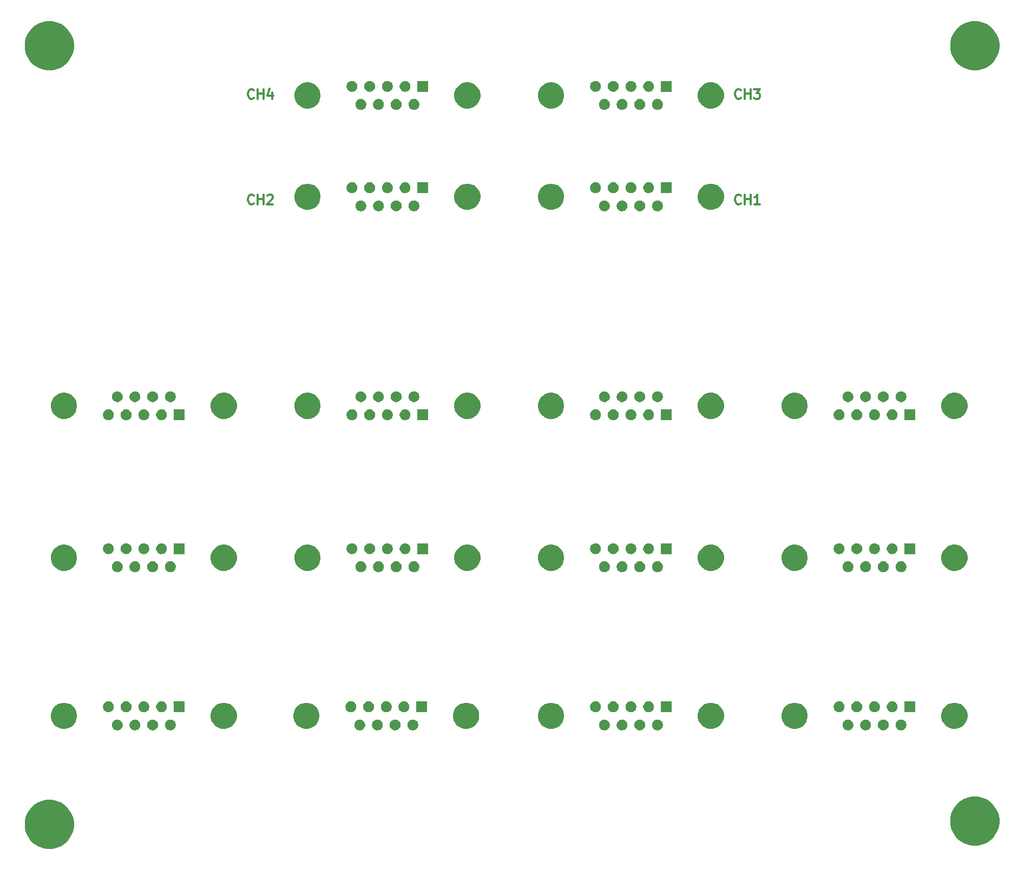
<source format=gbr>
G04 #@! TF.GenerationSoftware,KiCad,Pcbnew,(5.1.4)-1*
G04 #@! TF.CreationDate,2020-06-05T14:27:08+02:00*
G04 #@! TF.ProjectId,Breakout,42726561-6b6f-4757-942e-6b696361645f,rev?*
G04 #@! TF.SameCoordinates,Original*
G04 #@! TF.FileFunction,Soldermask,Top*
G04 #@! TF.FilePolarity,Negative*
%FSLAX46Y46*%
G04 Gerber Fmt 4.6, Leading zero omitted, Abs format (unit mm)*
G04 Created by KiCad (PCBNEW (5.1.4)-1) date 2020-06-05 14:27:08*
%MOMM*%
%LPD*%
G04 APERTURE LIST*
%ADD10C,0.300000*%
%ADD11C,0.100000*%
G04 APERTURE END LIST*
D10*
X103104285Y-55145714D02*
X103032857Y-55217142D01*
X102818571Y-55288571D01*
X102675714Y-55288571D01*
X102461428Y-55217142D01*
X102318571Y-55074285D01*
X102247142Y-54931428D01*
X102175714Y-54645714D01*
X102175714Y-54431428D01*
X102247142Y-54145714D01*
X102318571Y-54002857D01*
X102461428Y-53860000D01*
X102675714Y-53788571D01*
X102818571Y-53788571D01*
X103032857Y-53860000D01*
X103104285Y-53931428D01*
X103747142Y-55288571D02*
X103747142Y-53788571D01*
X103747142Y-54502857D02*
X104604285Y-54502857D01*
X104604285Y-55288571D02*
X104604285Y-53788571D01*
X105247142Y-53931428D02*
X105318571Y-53860000D01*
X105461428Y-53788571D01*
X105818571Y-53788571D01*
X105961428Y-53860000D01*
X106032857Y-53931428D01*
X106104285Y-54074285D01*
X106104285Y-54217142D01*
X106032857Y-54431428D01*
X105175714Y-55288571D01*
X106104285Y-55288571D01*
X103104285Y-38635714D02*
X103032857Y-38707142D01*
X102818571Y-38778571D01*
X102675714Y-38778571D01*
X102461428Y-38707142D01*
X102318571Y-38564285D01*
X102247142Y-38421428D01*
X102175714Y-38135714D01*
X102175714Y-37921428D01*
X102247142Y-37635714D01*
X102318571Y-37492857D01*
X102461428Y-37350000D01*
X102675714Y-37278571D01*
X102818571Y-37278571D01*
X103032857Y-37350000D01*
X103104285Y-37421428D01*
X103747142Y-38778571D02*
X103747142Y-37278571D01*
X103747142Y-37992857D02*
X104604285Y-37992857D01*
X104604285Y-38778571D02*
X104604285Y-37278571D01*
X105961428Y-37778571D02*
X105961428Y-38778571D01*
X105604285Y-37207142D02*
X105247142Y-38278571D01*
X106175714Y-38278571D01*
X179304285Y-38635714D02*
X179232857Y-38707142D01*
X179018571Y-38778571D01*
X178875714Y-38778571D01*
X178661428Y-38707142D01*
X178518571Y-38564285D01*
X178447142Y-38421428D01*
X178375714Y-38135714D01*
X178375714Y-37921428D01*
X178447142Y-37635714D01*
X178518571Y-37492857D01*
X178661428Y-37350000D01*
X178875714Y-37278571D01*
X179018571Y-37278571D01*
X179232857Y-37350000D01*
X179304285Y-37421428D01*
X179947142Y-38778571D02*
X179947142Y-37278571D01*
X179947142Y-37992857D02*
X180804285Y-37992857D01*
X180804285Y-38778571D02*
X180804285Y-37278571D01*
X181375714Y-37278571D02*
X182304285Y-37278571D01*
X181804285Y-37850000D01*
X182018571Y-37850000D01*
X182161428Y-37921428D01*
X182232857Y-37992857D01*
X182304285Y-38135714D01*
X182304285Y-38492857D01*
X182232857Y-38635714D01*
X182161428Y-38707142D01*
X182018571Y-38778571D01*
X181590000Y-38778571D01*
X181447142Y-38707142D01*
X181375714Y-38635714D01*
X179304285Y-55145714D02*
X179232857Y-55217142D01*
X179018571Y-55288571D01*
X178875714Y-55288571D01*
X178661428Y-55217142D01*
X178518571Y-55074285D01*
X178447142Y-54931428D01*
X178375714Y-54645714D01*
X178375714Y-54431428D01*
X178447142Y-54145714D01*
X178518571Y-54002857D01*
X178661428Y-53860000D01*
X178875714Y-53788571D01*
X179018571Y-53788571D01*
X179232857Y-53860000D01*
X179304285Y-53931428D01*
X179947142Y-55288571D02*
X179947142Y-53788571D01*
X179947142Y-54502857D02*
X180804285Y-54502857D01*
X180804285Y-55288571D02*
X180804285Y-53788571D01*
X182304285Y-55288571D02*
X181447142Y-55288571D01*
X181875714Y-55288571D02*
X181875714Y-53788571D01*
X181732857Y-54002857D01*
X181590000Y-54145714D01*
X181447142Y-54217142D01*
D11*
G36*
X71995293Y-148647661D02*
G01*
X72243295Y-148696992D01*
X72944132Y-148987288D01*
X73574869Y-149408733D01*
X74111267Y-149945131D01*
X74532712Y-150575868D01*
X74823008Y-151276705D01*
X74971000Y-152020710D01*
X74971000Y-152779290D01*
X74823008Y-153523295D01*
X74532712Y-154224132D01*
X74111267Y-154854869D01*
X73574869Y-155391267D01*
X72944132Y-155812712D01*
X72243295Y-156103008D01*
X71995293Y-156152339D01*
X71499292Y-156251000D01*
X70740708Y-156251000D01*
X70244707Y-156152339D01*
X69996705Y-156103008D01*
X69295868Y-155812712D01*
X68665131Y-155391267D01*
X68128733Y-154854869D01*
X67707288Y-154224132D01*
X67416992Y-153523295D01*
X67269000Y-152779290D01*
X67269000Y-152020710D01*
X67416992Y-151276705D01*
X67707288Y-150575868D01*
X68128733Y-149945131D01*
X68665131Y-149408733D01*
X69295868Y-148987288D01*
X69996705Y-148696992D01*
X70244707Y-148647661D01*
X70740708Y-148549000D01*
X71499292Y-148549000D01*
X71995293Y-148647661D01*
X71995293Y-148647661D01*
G37*
G36*
X216775293Y-148139661D02*
G01*
X217023295Y-148188992D01*
X217724132Y-148479288D01*
X218354869Y-148900733D01*
X218891267Y-149437131D01*
X219312712Y-150067868D01*
X219603008Y-150768705D01*
X219751000Y-151512710D01*
X219751000Y-152271290D01*
X219603008Y-153015295D01*
X219312712Y-153716132D01*
X218891267Y-154346869D01*
X218354869Y-154883267D01*
X217724132Y-155304712D01*
X217023295Y-155595008D01*
X216775293Y-155644339D01*
X216279292Y-155743000D01*
X215520708Y-155743000D01*
X215024707Y-155644339D01*
X214776705Y-155595008D01*
X214075868Y-155304712D01*
X213445131Y-154883267D01*
X212908733Y-154346869D01*
X212487288Y-153716132D01*
X212196992Y-153015295D01*
X212049000Y-152271290D01*
X212049000Y-151512710D01*
X212196992Y-150768705D01*
X212487288Y-150067868D01*
X212908733Y-149437131D01*
X213445131Y-148900733D01*
X214075868Y-148479288D01*
X214776705Y-148188992D01*
X215024707Y-148139661D01*
X215520708Y-148041000D01*
X216279292Y-148041000D01*
X216775293Y-148139661D01*
X216775293Y-148139661D01*
G37*
G36*
X163733228Y-136006703D02*
G01*
X163888100Y-136070853D01*
X164027481Y-136163985D01*
X164146015Y-136282519D01*
X164239147Y-136421900D01*
X164303297Y-136576772D01*
X164336000Y-136741184D01*
X164336000Y-136908816D01*
X164303297Y-137073228D01*
X164239147Y-137228100D01*
X164146015Y-137367481D01*
X164027481Y-137486015D01*
X163888100Y-137579147D01*
X163733228Y-137643297D01*
X163568816Y-137676000D01*
X163401184Y-137676000D01*
X163236772Y-137643297D01*
X163081900Y-137579147D01*
X162942519Y-137486015D01*
X162823985Y-137367481D01*
X162730853Y-137228100D01*
X162666703Y-137073228D01*
X162634000Y-136908816D01*
X162634000Y-136741184D01*
X162666703Y-136576772D01*
X162730853Y-136421900D01*
X162823985Y-136282519D01*
X162942519Y-136163985D01*
X163081900Y-136070853D01*
X163236772Y-136006703D01*
X163401184Y-135974000D01*
X163568816Y-135974000D01*
X163733228Y-136006703D01*
X163733228Y-136006703D01*
G37*
G36*
X128228228Y-136006703D02*
G01*
X128383100Y-136070853D01*
X128522481Y-136163985D01*
X128641015Y-136282519D01*
X128734147Y-136421900D01*
X128798297Y-136576772D01*
X128831000Y-136741184D01*
X128831000Y-136908816D01*
X128798297Y-137073228D01*
X128734147Y-137228100D01*
X128641015Y-137367481D01*
X128522481Y-137486015D01*
X128383100Y-137579147D01*
X128228228Y-137643297D01*
X128063816Y-137676000D01*
X127896184Y-137676000D01*
X127731772Y-137643297D01*
X127576900Y-137579147D01*
X127437519Y-137486015D01*
X127318985Y-137367481D01*
X127225853Y-137228100D01*
X127161703Y-137073228D01*
X127129000Y-136908816D01*
X127129000Y-136741184D01*
X127161703Y-136576772D01*
X127225853Y-136421900D01*
X127318985Y-136282519D01*
X127437519Y-136163985D01*
X127576900Y-136070853D01*
X127731772Y-136006703D01*
X127896184Y-135974000D01*
X128063816Y-135974000D01*
X128228228Y-136006703D01*
X128228228Y-136006703D01*
G37*
G36*
X125458228Y-136006703D02*
G01*
X125613100Y-136070853D01*
X125752481Y-136163985D01*
X125871015Y-136282519D01*
X125964147Y-136421900D01*
X126028297Y-136576772D01*
X126061000Y-136741184D01*
X126061000Y-136908816D01*
X126028297Y-137073228D01*
X125964147Y-137228100D01*
X125871015Y-137367481D01*
X125752481Y-137486015D01*
X125613100Y-137579147D01*
X125458228Y-137643297D01*
X125293816Y-137676000D01*
X125126184Y-137676000D01*
X124961772Y-137643297D01*
X124806900Y-137579147D01*
X124667519Y-137486015D01*
X124548985Y-137367481D01*
X124455853Y-137228100D01*
X124391703Y-137073228D01*
X124359000Y-136908816D01*
X124359000Y-136741184D01*
X124391703Y-136576772D01*
X124455853Y-136421900D01*
X124548985Y-136282519D01*
X124667519Y-136163985D01*
X124806900Y-136070853D01*
X124961772Y-136006703D01*
X125126184Y-135974000D01*
X125293816Y-135974000D01*
X125458228Y-136006703D01*
X125458228Y-136006703D01*
G37*
G36*
X122688228Y-136006703D02*
G01*
X122843100Y-136070853D01*
X122982481Y-136163985D01*
X123101015Y-136282519D01*
X123194147Y-136421900D01*
X123258297Y-136576772D01*
X123291000Y-136741184D01*
X123291000Y-136908816D01*
X123258297Y-137073228D01*
X123194147Y-137228100D01*
X123101015Y-137367481D01*
X122982481Y-137486015D01*
X122843100Y-137579147D01*
X122688228Y-137643297D01*
X122523816Y-137676000D01*
X122356184Y-137676000D01*
X122191772Y-137643297D01*
X122036900Y-137579147D01*
X121897519Y-137486015D01*
X121778985Y-137367481D01*
X121685853Y-137228100D01*
X121621703Y-137073228D01*
X121589000Y-136908816D01*
X121589000Y-136741184D01*
X121621703Y-136576772D01*
X121685853Y-136421900D01*
X121778985Y-136282519D01*
X121897519Y-136163985D01*
X122036900Y-136070853D01*
X122191772Y-136006703D01*
X122356184Y-135974000D01*
X122523816Y-135974000D01*
X122688228Y-136006703D01*
X122688228Y-136006703D01*
G37*
G36*
X119918228Y-136006703D02*
G01*
X120073100Y-136070853D01*
X120212481Y-136163985D01*
X120331015Y-136282519D01*
X120424147Y-136421900D01*
X120488297Y-136576772D01*
X120521000Y-136741184D01*
X120521000Y-136908816D01*
X120488297Y-137073228D01*
X120424147Y-137228100D01*
X120331015Y-137367481D01*
X120212481Y-137486015D01*
X120073100Y-137579147D01*
X119918228Y-137643297D01*
X119753816Y-137676000D01*
X119586184Y-137676000D01*
X119421772Y-137643297D01*
X119266900Y-137579147D01*
X119127519Y-137486015D01*
X119008985Y-137367481D01*
X118915853Y-137228100D01*
X118851703Y-137073228D01*
X118819000Y-136908816D01*
X118819000Y-136741184D01*
X118851703Y-136576772D01*
X118915853Y-136421900D01*
X119008985Y-136282519D01*
X119127519Y-136163985D01*
X119266900Y-136070853D01*
X119421772Y-136006703D01*
X119586184Y-135974000D01*
X119753816Y-135974000D01*
X119918228Y-136006703D01*
X119918228Y-136006703D01*
G37*
G36*
X158193228Y-136006703D02*
G01*
X158348100Y-136070853D01*
X158487481Y-136163985D01*
X158606015Y-136282519D01*
X158699147Y-136421900D01*
X158763297Y-136576772D01*
X158796000Y-136741184D01*
X158796000Y-136908816D01*
X158763297Y-137073228D01*
X158699147Y-137228100D01*
X158606015Y-137367481D01*
X158487481Y-137486015D01*
X158348100Y-137579147D01*
X158193228Y-137643297D01*
X158028816Y-137676000D01*
X157861184Y-137676000D01*
X157696772Y-137643297D01*
X157541900Y-137579147D01*
X157402519Y-137486015D01*
X157283985Y-137367481D01*
X157190853Y-137228100D01*
X157126703Y-137073228D01*
X157094000Y-136908816D01*
X157094000Y-136741184D01*
X157126703Y-136576772D01*
X157190853Y-136421900D01*
X157283985Y-136282519D01*
X157402519Y-136163985D01*
X157541900Y-136070853D01*
X157696772Y-136006703D01*
X157861184Y-135974000D01*
X158028816Y-135974000D01*
X158193228Y-136006703D01*
X158193228Y-136006703D01*
G37*
G36*
X160963228Y-136006703D02*
G01*
X161118100Y-136070853D01*
X161257481Y-136163985D01*
X161376015Y-136282519D01*
X161469147Y-136421900D01*
X161533297Y-136576772D01*
X161566000Y-136741184D01*
X161566000Y-136908816D01*
X161533297Y-137073228D01*
X161469147Y-137228100D01*
X161376015Y-137367481D01*
X161257481Y-137486015D01*
X161118100Y-137579147D01*
X160963228Y-137643297D01*
X160798816Y-137676000D01*
X160631184Y-137676000D01*
X160466772Y-137643297D01*
X160311900Y-137579147D01*
X160172519Y-137486015D01*
X160053985Y-137367481D01*
X159960853Y-137228100D01*
X159896703Y-137073228D01*
X159864000Y-136908816D01*
X159864000Y-136741184D01*
X159896703Y-136576772D01*
X159960853Y-136421900D01*
X160053985Y-136282519D01*
X160172519Y-136163985D01*
X160311900Y-136070853D01*
X160466772Y-136006703D01*
X160631184Y-135974000D01*
X160798816Y-135974000D01*
X160963228Y-136006703D01*
X160963228Y-136006703D01*
G37*
G36*
X196293228Y-136006703D02*
G01*
X196448100Y-136070853D01*
X196587481Y-136163985D01*
X196706015Y-136282519D01*
X196799147Y-136421900D01*
X196863297Y-136576772D01*
X196896000Y-136741184D01*
X196896000Y-136908816D01*
X196863297Y-137073228D01*
X196799147Y-137228100D01*
X196706015Y-137367481D01*
X196587481Y-137486015D01*
X196448100Y-137579147D01*
X196293228Y-137643297D01*
X196128816Y-137676000D01*
X195961184Y-137676000D01*
X195796772Y-137643297D01*
X195641900Y-137579147D01*
X195502519Y-137486015D01*
X195383985Y-137367481D01*
X195290853Y-137228100D01*
X195226703Y-137073228D01*
X195194000Y-136908816D01*
X195194000Y-136741184D01*
X195226703Y-136576772D01*
X195290853Y-136421900D01*
X195383985Y-136282519D01*
X195502519Y-136163985D01*
X195641900Y-136070853D01*
X195796772Y-136006703D01*
X195961184Y-135974000D01*
X196128816Y-135974000D01*
X196293228Y-136006703D01*
X196293228Y-136006703D01*
G37*
G36*
X199063228Y-136006703D02*
G01*
X199218100Y-136070853D01*
X199357481Y-136163985D01*
X199476015Y-136282519D01*
X199569147Y-136421900D01*
X199633297Y-136576772D01*
X199666000Y-136741184D01*
X199666000Y-136908816D01*
X199633297Y-137073228D01*
X199569147Y-137228100D01*
X199476015Y-137367481D01*
X199357481Y-137486015D01*
X199218100Y-137579147D01*
X199063228Y-137643297D01*
X198898816Y-137676000D01*
X198731184Y-137676000D01*
X198566772Y-137643297D01*
X198411900Y-137579147D01*
X198272519Y-137486015D01*
X198153985Y-137367481D01*
X198060853Y-137228100D01*
X197996703Y-137073228D01*
X197964000Y-136908816D01*
X197964000Y-136741184D01*
X197996703Y-136576772D01*
X198060853Y-136421900D01*
X198153985Y-136282519D01*
X198272519Y-136163985D01*
X198411900Y-136070853D01*
X198566772Y-136006703D01*
X198731184Y-135974000D01*
X198898816Y-135974000D01*
X199063228Y-136006703D01*
X199063228Y-136006703D01*
G37*
G36*
X204603228Y-136006703D02*
G01*
X204758100Y-136070853D01*
X204897481Y-136163985D01*
X205016015Y-136282519D01*
X205109147Y-136421900D01*
X205173297Y-136576772D01*
X205206000Y-136741184D01*
X205206000Y-136908816D01*
X205173297Y-137073228D01*
X205109147Y-137228100D01*
X205016015Y-137367481D01*
X204897481Y-137486015D01*
X204758100Y-137579147D01*
X204603228Y-137643297D01*
X204438816Y-137676000D01*
X204271184Y-137676000D01*
X204106772Y-137643297D01*
X203951900Y-137579147D01*
X203812519Y-137486015D01*
X203693985Y-137367481D01*
X203600853Y-137228100D01*
X203536703Y-137073228D01*
X203504000Y-136908816D01*
X203504000Y-136741184D01*
X203536703Y-136576772D01*
X203600853Y-136421900D01*
X203693985Y-136282519D01*
X203812519Y-136163985D01*
X203951900Y-136070853D01*
X204106772Y-136006703D01*
X204271184Y-135974000D01*
X204438816Y-135974000D01*
X204603228Y-136006703D01*
X204603228Y-136006703D01*
G37*
G36*
X201833228Y-136006703D02*
G01*
X201988100Y-136070853D01*
X202127481Y-136163985D01*
X202246015Y-136282519D01*
X202339147Y-136421900D01*
X202403297Y-136576772D01*
X202436000Y-136741184D01*
X202436000Y-136908816D01*
X202403297Y-137073228D01*
X202339147Y-137228100D01*
X202246015Y-137367481D01*
X202127481Y-137486015D01*
X201988100Y-137579147D01*
X201833228Y-137643297D01*
X201668816Y-137676000D01*
X201501184Y-137676000D01*
X201336772Y-137643297D01*
X201181900Y-137579147D01*
X201042519Y-137486015D01*
X200923985Y-137367481D01*
X200830853Y-137228100D01*
X200766703Y-137073228D01*
X200734000Y-136908816D01*
X200734000Y-136741184D01*
X200766703Y-136576772D01*
X200830853Y-136421900D01*
X200923985Y-136282519D01*
X201042519Y-136163985D01*
X201181900Y-136070853D01*
X201336772Y-136006703D01*
X201501184Y-135974000D01*
X201668816Y-135974000D01*
X201833228Y-136006703D01*
X201833228Y-136006703D01*
G37*
G36*
X81993228Y-136006703D02*
G01*
X82148100Y-136070853D01*
X82287481Y-136163985D01*
X82406015Y-136282519D01*
X82499147Y-136421900D01*
X82563297Y-136576772D01*
X82596000Y-136741184D01*
X82596000Y-136908816D01*
X82563297Y-137073228D01*
X82499147Y-137228100D01*
X82406015Y-137367481D01*
X82287481Y-137486015D01*
X82148100Y-137579147D01*
X81993228Y-137643297D01*
X81828816Y-137676000D01*
X81661184Y-137676000D01*
X81496772Y-137643297D01*
X81341900Y-137579147D01*
X81202519Y-137486015D01*
X81083985Y-137367481D01*
X80990853Y-137228100D01*
X80926703Y-137073228D01*
X80894000Y-136908816D01*
X80894000Y-136741184D01*
X80926703Y-136576772D01*
X80990853Y-136421900D01*
X81083985Y-136282519D01*
X81202519Y-136163985D01*
X81341900Y-136070853D01*
X81496772Y-136006703D01*
X81661184Y-135974000D01*
X81828816Y-135974000D01*
X81993228Y-136006703D01*
X81993228Y-136006703D01*
G37*
G36*
X84763228Y-136006703D02*
G01*
X84918100Y-136070853D01*
X85057481Y-136163985D01*
X85176015Y-136282519D01*
X85269147Y-136421900D01*
X85333297Y-136576772D01*
X85366000Y-136741184D01*
X85366000Y-136908816D01*
X85333297Y-137073228D01*
X85269147Y-137228100D01*
X85176015Y-137367481D01*
X85057481Y-137486015D01*
X84918100Y-137579147D01*
X84763228Y-137643297D01*
X84598816Y-137676000D01*
X84431184Y-137676000D01*
X84266772Y-137643297D01*
X84111900Y-137579147D01*
X83972519Y-137486015D01*
X83853985Y-137367481D01*
X83760853Y-137228100D01*
X83696703Y-137073228D01*
X83664000Y-136908816D01*
X83664000Y-136741184D01*
X83696703Y-136576772D01*
X83760853Y-136421900D01*
X83853985Y-136282519D01*
X83972519Y-136163985D01*
X84111900Y-136070853D01*
X84266772Y-136006703D01*
X84431184Y-135974000D01*
X84598816Y-135974000D01*
X84763228Y-136006703D01*
X84763228Y-136006703D01*
G37*
G36*
X87533228Y-136006703D02*
G01*
X87688100Y-136070853D01*
X87827481Y-136163985D01*
X87946015Y-136282519D01*
X88039147Y-136421900D01*
X88103297Y-136576772D01*
X88136000Y-136741184D01*
X88136000Y-136908816D01*
X88103297Y-137073228D01*
X88039147Y-137228100D01*
X87946015Y-137367481D01*
X87827481Y-137486015D01*
X87688100Y-137579147D01*
X87533228Y-137643297D01*
X87368816Y-137676000D01*
X87201184Y-137676000D01*
X87036772Y-137643297D01*
X86881900Y-137579147D01*
X86742519Y-137486015D01*
X86623985Y-137367481D01*
X86530853Y-137228100D01*
X86466703Y-137073228D01*
X86434000Y-136908816D01*
X86434000Y-136741184D01*
X86466703Y-136576772D01*
X86530853Y-136421900D01*
X86623985Y-136282519D01*
X86742519Y-136163985D01*
X86881900Y-136070853D01*
X87036772Y-136006703D01*
X87201184Y-135974000D01*
X87368816Y-135974000D01*
X87533228Y-136006703D01*
X87533228Y-136006703D01*
G37*
G36*
X90303228Y-136006703D02*
G01*
X90458100Y-136070853D01*
X90597481Y-136163985D01*
X90716015Y-136282519D01*
X90809147Y-136421900D01*
X90873297Y-136576772D01*
X90906000Y-136741184D01*
X90906000Y-136908816D01*
X90873297Y-137073228D01*
X90809147Y-137228100D01*
X90716015Y-137367481D01*
X90597481Y-137486015D01*
X90458100Y-137579147D01*
X90303228Y-137643297D01*
X90138816Y-137676000D01*
X89971184Y-137676000D01*
X89806772Y-137643297D01*
X89651900Y-137579147D01*
X89512519Y-137486015D01*
X89393985Y-137367481D01*
X89300853Y-137228100D01*
X89236703Y-137073228D01*
X89204000Y-136908816D01*
X89204000Y-136741184D01*
X89236703Y-136576772D01*
X89300853Y-136421900D01*
X89393985Y-136282519D01*
X89512519Y-136163985D01*
X89651900Y-136070853D01*
X89806772Y-136006703D01*
X89971184Y-135974000D01*
X90138816Y-135974000D01*
X90303228Y-136006703D01*
X90303228Y-136006703D01*
G37*
G36*
X166503228Y-136006703D02*
G01*
X166658100Y-136070853D01*
X166797481Y-136163985D01*
X166916015Y-136282519D01*
X167009147Y-136421900D01*
X167073297Y-136576772D01*
X167106000Y-136741184D01*
X167106000Y-136908816D01*
X167073297Y-137073228D01*
X167009147Y-137228100D01*
X166916015Y-137367481D01*
X166797481Y-137486015D01*
X166658100Y-137579147D01*
X166503228Y-137643297D01*
X166338816Y-137676000D01*
X166171184Y-137676000D01*
X166006772Y-137643297D01*
X165851900Y-137579147D01*
X165712519Y-137486015D01*
X165593985Y-137367481D01*
X165500853Y-137228100D01*
X165436703Y-137073228D01*
X165404000Y-136908816D01*
X165404000Y-136741184D01*
X165436703Y-136576772D01*
X165500853Y-136421900D01*
X165593985Y-136282519D01*
X165712519Y-136163985D01*
X165851900Y-136070853D01*
X166006772Y-136006703D01*
X166171184Y-135974000D01*
X166338816Y-135974000D01*
X166503228Y-136006703D01*
X166503228Y-136006703D01*
G37*
G36*
X136923254Y-133432818D02*
G01*
X137283170Y-133581900D01*
X137296513Y-133587427D01*
X137632436Y-133811884D01*
X137918116Y-134097564D01*
X138008765Y-134233229D01*
X138142574Y-134433489D01*
X138297182Y-134806746D01*
X138376000Y-135202993D01*
X138376000Y-135607007D01*
X138297182Y-136003254D01*
X138181506Y-136282520D01*
X138142573Y-136376513D01*
X137918116Y-136712436D01*
X137632436Y-136998116D01*
X137296513Y-137222573D01*
X137296512Y-137222574D01*
X137296511Y-137222574D01*
X136923254Y-137377182D01*
X136527007Y-137456000D01*
X136122993Y-137456000D01*
X135726746Y-137377182D01*
X135353489Y-137222574D01*
X135353488Y-137222574D01*
X135353487Y-137222573D01*
X135017564Y-136998116D01*
X134731884Y-136712436D01*
X134507427Y-136376513D01*
X134468494Y-136282520D01*
X134352818Y-136003254D01*
X134274000Y-135607007D01*
X134274000Y-135202993D01*
X134352818Y-134806746D01*
X134507426Y-134433489D01*
X134641236Y-134233229D01*
X134731884Y-134097564D01*
X135017564Y-133811884D01*
X135353487Y-133587427D01*
X135366830Y-133581900D01*
X135726746Y-133432818D01*
X136122993Y-133354000D01*
X136527007Y-133354000D01*
X136923254Y-133432818D01*
X136923254Y-133432818D01*
G37*
G36*
X213298254Y-133432818D02*
G01*
X213658170Y-133581900D01*
X213671513Y-133587427D01*
X214007436Y-133811884D01*
X214293116Y-134097564D01*
X214383765Y-134233229D01*
X214517574Y-134433489D01*
X214672182Y-134806746D01*
X214751000Y-135202993D01*
X214751000Y-135607007D01*
X214672182Y-136003254D01*
X214556506Y-136282520D01*
X214517573Y-136376513D01*
X214293116Y-136712436D01*
X214007436Y-136998116D01*
X213671513Y-137222573D01*
X213671512Y-137222574D01*
X213671511Y-137222574D01*
X213298254Y-137377182D01*
X212902007Y-137456000D01*
X212497993Y-137456000D01*
X212101746Y-137377182D01*
X211728489Y-137222574D01*
X211728488Y-137222574D01*
X211728487Y-137222573D01*
X211392564Y-136998116D01*
X211106884Y-136712436D01*
X210882427Y-136376513D01*
X210843494Y-136282520D01*
X210727818Y-136003254D01*
X210649000Y-135607007D01*
X210649000Y-135202993D01*
X210727818Y-134806746D01*
X210882426Y-134433489D01*
X211016236Y-134233229D01*
X211106884Y-134097564D01*
X211392564Y-133811884D01*
X211728487Y-133587427D01*
X211741830Y-133581900D01*
X212101746Y-133432818D01*
X212497993Y-133354000D01*
X212902007Y-133354000D01*
X213298254Y-133432818D01*
X213298254Y-133432818D01*
G37*
G36*
X111923254Y-133432818D02*
G01*
X112283170Y-133581900D01*
X112296513Y-133587427D01*
X112632436Y-133811884D01*
X112918116Y-134097564D01*
X113008765Y-134233229D01*
X113142574Y-134433489D01*
X113297182Y-134806746D01*
X113376000Y-135202993D01*
X113376000Y-135607007D01*
X113297182Y-136003254D01*
X113181506Y-136282520D01*
X113142573Y-136376513D01*
X112918116Y-136712436D01*
X112632436Y-136998116D01*
X112296513Y-137222573D01*
X112296512Y-137222574D01*
X112296511Y-137222574D01*
X111923254Y-137377182D01*
X111527007Y-137456000D01*
X111122993Y-137456000D01*
X110726746Y-137377182D01*
X110353489Y-137222574D01*
X110353488Y-137222574D01*
X110353487Y-137222573D01*
X110017564Y-136998116D01*
X109731884Y-136712436D01*
X109507427Y-136376513D01*
X109468494Y-136282520D01*
X109352818Y-136003254D01*
X109274000Y-135607007D01*
X109274000Y-135202993D01*
X109352818Y-134806746D01*
X109507426Y-134433489D01*
X109641236Y-134233229D01*
X109731884Y-134097564D01*
X110017564Y-133811884D01*
X110353487Y-133587427D01*
X110366830Y-133581900D01*
X110726746Y-133432818D01*
X111122993Y-133354000D01*
X111527007Y-133354000D01*
X111923254Y-133432818D01*
X111923254Y-133432818D01*
G37*
G36*
X98998254Y-133432818D02*
G01*
X99358170Y-133581900D01*
X99371513Y-133587427D01*
X99707436Y-133811884D01*
X99993116Y-134097564D01*
X100083765Y-134233229D01*
X100217574Y-134433489D01*
X100372182Y-134806746D01*
X100451000Y-135202993D01*
X100451000Y-135607007D01*
X100372182Y-136003254D01*
X100256506Y-136282520D01*
X100217573Y-136376513D01*
X99993116Y-136712436D01*
X99707436Y-136998116D01*
X99371513Y-137222573D01*
X99371512Y-137222574D01*
X99371511Y-137222574D01*
X98998254Y-137377182D01*
X98602007Y-137456000D01*
X98197993Y-137456000D01*
X97801746Y-137377182D01*
X97428489Y-137222574D01*
X97428488Y-137222574D01*
X97428487Y-137222573D01*
X97092564Y-136998116D01*
X96806884Y-136712436D01*
X96582427Y-136376513D01*
X96543494Y-136282520D01*
X96427818Y-136003254D01*
X96349000Y-135607007D01*
X96349000Y-135202993D01*
X96427818Y-134806746D01*
X96582426Y-134433489D01*
X96716236Y-134233229D01*
X96806884Y-134097564D01*
X97092564Y-133811884D01*
X97428487Y-133587427D01*
X97441830Y-133581900D01*
X97801746Y-133432818D01*
X98197993Y-133354000D01*
X98602007Y-133354000D01*
X98998254Y-133432818D01*
X98998254Y-133432818D01*
G37*
G36*
X73998254Y-133432818D02*
G01*
X74358170Y-133581900D01*
X74371513Y-133587427D01*
X74707436Y-133811884D01*
X74993116Y-134097564D01*
X75083765Y-134233229D01*
X75217574Y-134433489D01*
X75372182Y-134806746D01*
X75451000Y-135202993D01*
X75451000Y-135607007D01*
X75372182Y-136003254D01*
X75256506Y-136282520D01*
X75217573Y-136376513D01*
X74993116Y-136712436D01*
X74707436Y-136998116D01*
X74371513Y-137222573D01*
X74371512Y-137222574D01*
X74371511Y-137222574D01*
X73998254Y-137377182D01*
X73602007Y-137456000D01*
X73197993Y-137456000D01*
X72801746Y-137377182D01*
X72428489Y-137222574D01*
X72428488Y-137222574D01*
X72428487Y-137222573D01*
X72092564Y-136998116D01*
X71806884Y-136712436D01*
X71582427Y-136376513D01*
X71543494Y-136282520D01*
X71427818Y-136003254D01*
X71349000Y-135607007D01*
X71349000Y-135202993D01*
X71427818Y-134806746D01*
X71582426Y-134433489D01*
X71716236Y-134233229D01*
X71806884Y-134097564D01*
X72092564Y-133811884D01*
X72428487Y-133587427D01*
X72441830Y-133581900D01*
X72801746Y-133432818D01*
X73197993Y-133354000D01*
X73602007Y-133354000D01*
X73998254Y-133432818D01*
X73998254Y-133432818D01*
G37*
G36*
X188298254Y-133432818D02*
G01*
X188658170Y-133581900D01*
X188671513Y-133587427D01*
X189007436Y-133811884D01*
X189293116Y-134097564D01*
X189383765Y-134233229D01*
X189517574Y-134433489D01*
X189672182Y-134806746D01*
X189751000Y-135202993D01*
X189751000Y-135607007D01*
X189672182Y-136003254D01*
X189556506Y-136282520D01*
X189517573Y-136376513D01*
X189293116Y-136712436D01*
X189007436Y-136998116D01*
X188671513Y-137222573D01*
X188671512Y-137222574D01*
X188671511Y-137222574D01*
X188298254Y-137377182D01*
X187902007Y-137456000D01*
X187497993Y-137456000D01*
X187101746Y-137377182D01*
X186728489Y-137222574D01*
X186728488Y-137222574D01*
X186728487Y-137222573D01*
X186392564Y-136998116D01*
X186106884Y-136712436D01*
X185882427Y-136376513D01*
X185843494Y-136282520D01*
X185727818Y-136003254D01*
X185649000Y-135607007D01*
X185649000Y-135202993D01*
X185727818Y-134806746D01*
X185882426Y-134433489D01*
X186016236Y-134233229D01*
X186106884Y-134097564D01*
X186392564Y-133811884D01*
X186728487Y-133587427D01*
X186741830Y-133581900D01*
X187101746Y-133432818D01*
X187497993Y-133354000D01*
X187902007Y-133354000D01*
X188298254Y-133432818D01*
X188298254Y-133432818D01*
G37*
G36*
X175198254Y-133432818D02*
G01*
X175558170Y-133581900D01*
X175571513Y-133587427D01*
X175907436Y-133811884D01*
X176193116Y-134097564D01*
X176283765Y-134233229D01*
X176417574Y-134433489D01*
X176572182Y-134806746D01*
X176651000Y-135202993D01*
X176651000Y-135607007D01*
X176572182Y-136003254D01*
X176456506Y-136282520D01*
X176417573Y-136376513D01*
X176193116Y-136712436D01*
X175907436Y-136998116D01*
X175571513Y-137222573D01*
X175571512Y-137222574D01*
X175571511Y-137222574D01*
X175198254Y-137377182D01*
X174802007Y-137456000D01*
X174397993Y-137456000D01*
X174001746Y-137377182D01*
X173628489Y-137222574D01*
X173628488Y-137222574D01*
X173628487Y-137222573D01*
X173292564Y-136998116D01*
X173006884Y-136712436D01*
X172782427Y-136376513D01*
X172743494Y-136282520D01*
X172627818Y-136003254D01*
X172549000Y-135607007D01*
X172549000Y-135202993D01*
X172627818Y-134806746D01*
X172782426Y-134433489D01*
X172916236Y-134233229D01*
X173006884Y-134097564D01*
X173292564Y-133811884D01*
X173628487Y-133587427D01*
X173641830Y-133581900D01*
X174001746Y-133432818D01*
X174397993Y-133354000D01*
X174802007Y-133354000D01*
X175198254Y-133432818D01*
X175198254Y-133432818D01*
G37*
G36*
X150198254Y-133432818D02*
G01*
X150558170Y-133581900D01*
X150571513Y-133587427D01*
X150907436Y-133811884D01*
X151193116Y-134097564D01*
X151283765Y-134233229D01*
X151417574Y-134433489D01*
X151572182Y-134806746D01*
X151651000Y-135202993D01*
X151651000Y-135607007D01*
X151572182Y-136003254D01*
X151456506Y-136282520D01*
X151417573Y-136376513D01*
X151193116Y-136712436D01*
X150907436Y-136998116D01*
X150571513Y-137222573D01*
X150571512Y-137222574D01*
X150571511Y-137222574D01*
X150198254Y-137377182D01*
X149802007Y-137456000D01*
X149397993Y-137456000D01*
X149001746Y-137377182D01*
X148628489Y-137222574D01*
X148628488Y-137222574D01*
X148628487Y-137222573D01*
X148292564Y-136998116D01*
X148006884Y-136712436D01*
X147782427Y-136376513D01*
X147743494Y-136282520D01*
X147627818Y-136003254D01*
X147549000Y-135607007D01*
X147549000Y-135202993D01*
X147627818Y-134806746D01*
X147782426Y-134433489D01*
X147916236Y-134233229D01*
X148006884Y-134097564D01*
X148292564Y-133811884D01*
X148628487Y-133587427D01*
X148641830Y-133581900D01*
X149001746Y-133432818D01*
X149397993Y-133354000D01*
X149802007Y-133354000D01*
X150198254Y-133432818D01*
X150198254Y-133432818D01*
G37*
G36*
X92291000Y-134836000D02*
G01*
X90589000Y-134836000D01*
X90589000Y-133134000D01*
X92291000Y-133134000D01*
X92291000Y-134836000D01*
X92291000Y-134836000D01*
G37*
G36*
X130216000Y-134836000D02*
G01*
X128514000Y-134836000D01*
X128514000Y-133134000D01*
X130216000Y-133134000D01*
X130216000Y-134836000D01*
X130216000Y-134836000D01*
G37*
G36*
X80608228Y-133166703D02*
G01*
X80763100Y-133230853D01*
X80902481Y-133323985D01*
X81021015Y-133442519D01*
X81114147Y-133581900D01*
X81178297Y-133736772D01*
X81211000Y-133901184D01*
X81211000Y-134068816D01*
X81178297Y-134233228D01*
X81114147Y-134388100D01*
X81021015Y-134527481D01*
X80902481Y-134646015D01*
X80763100Y-134739147D01*
X80608228Y-134803297D01*
X80443816Y-134836000D01*
X80276184Y-134836000D01*
X80111772Y-134803297D01*
X79956900Y-134739147D01*
X79817519Y-134646015D01*
X79698985Y-134527481D01*
X79605853Y-134388100D01*
X79541703Y-134233228D01*
X79509000Y-134068816D01*
X79509000Y-133901184D01*
X79541703Y-133736772D01*
X79605853Y-133581900D01*
X79698985Y-133442519D01*
X79817519Y-133323985D01*
X79956900Y-133230853D01*
X80111772Y-133166703D01*
X80276184Y-133134000D01*
X80443816Y-133134000D01*
X80608228Y-133166703D01*
X80608228Y-133166703D01*
G37*
G36*
X83378228Y-133166703D02*
G01*
X83533100Y-133230853D01*
X83672481Y-133323985D01*
X83791015Y-133442519D01*
X83884147Y-133581900D01*
X83948297Y-133736772D01*
X83981000Y-133901184D01*
X83981000Y-134068816D01*
X83948297Y-134233228D01*
X83884147Y-134388100D01*
X83791015Y-134527481D01*
X83672481Y-134646015D01*
X83533100Y-134739147D01*
X83378228Y-134803297D01*
X83213816Y-134836000D01*
X83046184Y-134836000D01*
X82881772Y-134803297D01*
X82726900Y-134739147D01*
X82587519Y-134646015D01*
X82468985Y-134527481D01*
X82375853Y-134388100D01*
X82311703Y-134233228D01*
X82279000Y-134068816D01*
X82279000Y-133901184D01*
X82311703Y-133736772D01*
X82375853Y-133581900D01*
X82468985Y-133442519D01*
X82587519Y-133323985D01*
X82726900Y-133230853D01*
X82881772Y-133166703D01*
X83046184Y-133134000D01*
X83213816Y-133134000D01*
X83378228Y-133166703D01*
X83378228Y-133166703D01*
G37*
G36*
X86148228Y-133166703D02*
G01*
X86303100Y-133230853D01*
X86442481Y-133323985D01*
X86561015Y-133442519D01*
X86654147Y-133581900D01*
X86718297Y-133736772D01*
X86751000Y-133901184D01*
X86751000Y-134068816D01*
X86718297Y-134233228D01*
X86654147Y-134388100D01*
X86561015Y-134527481D01*
X86442481Y-134646015D01*
X86303100Y-134739147D01*
X86148228Y-134803297D01*
X85983816Y-134836000D01*
X85816184Y-134836000D01*
X85651772Y-134803297D01*
X85496900Y-134739147D01*
X85357519Y-134646015D01*
X85238985Y-134527481D01*
X85145853Y-134388100D01*
X85081703Y-134233228D01*
X85049000Y-134068816D01*
X85049000Y-133901184D01*
X85081703Y-133736772D01*
X85145853Y-133581900D01*
X85238985Y-133442519D01*
X85357519Y-133323985D01*
X85496900Y-133230853D01*
X85651772Y-133166703D01*
X85816184Y-133134000D01*
X85983816Y-133134000D01*
X86148228Y-133166703D01*
X86148228Y-133166703D01*
G37*
G36*
X206591000Y-134836000D02*
G01*
X204889000Y-134836000D01*
X204889000Y-133134000D01*
X206591000Y-133134000D01*
X206591000Y-134836000D01*
X206591000Y-134836000D01*
G37*
G36*
X203218228Y-133166703D02*
G01*
X203373100Y-133230853D01*
X203512481Y-133323985D01*
X203631015Y-133442519D01*
X203724147Y-133581900D01*
X203788297Y-133736772D01*
X203821000Y-133901184D01*
X203821000Y-134068816D01*
X203788297Y-134233228D01*
X203724147Y-134388100D01*
X203631015Y-134527481D01*
X203512481Y-134646015D01*
X203373100Y-134739147D01*
X203218228Y-134803297D01*
X203053816Y-134836000D01*
X202886184Y-134836000D01*
X202721772Y-134803297D01*
X202566900Y-134739147D01*
X202427519Y-134646015D01*
X202308985Y-134527481D01*
X202215853Y-134388100D01*
X202151703Y-134233228D01*
X202119000Y-134068816D01*
X202119000Y-133901184D01*
X202151703Y-133736772D01*
X202215853Y-133581900D01*
X202308985Y-133442519D01*
X202427519Y-133323985D01*
X202566900Y-133230853D01*
X202721772Y-133166703D01*
X202886184Y-133134000D01*
X203053816Y-133134000D01*
X203218228Y-133166703D01*
X203218228Y-133166703D01*
G37*
G36*
X200448228Y-133166703D02*
G01*
X200603100Y-133230853D01*
X200742481Y-133323985D01*
X200861015Y-133442519D01*
X200954147Y-133581900D01*
X201018297Y-133736772D01*
X201051000Y-133901184D01*
X201051000Y-134068816D01*
X201018297Y-134233228D01*
X200954147Y-134388100D01*
X200861015Y-134527481D01*
X200742481Y-134646015D01*
X200603100Y-134739147D01*
X200448228Y-134803297D01*
X200283816Y-134836000D01*
X200116184Y-134836000D01*
X199951772Y-134803297D01*
X199796900Y-134739147D01*
X199657519Y-134646015D01*
X199538985Y-134527481D01*
X199445853Y-134388100D01*
X199381703Y-134233228D01*
X199349000Y-134068816D01*
X199349000Y-133901184D01*
X199381703Y-133736772D01*
X199445853Y-133581900D01*
X199538985Y-133442519D01*
X199657519Y-133323985D01*
X199796900Y-133230853D01*
X199951772Y-133166703D01*
X200116184Y-133134000D01*
X200283816Y-133134000D01*
X200448228Y-133166703D01*
X200448228Y-133166703D01*
G37*
G36*
X197678228Y-133166703D02*
G01*
X197833100Y-133230853D01*
X197972481Y-133323985D01*
X198091015Y-133442519D01*
X198184147Y-133581900D01*
X198248297Y-133736772D01*
X198281000Y-133901184D01*
X198281000Y-134068816D01*
X198248297Y-134233228D01*
X198184147Y-134388100D01*
X198091015Y-134527481D01*
X197972481Y-134646015D01*
X197833100Y-134739147D01*
X197678228Y-134803297D01*
X197513816Y-134836000D01*
X197346184Y-134836000D01*
X197181772Y-134803297D01*
X197026900Y-134739147D01*
X196887519Y-134646015D01*
X196768985Y-134527481D01*
X196675853Y-134388100D01*
X196611703Y-134233228D01*
X196579000Y-134068816D01*
X196579000Y-133901184D01*
X196611703Y-133736772D01*
X196675853Y-133581900D01*
X196768985Y-133442519D01*
X196887519Y-133323985D01*
X197026900Y-133230853D01*
X197181772Y-133166703D01*
X197346184Y-133134000D01*
X197513816Y-133134000D01*
X197678228Y-133166703D01*
X197678228Y-133166703D01*
G37*
G36*
X194908228Y-133166703D02*
G01*
X195063100Y-133230853D01*
X195202481Y-133323985D01*
X195321015Y-133442519D01*
X195414147Y-133581900D01*
X195478297Y-133736772D01*
X195511000Y-133901184D01*
X195511000Y-134068816D01*
X195478297Y-134233228D01*
X195414147Y-134388100D01*
X195321015Y-134527481D01*
X195202481Y-134646015D01*
X195063100Y-134739147D01*
X194908228Y-134803297D01*
X194743816Y-134836000D01*
X194576184Y-134836000D01*
X194411772Y-134803297D01*
X194256900Y-134739147D01*
X194117519Y-134646015D01*
X193998985Y-134527481D01*
X193905853Y-134388100D01*
X193841703Y-134233228D01*
X193809000Y-134068816D01*
X193809000Y-133901184D01*
X193841703Y-133736772D01*
X193905853Y-133581900D01*
X193998985Y-133442519D01*
X194117519Y-133323985D01*
X194256900Y-133230853D01*
X194411772Y-133166703D01*
X194576184Y-133134000D01*
X194743816Y-133134000D01*
X194908228Y-133166703D01*
X194908228Y-133166703D01*
G37*
G36*
X118533228Y-133166703D02*
G01*
X118688100Y-133230853D01*
X118827481Y-133323985D01*
X118946015Y-133442519D01*
X119039147Y-133581900D01*
X119103297Y-133736772D01*
X119136000Y-133901184D01*
X119136000Y-134068816D01*
X119103297Y-134233228D01*
X119039147Y-134388100D01*
X118946015Y-134527481D01*
X118827481Y-134646015D01*
X118688100Y-134739147D01*
X118533228Y-134803297D01*
X118368816Y-134836000D01*
X118201184Y-134836000D01*
X118036772Y-134803297D01*
X117881900Y-134739147D01*
X117742519Y-134646015D01*
X117623985Y-134527481D01*
X117530853Y-134388100D01*
X117466703Y-134233228D01*
X117434000Y-134068816D01*
X117434000Y-133901184D01*
X117466703Y-133736772D01*
X117530853Y-133581900D01*
X117623985Y-133442519D01*
X117742519Y-133323985D01*
X117881900Y-133230853D01*
X118036772Y-133166703D01*
X118201184Y-133134000D01*
X118368816Y-133134000D01*
X118533228Y-133166703D01*
X118533228Y-133166703D01*
G37*
G36*
X121303228Y-133166703D02*
G01*
X121458100Y-133230853D01*
X121597481Y-133323985D01*
X121716015Y-133442519D01*
X121809147Y-133581900D01*
X121873297Y-133736772D01*
X121906000Y-133901184D01*
X121906000Y-134068816D01*
X121873297Y-134233228D01*
X121809147Y-134388100D01*
X121716015Y-134527481D01*
X121597481Y-134646015D01*
X121458100Y-134739147D01*
X121303228Y-134803297D01*
X121138816Y-134836000D01*
X120971184Y-134836000D01*
X120806772Y-134803297D01*
X120651900Y-134739147D01*
X120512519Y-134646015D01*
X120393985Y-134527481D01*
X120300853Y-134388100D01*
X120236703Y-134233228D01*
X120204000Y-134068816D01*
X120204000Y-133901184D01*
X120236703Y-133736772D01*
X120300853Y-133581900D01*
X120393985Y-133442519D01*
X120512519Y-133323985D01*
X120651900Y-133230853D01*
X120806772Y-133166703D01*
X120971184Y-133134000D01*
X121138816Y-133134000D01*
X121303228Y-133166703D01*
X121303228Y-133166703D01*
G37*
G36*
X124073228Y-133166703D02*
G01*
X124228100Y-133230853D01*
X124367481Y-133323985D01*
X124486015Y-133442519D01*
X124579147Y-133581900D01*
X124643297Y-133736772D01*
X124676000Y-133901184D01*
X124676000Y-134068816D01*
X124643297Y-134233228D01*
X124579147Y-134388100D01*
X124486015Y-134527481D01*
X124367481Y-134646015D01*
X124228100Y-134739147D01*
X124073228Y-134803297D01*
X123908816Y-134836000D01*
X123741184Y-134836000D01*
X123576772Y-134803297D01*
X123421900Y-134739147D01*
X123282519Y-134646015D01*
X123163985Y-134527481D01*
X123070853Y-134388100D01*
X123006703Y-134233228D01*
X122974000Y-134068816D01*
X122974000Y-133901184D01*
X123006703Y-133736772D01*
X123070853Y-133581900D01*
X123163985Y-133442519D01*
X123282519Y-133323985D01*
X123421900Y-133230853D01*
X123576772Y-133166703D01*
X123741184Y-133134000D01*
X123908816Y-133134000D01*
X124073228Y-133166703D01*
X124073228Y-133166703D01*
G37*
G36*
X126843228Y-133166703D02*
G01*
X126998100Y-133230853D01*
X127137481Y-133323985D01*
X127256015Y-133442519D01*
X127349147Y-133581900D01*
X127413297Y-133736772D01*
X127446000Y-133901184D01*
X127446000Y-134068816D01*
X127413297Y-134233228D01*
X127349147Y-134388100D01*
X127256015Y-134527481D01*
X127137481Y-134646015D01*
X126998100Y-134739147D01*
X126843228Y-134803297D01*
X126678816Y-134836000D01*
X126511184Y-134836000D01*
X126346772Y-134803297D01*
X126191900Y-134739147D01*
X126052519Y-134646015D01*
X125933985Y-134527481D01*
X125840853Y-134388100D01*
X125776703Y-134233228D01*
X125744000Y-134068816D01*
X125744000Y-133901184D01*
X125776703Y-133736772D01*
X125840853Y-133581900D01*
X125933985Y-133442519D01*
X126052519Y-133323985D01*
X126191900Y-133230853D01*
X126346772Y-133166703D01*
X126511184Y-133134000D01*
X126678816Y-133134000D01*
X126843228Y-133166703D01*
X126843228Y-133166703D01*
G37*
G36*
X168491000Y-134836000D02*
G01*
X166789000Y-134836000D01*
X166789000Y-133134000D01*
X168491000Y-133134000D01*
X168491000Y-134836000D01*
X168491000Y-134836000D01*
G37*
G36*
X165118228Y-133166703D02*
G01*
X165273100Y-133230853D01*
X165412481Y-133323985D01*
X165531015Y-133442519D01*
X165624147Y-133581900D01*
X165688297Y-133736772D01*
X165721000Y-133901184D01*
X165721000Y-134068816D01*
X165688297Y-134233228D01*
X165624147Y-134388100D01*
X165531015Y-134527481D01*
X165412481Y-134646015D01*
X165273100Y-134739147D01*
X165118228Y-134803297D01*
X164953816Y-134836000D01*
X164786184Y-134836000D01*
X164621772Y-134803297D01*
X164466900Y-134739147D01*
X164327519Y-134646015D01*
X164208985Y-134527481D01*
X164115853Y-134388100D01*
X164051703Y-134233228D01*
X164019000Y-134068816D01*
X164019000Y-133901184D01*
X164051703Y-133736772D01*
X164115853Y-133581900D01*
X164208985Y-133442519D01*
X164327519Y-133323985D01*
X164466900Y-133230853D01*
X164621772Y-133166703D01*
X164786184Y-133134000D01*
X164953816Y-133134000D01*
X165118228Y-133166703D01*
X165118228Y-133166703D01*
G37*
G36*
X162348228Y-133166703D02*
G01*
X162503100Y-133230853D01*
X162642481Y-133323985D01*
X162761015Y-133442519D01*
X162854147Y-133581900D01*
X162918297Y-133736772D01*
X162951000Y-133901184D01*
X162951000Y-134068816D01*
X162918297Y-134233228D01*
X162854147Y-134388100D01*
X162761015Y-134527481D01*
X162642481Y-134646015D01*
X162503100Y-134739147D01*
X162348228Y-134803297D01*
X162183816Y-134836000D01*
X162016184Y-134836000D01*
X161851772Y-134803297D01*
X161696900Y-134739147D01*
X161557519Y-134646015D01*
X161438985Y-134527481D01*
X161345853Y-134388100D01*
X161281703Y-134233228D01*
X161249000Y-134068816D01*
X161249000Y-133901184D01*
X161281703Y-133736772D01*
X161345853Y-133581900D01*
X161438985Y-133442519D01*
X161557519Y-133323985D01*
X161696900Y-133230853D01*
X161851772Y-133166703D01*
X162016184Y-133134000D01*
X162183816Y-133134000D01*
X162348228Y-133166703D01*
X162348228Y-133166703D01*
G37*
G36*
X159578228Y-133166703D02*
G01*
X159733100Y-133230853D01*
X159872481Y-133323985D01*
X159991015Y-133442519D01*
X160084147Y-133581900D01*
X160148297Y-133736772D01*
X160181000Y-133901184D01*
X160181000Y-134068816D01*
X160148297Y-134233228D01*
X160084147Y-134388100D01*
X159991015Y-134527481D01*
X159872481Y-134646015D01*
X159733100Y-134739147D01*
X159578228Y-134803297D01*
X159413816Y-134836000D01*
X159246184Y-134836000D01*
X159081772Y-134803297D01*
X158926900Y-134739147D01*
X158787519Y-134646015D01*
X158668985Y-134527481D01*
X158575853Y-134388100D01*
X158511703Y-134233228D01*
X158479000Y-134068816D01*
X158479000Y-133901184D01*
X158511703Y-133736772D01*
X158575853Y-133581900D01*
X158668985Y-133442519D01*
X158787519Y-133323985D01*
X158926900Y-133230853D01*
X159081772Y-133166703D01*
X159246184Y-133134000D01*
X159413816Y-133134000D01*
X159578228Y-133166703D01*
X159578228Y-133166703D01*
G37*
G36*
X88918228Y-133166703D02*
G01*
X89073100Y-133230853D01*
X89212481Y-133323985D01*
X89331015Y-133442519D01*
X89424147Y-133581900D01*
X89488297Y-133736772D01*
X89521000Y-133901184D01*
X89521000Y-134068816D01*
X89488297Y-134233228D01*
X89424147Y-134388100D01*
X89331015Y-134527481D01*
X89212481Y-134646015D01*
X89073100Y-134739147D01*
X88918228Y-134803297D01*
X88753816Y-134836000D01*
X88586184Y-134836000D01*
X88421772Y-134803297D01*
X88266900Y-134739147D01*
X88127519Y-134646015D01*
X88008985Y-134527481D01*
X87915853Y-134388100D01*
X87851703Y-134233228D01*
X87819000Y-134068816D01*
X87819000Y-133901184D01*
X87851703Y-133736772D01*
X87915853Y-133581900D01*
X88008985Y-133442519D01*
X88127519Y-133323985D01*
X88266900Y-133230853D01*
X88421772Y-133166703D01*
X88586184Y-133134000D01*
X88753816Y-133134000D01*
X88918228Y-133166703D01*
X88918228Y-133166703D01*
G37*
G36*
X156808228Y-133166703D02*
G01*
X156963100Y-133230853D01*
X157102481Y-133323985D01*
X157221015Y-133442519D01*
X157314147Y-133581900D01*
X157378297Y-133736772D01*
X157411000Y-133901184D01*
X157411000Y-134068816D01*
X157378297Y-134233228D01*
X157314147Y-134388100D01*
X157221015Y-134527481D01*
X157102481Y-134646015D01*
X156963100Y-134739147D01*
X156808228Y-134803297D01*
X156643816Y-134836000D01*
X156476184Y-134836000D01*
X156311772Y-134803297D01*
X156156900Y-134739147D01*
X156017519Y-134646015D01*
X155898985Y-134527481D01*
X155805853Y-134388100D01*
X155741703Y-134233228D01*
X155709000Y-134068816D01*
X155709000Y-133901184D01*
X155741703Y-133736772D01*
X155805853Y-133581900D01*
X155898985Y-133442519D01*
X156017519Y-133323985D01*
X156156900Y-133230853D01*
X156311772Y-133166703D01*
X156476184Y-133134000D01*
X156643816Y-133134000D01*
X156808228Y-133166703D01*
X156808228Y-133166703D01*
G37*
G36*
X160963228Y-111241703D02*
G01*
X161118100Y-111305853D01*
X161257481Y-111398985D01*
X161376015Y-111517519D01*
X161469147Y-111656900D01*
X161533297Y-111811772D01*
X161566000Y-111976184D01*
X161566000Y-112143816D01*
X161533297Y-112308228D01*
X161469147Y-112463100D01*
X161376015Y-112602481D01*
X161257481Y-112721015D01*
X161118100Y-112814147D01*
X160963228Y-112878297D01*
X160798816Y-112911000D01*
X160631184Y-112911000D01*
X160466772Y-112878297D01*
X160311900Y-112814147D01*
X160172519Y-112721015D01*
X160053985Y-112602481D01*
X159960853Y-112463100D01*
X159896703Y-112308228D01*
X159864000Y-112143816D01*
X159864000Y-111976184D01*
X159896703Y-111811772D01*
X159960853Y-111656900D01*
X160053985Y-111517519D01*
X160172519Y-111398985D01*
X160311900Y-111305853D01*
X160466772Y-111241703D01*
X160631184Y-111209000D01*
X160798816Y-111209000D01*
X160963228Y-111241703D01*
X160963228Y-111241703D01*
G37*
G36*
X90303228Y-111241703D02*
G01*
X90458100Y-111305853D01*
X90597481Y-111398985D01*
X90716015Y-111517519D01*
X90809147Y-111656900D01*
X90873297Y-111811772D01*
X90906000Y-111976184D01*
X90906000Y-112143816D01*
X90873297Y-112308228D01*
X90809147Y-112463100D01*
X90716015Y-112602481D01*
X90597481Y-112721015D01*
X90458100Y-112814147D01*
X90303228Y-112878297D01*
X90138816Y-112911000D01*
X89971184Y-112911000D01*
X89806772Y-112878297D01*
X89651900Y-112814147D01*
X89512519Y-112721015D01*
X89393985Y-112602481D01*
X89300853Y-112463100D01*
X89236703Y-112308228D01*
X89204000Y-112143816D01*
X89204000Y-111976184D01*
X89236703Y-111811772D01*
X89300853Y-111656900D01*
X89393985Y-111517519D01*
X89512519Y-111398985D01*
X89651900Y-111305853D01*
X89806772Y-111241703D01*
X89971184Y-111209000D01*
X90138816Y-111209000D01*
X90303228Y-111241703D01*
X90303228Y-111241703D01*
G37*
G36*
X87533228Y-111241703D02*
G01*
X87688100Y-111305853D01*
X87827481Y-111398985D01*
X87946015Y-111517519D01*
X88039147Y-111656900D01*
X88103297Y-111811772D01*
X88136000Y-111976184D01*
X88136000Y-112143816D01*
X88103297Y-112308228D01*
X88039147Y-112463100D01*
X87946015Y-112602481D01*
X87827481Y-112721015D01*
X87688100Y-112814147D01*
X87533228Y-112878297D01*
X87368816Y-112911000D01*
X87201184Y-112911000D01*
X87036772Y-112878297D01*
X86881900Y-112814147D01*
X86742519Y-112721015D01*
X86623985Y-112602481D01*
X86530853Y-112463100D01*
X86466703Y-112308228D01*
X86434000Y-112143816D01*
X86434000Y-111976184D01*
X86466703Y-111811772D01*
X86530853Y-111656900D01*
X86623985Y-111517519D01*
X86742519Y-111398985D01*
X86881900Y-111305853D01*
X87036772Y-111241703D01*
X87201184Y-111209000D01*
X87368816Y-111209000D01*
X87533228Y-111241703D01*
X87533228Y-111241703D01*
G37*
G36*
X84763228Y-111241703D02*
G01*
X84918100Y-111305853D01*
X85057481Y-111398985D01*
X85176015Y-111517519D01*
X85269147Y-111656900D01*
X85333297Y-111811772D01*
X85366000Y-111976184D01*
X85366000Y-112143816D01*
X85333297Y-112308228D01*
X85269147Y-112463100D01*
X85176015Y-112602481D01*
X85057481Y-112721015D01*
X84918100Y-112814147D01*
X84763228Y-112878297D01*
X84598816Y-112911000D01*
X84431184Y-112911000D01*
X84266772Y-112878297D01*
X84111900Y-112814147D01*
X83972519Y-112721015D01*
X83853985Y-112602481D01*
X83760853Y-112463100D01*
X83696703Y-112308228D01*
X83664000Y-112143816D01*
X83664000Y-111976184D01*
X83696703Y-111811772D01*
X83760853Y-111656900D01*
X83853985Y-111517519D01*
X83972519Y-111398985D01*
X84111900Y-111305853D01*
X84266772Y-111241703D01*
X84431184Y-111209000D01*
X84598816Y-111209000D01*
X84763228Y-111241703D01*
X84763228Y-111241703D01*
G37*
G36*
X81993228Y-111241703D02*
G01*
X82148100Y-111305853D01*
X82287481Y-111398985D01*
X82406015Y-111517519D01*
X82499147Y-111656900D01*
X82563297Y-111811772D01*
X82596000Y-111976184D01*
X82596000Y-112143816D01*
X82563297Y-112308228D01*
X82499147Y-112463100D01*
X82406015Y-112602481D01*
X82287481Y-112721015D01*
X82148100Y-112814147D01*
X81993228Y-112878297D01*
X81828816Y-112911000D01*
X81661184Y-112911000D01*
X81496772Y-112878297D01*
X81341900Y-112814147D01*
X81202519Y-112721015D01*
X81083985Y-112602481D01*
X80990853Y-112463100D01*
X80926703Y-112308228D01*
X80894000Y-112143816D01*
X80894000Y-111976184D01*
X80926703Y-111811772D01*
X80990853Y-111656900D01*
X81083985Y-111517519D01*
X81202519Y-111398985D01*
X81341900Y-111305853D01*
X81496772Y-111241703D01*
X81661184Y-111209000D01*
X81828816Y-111209000D01*
X81993228Y-111241703D01*
X81993228Y-111241703D01*
G37*
G36*
X158193228Y-111241703D02*
G01*
X158348100Y-111305853D01*
X158487481Y-111398985D01*
X158606015Y-111517519D01*
X158699147Y-111656900D01*
X158763297Y-111811772D01*
X158796000Y-111976184D01*
X158796000Y-112143816D01*
X158763297Y-112308228D01*
X158699147Y-112463100D01*
X158606015Y-112602481D01*
X158487481Y-112721015D01*
X158348100Y-112814147D01*
X158193228Y-112878297D01*
X158028816Y-112911000D01*
X157861184Y-112911000D01*
X157696772Y-112878297D01*
X157541900Y-112814147D01*
X157402519Y-112721015D01*
X157283985Y-112602481D01*
X157190853Y-112463100D01*
X157126703Y-112308228D01*
X157094000Y-112143816D01*
X157094000Y-111976184D01*
X157126703Y-111811772D01*
X157190853Y-111656900D01*
X157283985Y-111517519D01*
X157402519Y-111398985D01*
X157541900Y-111305853D01*
X157696772Y-111241703D01*
X157861184Y-111209000D01*
X158028816Y-111209000D01*
X158193228Y-111241703D01*
X158193228Y-111241703D01*
G37*
G36*
X166503228Y-111241703D02*
G01*
X166658100Y-111305853D01*
X166797481Y-111398985D01*
X166916015Y-111517519D01*
X167009147Y-111656900D01*
X167073297Y-111811772D01*
X167106000Y-111976184D01*
X167106000Y-112143816D01*
X167073297Y-112308228D01*
X167009147Y-112463100D01*
X166916015Y-112602481D01*
X166797481Y-112721015D01*
X166658100Y-112814147D01*
X166503228Y-112878297D01*
X166338816Y-112911000D01*
X166171184Y-112911000D01*
X166006772Y-112878297D01*
X165851900Y-112814147D01*
X165712519Y-112721015D01*
X165593985Y-112602481D01*
X165500853Y-112463100D01*
X165436703Y-112308228D01*
X165404000Y-112143816D01*
X165404000Y-111976184D01*
X165436703Y-111811772D01*
X165500853Y-111656900D01*
X165593985Y-111517519D01*
X165712519Y-111398985D01*
X165851900Y-111305853D01*
X166006772Y-111241703D01*
X166171184Y-111209000D01*
X166338816Y-111209000D01*
X166503228Y-111241703D01*
X166503228Y-111241703D01*
G37*
G36*
X125633228Y-111241703D02*
G01*
X125788100Y-111305853D01*
X125927481Y-111398985D01*
X126046015Y-111517519D01*
X126139147Y-111656900D01*
X126203297Y-111811772D01*
X126236000Y-111976184D01*
X126236000Y-112143816D01*
X126203297Y-112308228D01*
X126139147Y-112463100D01*
X126046015Y-112602481D01*
X125927481Y-112721015D01*
X125788100Y-112814147D01*
X125633228Y-112878297D01*
X125468816Y-112911000D01*
X125301184Y-112911000D01*
X125136772Y-112878297D01*
X124981900Y-112814147D01*
X124842519Y-112721015D01*
X124723985Y-112602481D01*
X124630853Y-112463100D01*
X124566703Y-112308228D01*
X124534000Y-112143816D01*
X124534000Y-111976184D01*
X124566703Y-111811772D01*
X124630853Y-111656900D01*
X124723985Y-111517519D01*
X124842519Y-111398985D01*
X124981900Y-111305853D01*
X125136772Y-111241703D01*
X125301184Y-111209000D01*
X125468816Y-111209000D01*
X125633228Y-111241703D01*
X125633228Y-111241703D01*
G37*
G36*
X201833228Y-111241703D02*
G01*
X201988100Y-111305853D01*
X202127481Y-111398985D01*
X202246015Y-111517519D01*
X202339147Y-111656900D01*
X202403297Y-111811772D01*
X202436000Y-111976184D01*
X202436000Y-112143816D01*
X202403297Y-112308228D01*
X202339147Y-112463100D01*
X202246015Y-112602481D01*
X202127481Y-112721015D01*
X201988100Y-112814147D01*
X201833228Y-112878297D01*
X201668816Y-112911000D01*
X201501184Y-112911000D01*
X201336772Y-112878297D01*
X201181900Y-112814147D01*
X201042519Y-112721015D01*
X200923985Y-112602481D01*
X200830853Y-112463100D01*
X200766703Y-112308228D01*
X200734000Y-112143816D01*
X200734000Y-111976184D01*
X200766703Y-111811772D01*
X200830853Y-111656900D01*
X200923985Y-111517519D01*
X201042519Y-111398985D01*
X201181900Y-111305853D01*
X201336772Y-111241703D01*
X201501184Y-111209000D01*
X201668816Y-111209000D01*
X201833228Y-111241703D01*
X201833228Y-111241703D01*
G37*
G36*
X199063228Y-111241703D02*
G01*
X199218100Y-111305853D01*
X199357481Y-111398985D01*
X199476015Y-111517519D01*
X199569147Y-111656900D01*
X199633297Y-111811772D01*
X199666000Y-111976184D01*
X199666000Y-112143816D01*
X199633297Y-112308228D01*
X199569147Y-112463100D01*
X199476015Y-112602481D01*
X199357481Y-112721015D01*
X199218100Y-112814147D01*
X199063228Y-112878297D01*
X198898816Y-112911000D01*
X198731184Y-112911000D01*
X198566772Y-112878297D01*
X198411900Y-112814147D01*
X198272519Y-112721015D01*
X198153985Y-112602481D01*
X198060853Y-112463100D01*
X197996703Y-112308228D01*
X197964000Y-112143816D01*
X197964000Y-111976184D01*
X197996703Y-111811772D01*
X198060853Y-111656900D01*
X198153985Y-111517519D01*
X198272519Y-111398985D01*
X198411900Y-111305853D01*
X198566772Y-111241703D01*
X198731184Y-111209000D01*
X198898816Y-111209000D01*
X199063228Y-111241703D01*
X199063228Y-111241703D01*
G37*
G36*
X128403228Y-111241703D02*
G01*
X128558100Y-111305853D01*
X128697481Y-111398985D01*
X128816015Y-111517519D01*
X128909147Y-111656900D01*
X128973297Y-111811772D01*
X129006000Y-111976184D01*
X129006000Y-112143816D01*
X128973297Y-112308228D01*
X128909147Y-112463100D01*
X128816015Y-112602481D01*
X128697481Y-112721015D01*
X128558100Y-112814147D01*
X128403228Y-112878297D01*
X128238816Y-112911000D01*
X128071184Y-112911000D01*
X127906772Y-112878297D01*
X127751900Y-112814147D01*
X127612519Y-112721015D01*
X127493985Y-112602481D01*
X127400853Y-112463100D01*
X127336703Y-112308228D01*
X127304000Y-112143816D01*
X127304000Y-111976184D01*
X127336703Y-111811772D01*
X127400853Y-111656900D01*
X127493985Y-111517519D01*
X127612519Y-111398985D01*
X127751900Y-111305853D01*
X127906772Y-111241703D01*
X128071184Y-111209000D01*
X128238816Y-111209000D01*
X128403228Y-111241703D01*
X128403228Y-111241703D01*
G37*
G36*
X196293228Y-111241703D02*
G01*
X196448100Y-111305853D01*
X196587481Y-111398985D01*
X196706015Y-111517519D01*
X196799147Y-111656900D01*
X196863297Y-111811772D01*
X196896000Y-111976184D01*
X196896000Y-112143816D01*
X196863297Y-112308228D01*
X196799147Y-112463100D01*
X196706015Y-112602481D01*
X196587481Y-112721015D01*
X196448100Y-112814147D01*
X196293228Y-112878297D01*
X196128816Y-112911000D01*
X195961184Y-112911000D01*
X195796772Y-112878297D01*
X195641900Y-112814147D01*
X195502519Y-112721015D01*
X195383985Y-112602481D01*
X195290853Y-112463100D01*
X195226703Y-112308228D01*
X195194000Y-112143816D01*
X195194000Y-111976184D01*
X195226703Y-111811772D01*
X195290853Y-111656900D01*
X195383985Y-111517519D01*
X195502519Y-111398985D01*
X195641900Y-111305853D01*
X195796772Y-111241703D01*
X195961184Y-111209000D01*
X196128816Y-111209000D01*
X196293228Y-111241703D01*
X196293228Y-111241703D01*
G37*
G36*
X122863228Y-111241703D02*
G01*
X123018100Y-111305853D01*
X123157481Y-111398985D01*
X123276015Y-111517519D01*
X123369147Y-111656900D01*
X123433297Y-111811772D01*
X123466000Y-111976184D01*
X123466000Y-112143816D01*
X123433297Y-112308228D01*
X123369147Y-112463100D01*
X123276015Y-112602481D01*
X123157481Y-112721015D01*
X123018100Y-112814147D01*
X122863228Y-112878297D01*
X122698816Y-112911000D01*
X122531184Y-112911000D01*
X122366772Y-112878297D01*
X122211900Y-112814147D01*
X122072519Y-112721015D01*
X121953985Y-112602481D01*
X121860853Y-112463100D01*
X121796703Y-112308228D01*
X121764000Y-112143816D01*
X121764000Y-111976184D01*
X121796703Y-111811772D01*
X121860853Y-111656900D01*
X121953985Y-111517519D01*
X122072519Y-111398985D01*
X122211900Y-111305853D01*
X122366772Y-111241703D01*
X122531184Y-111209000D01*
X122698816Y-111209000D01*
X122863228Y-111241703D01*
X122863228Y-111241703D01*
G37*
G36*
X120093228Y-111241703D02*
G01*
X120248100Y-111305853D01*
X120387481Y-111398985D01*
X120506015Y-111517519D01*
X120599147Y-111656900D01*
X120663297Y-111811772D01*
X120696000Y-111976184D01*
X120696000Y-112143816D01*
X120663297Y-112308228D01*
X120599147Y-112463100D01*
X120506015Y-112602481D01*
X120387481Y-112721015D01*
X120248100Y-112814147D01*
X120093228Y-112878297D01*
X119928816Y-112911000D01*
X119761184Y-112911000D01*
X119596772Y-112878297D01*
X119441900Y-112814147D01*
X119302519Y-112721015D01*
X119183985Y-112602481D01*
X119090853Y-112463100D01*
X119026703Y-112308228D01*
X118994000Y-112143816D01*
X118994000Y-111976184D01*
X119026703Y-111811772D01*
X119090853Y-111656900D01*
X119183985Y-111517519D01*
X119302519Y-111398985D01*
X119441900Y-111305853D01*
X119596772Y-111241703D01*
X119761184Y-111209000D01*
X119928816Y-111209000D01*
X120093228Y-111241703D01*
X120093228Y-111241703D01*
G37*
G36*
X163733228Y-111241703D02*
G01*
X163888100Y-111305853D01*
X164027481Y-111398985D01*
X164146015Y-111517519D01*
X164239147Y-111656900D01*
X164303297Y-111811772D01*
X164336000Y-111976184D01*
X164336000Y-112143816D01*
X164303297Y-112308228D01*
X164239147Y-112463100D01*
X164146015Y-112602481D01*
X164027481Y-112721015D01*
X163888100Y-112814147D01*
X163733228Y-112878297D01*
X163568816Y-112911000D01*
X163401184Y-112911000D01*
X163236772Y-112878297D01*
X163081900Y-112814147D01*
X162942519Y-112721015D01*
X162823985Y-112602481D01*
X162730853Y-112463100D01*
X162666703Y-112308228D01*
X162634000Y-112143816D01*
X162634000Y-111976184D01*
X162666703Y-111811772D01*
X162730853Y-111656900D01*
X162823985Y-111517519D01*
X162942519Y-111398985D01*
X163081900Y-111305853D01*
X163236772Y-111241703D01*
X163401184Y-111209000D01*
X163568816Y-111209000D01*
X163733228Y-111241703D01*
X163733228Y-111241703D01*
G37*
G36*
X204603228Y-111241703D02*
G01*
X204758100Y-111305853D01*
X204897481Y-111398985D01*
X205016015Y-111517519D01*
X205109147Y-111656900D01*
X205173297Y-111811772D01*
X205206000Y-111976184D01*
X205206000Y-112143816D01*
X205173297Y-112308228D01*
X205109147Y-112463100D01*
X205016015Y-112602481D01*
X204897481Y-112721015D01*
X204758100Y-112814147D01*
X204603228Y-112878297D01*
X204438816Y-112911000D01*
X204271184Y-112911000D01*
X204106772Y-112878297D01*
X203951900Y-112814147D01*
X203812519Y-112721015D01*
X203693985Y-112602481D01*
X203600853Y-112463100D01*
X203536703Y-112308228D01*
X203504000Y-112143816D01*
X203504000Y-111976184D01*
X203536703Y-111811772D01*
X203600853Y-111656900D01*
X203693985Y-111517519D01*
X203812519Y-111398985D01*
X203951900Y-111305853D01*
X204106772Y-111241703D01*
X204271184Y-111209000D01*
X204438816Y-111209000D01*
X204603228Y-111241703D01*
X204603228Y-111241703D01*
G37*
G36*
X150198254Y-108667818D02*
G01*
X150558170Y-108816900D01*
X150571513Y-108822427D01*
X150907436Y-109046884D01*
X151193116Y-109332564D01*
X151283765Y-109468229D01*
X151417574Y-109668489D01*
X151572182Y-110041746D01*
X151651000Y-110437993D01*
X151651000Y-110842007D01*
X151572182Y-111238254D01*
X151456506Y-111517520D01*
X151417573Y-111611513D01*
X151193116Y-111947436D01*
X150907436Y-112233116D01*
X150571513Y-112457573D01*
X150571512Y-112457574D01*
X150571511Y-112457574D01*
X150198254Y-112612182D01*
X149802007Y-112691000D01*
X149397993Y-112691000D01*
X149001746Y-112612182D01*
X148628489Y-112457574D01*
X148628488Y-112457574D01*
X148628487Y-112457573D01*
X148292564Y-112233116D01*
X148006884Y-111947436D01*
X147782427Y-111611513D01*
X147743494Y-111517520D01*
X147627818Y-111238254D01*
X147549000Y-110842007D01*
X147549000Y-110437993D01*
X147627818Y-110041746D01*
X147782426Y-109668489D01*
X147916236Y-109468229D01*
X148006884Y-109332564D01*
X148292564Y-109046884D01*
X148628487Y-108822427D01*
X148641830Y-108816900D01*
X149001746Y-108667818D01*
X149397993Y-108589000D01*
X149802007Y-108589000D01*
X150198254Y-108667818D01*
X150198254Y-108667818D01*
G37*
G36*
X188298254Y-108667818D02*
G01*
X188658170Y-108816900D01*
X188671513Y-108822427D01*
X189007436Y-109046884D01*
X189293116Y-109332564D01*
X189383765Y-109468229D01*
X189517574Y-109668489D01*
X189672182Y-110041746D01*
X189751000Y-110437993D01*
X189751000Y-110842007D01*
X189672182Y-111238254D01*
X189556506Y-111517520D01*
X189517573Y-111611513D01*
X189293116Y-111947436D01*
X189007436Y-112233116D01*
X188671513Y-112457573D01*
X188671512Y-112457574D01*
X188671511Y-112457574D01*
X188298254Y-112612182D01*
X187902007Y-112691000D01*
X187497993Y-112691000D01*
X187101746Y-112612182D01*
X186728489Y-112457574D01*
X186728488Y-112457574D01*
X186728487Y-112457573D01*
X186392564Y-112233116D01*
X186106884Y-111947436D01*
X185882427Y-111611513D01*
X185843494Y-111517520D01*
X185727818Y-111238254D01*
X185649000Y-110842007D01*
X185649000Y-110437993D01*
X185727818Y-110041746D01*
X185882426Y-109668489D01*
X186016236Y-109468229D01*
X186106884Y-109332564D01*
X186392564Y-109046884D01*
X186728487Y-108822427D01*
X186741830Y-108816900D01*
X187101746Y-108667818D01*
X187497993Y-108589000D01*
X187902007Y-108589000D01*
X188298254Y-108667818D01*
X188298254Y-108667818D01*
G37*
G36*
X137098254Y-108667818D02*
G01*
X137458170Y-108816900D01*
X137471513Y-108822427D01*
X137807436Y-109046884D01*
X138093116Y-109332564D01*
X138183765Y-109468229D01*
X138317574Y-109668489D01*
X138472182Y-110041746D01*
X138551000Y-110437993D01*
X138551000Y-110842007D01*
X138472182Y-111238254D01*
X138356506Y-111517520D01*
X138317573Y-111611513D01*
X138093116Y-111947436D01*
X137807436Y-112233116D01*
X137471513Y-112457573D01*
X137471512Y-112457574D01*
X137471511Y-112457574D01*
X137098254Y-112612182D01*
X136702007Y-112691000D01*
X136297993Y-112691000D01*
X135901746Y-112612182D01*
X135528489Y-112457574D01*
X135528488Y-112457574D01*
X135528487Y-112457573D01*
X135192564Y-112233116D01*
X134906884Y-111947436D01*
X134682427Y-111611513D01*
X134643494Y-111517520D01*
X134527818Y-111238254D01*
X134449000Y-110842007D01*
X134449000Y-110437993D01*
X134527818Y-110041746D01*
X134682426Y-109668489D01*
X134816236Y-109468229D01*
X134906884Y-109332564D01*
X135192564Y-109046884D01*
X135528487Y-108822427D01*
X135541830Y-108816900D01*
X135901746Y-108667818D01*
X136297993Y-108589000D01*
X136702007Y-108589000D01*
X137098254Y-108667818D01*
X137098254Y-108667818D01*
G37*
G36*
X213298254Y-108667818D02*
G01*
X213658170Y-108816900D01*
X213671513Y-108822427D01*
X214007436Y-109046884D01*
X214293116Y-109332564D01*
X214383765Y-109468229D01*
X214517574Y-109668489D01*
X214672182Y-110041746D01*
X214751000Y-110437993D01*
X214751000Y-110842007D01*
X214672182Y-111238254D01*
X214556506Y-111517520D01*
X214517573Y-111611513D01*
X214293116Y-111947436D01*
X214007436Y-112233116D01*
X213671513Y-112457573D01*
X213671512Y-112457574D01*
X213671511Y-112457574D01*
X213298254Y-112612182D01*
X212902007Y-112691000D01*
X212497993Y-112691000D01*
X212101746Y-112612182D01*
X211728489Y-112457574D01*
X211728488Y-112457574D01*
X211728487Y-112457573D01*
X211392564Y-112233116D01*
X211106884Y-111947436D01*
X210882427Y-111611513D01*
X210843494Y-111517520D01*
X210727818Y-111238254D01*
X210649000Y-110842007D01*
X210649000Y-110437993D01*
X210727818Y-110041746D01*
X210882426Y-109668489D01*
X211016236Y-109468229D01*
X211106884Y-109332564D01*
X211392564Y-109046884D01*
X211728487Y-108822427D01*
X211741830Y-108816900D01*
X212101746Y-108667818D01*
X212497993Y-108589000D01*
X212902007Y-108589000D01*
X213298254Y-108667818D01*
X213298254Y-108667818D01*
G37*
G36*
X73998254Y-108667818D02*
G01*
X74358170Y-108816900D01*
X74371513Y-108822427D01*
X74707436Y-109046884D01*
X74993116Y-109332564D01*
X75083765Y-109468229D01*
X75217574Y-109668489D01*
X75372182Y-110041746D01*
X75451000Y-110437993D01*
X75451000Y-110842007D01*
X75372182Y-111238254D01*
X75256506Y-111517520D01*
X75217573Y-111611513D01*
X74993116Y-111947436D01*
X74707436Y-112233116D01*
X74371513Y-112457573D01*
X74371512Y-112457574D01*
X74371511Y-112457574D01*
X73998254Y-112612182D01*
X73602007Y-112691000D01*
X73197993Y-112691000D01*
X72801746Y-112612182D01*
X72428489Y-112457574D01*
X72428488Y-112457574D01*
X72428487Y-112457573D01*
X72092564Y-112233116D01*
X71806884Y-111947436D01*
X71582427Y-111611513D01*
X71543494Y-111517520D01*
X71427818Y-111238254D01*
X71349000Y-110842007D01*
X71349000Y-110437993D01*
X71427818Y-110041746D01*
X71582426Y-109668489D01*
X71716236Y-109468229D01*
X71806884Y-109332564D01*
X72092564Y-109046884D01*
X72428487Y-108822427D01*
X72441830Y-108816900D01*
X72801746Y-108667818D01*
X73197993Y-108589000D01*
X73602007Y-108589000D01*
X73998254Y-108667818D01*
X73998254Y-108667818D01*
G37*
G36*
X98998254Y-108667818D02*
G01*
X99358170Y-108816900D01*
X99371513Y-108822427D01*
X99707436Y-109046884D01*
X99993116Y-109332564D01*
X100083765Y-109468229D01*
X100217574Y-109668489D01*
X100372182Y-110041746D01*
X100451000Y-110437993D01*
X100451000Y-110842007D01*
X100372182Y-111238254D01*
X100256506Y-111517520D01*
X100217573Y-111611513D01*
X99993116Y-111947436D01*
X99707436Y-112233116D01*
X99371513Y-112457573D01*
X99371512Y-112457574D01*
X99371511Y-112457574D01*
X98998254Y-112612182D01*
X98602007Y-112691000D01*
X98197993Y-112691000D01*
X97801746Y-112612182D01*
X97428489Y-112457574D01*
X97428488Y-112457574D01*
X97428487Y-112457573D01*
X97092564Y-112233116D01*
X96806884Y-111947436D01*
X96582427Y-111611513D01*
X96543494Y-111517520D01*
X96427818Y-111238254D01*
X96349000Y-110842007D01*
X96349000Y-110437993D01*
X96427818Y-110041746D01*
X96582426Y-109668489D01*
X96716236Y-109468229D01*
X96806884Y-109332564D01*
X97092564Y-109046884D01*
X97428487Y-108822427D01*
X97441830Y-108816900D01*
X97801746Y-108667818D01*
X98197993Y-108589000D01*
X98602007Y-108589000D01*
X98998254Y-108667818D01*
X98998254Y-108667818D01*
G37*
G36*
X112098254Y-108667818D02*
G01*
X112458170Y-108816900D01*
X112471513Y-108822427D01*
X112807436Y-109046884D01*
X113093116Y-109332564D01*
X113183765Y-109468229D01*
X113317574Y-109668489D01*
X113472182Y-110041746D01*
X113551000Y-110437993D01*
X113551000Y-110842007D01*
X113472182Y-111238254D01*
X113356506Y-111517520D01*
X113317573Y-111611513D01*
X113093116Y-111947436D01*
X112807436Y-112233116D01*
X112471513Y-112457573D01*
X112471512Y-112457574D01*
X112471511Y-112457574D01*
X112098254Y-112612182D01*
X111702007Y-112691000D01*
X111297993Y-112691000D01*
X110901746Y-112612182D01*
X110528489Y-112457574D01*
X110528488Y-112457574D01*
X110528487Y-112457573D01*
X110192564Y-112233116D01*
X109906884Y-111947436D01*
X109682427Y-111611513D01*
X109643494Y-111517520D01*
X109527818Y-111238254D01*
X109449000Y-110842007D01*
X109449000Y-110437993D01*
X109527818Y-110041746D01*
X109682426Y-109668489D01*
X109816236Y-109468229D01*
X109906884Y-109332564D01*
X110192564Y-109046884D01*
X110528487Y-108822427D01*
X110541830Y-108816900D01*
X110901746Y-108667818D01*
X111297993Y-108589000D01*
X111702007Y-108589000D01*
X112098254Y-108667818D01*
X112098254Y-108667818D01*
G37*
G36*
X175198254Y-108667818D02*
G01*
X175558170Y-108816900D01*
X175571513Y-108822427D01*
X175907436Y-109046884D01*
X176193116Y-109332564D01*
X176283765Y-109468229D01*
X176417574Y-109668489D01*
X176572182Y-110041746D01*
X176651000Y-110437993D01*
X176651000Y-110842007D01*
X176572182Y-111238254D01*
X176456506Y-111517520D01*
X176417573Y-111611513D01*
X176193116Y-111947436D01*
X175907436Y-112233116D01*
X175571513Y-112457573D01*
X175571512Y-112457574D01*
X175571511Y-112457574D01*
X175198254Y-112612182D01*
X174802007Y-112691000D01*
X174397993Y-112691000D01*
X174001746Y-112612182D01*
X173628489Y-112457574D01*
X173628488Y-112457574D01*
X173628487Y-112457573D01*
X173292564Y-112233116D01*
X173006884Y-111947436D01*
X172782427Y-111611513D01*
X172743494Y-111517520D01*
X172627818Y-111238254D01*
X172549000Y-110842007D01*
X172549000Y-110437993D01*
X172627818Y-110041746D01*
X172782426Y-109668489D01*
X172916236Y-109468229D01*
X173006884Y-109332564D01*
X173292564Y-109046884D01*
X173628487Y-108822427D01*
X173641830Y-108816900D01*
X174001746Y-108667818D01*
X174397993Y-108589000D01*
X174802007Y-108589000D01*
X175198254Y-108667818D01*
X175198254Y-108667818D01*
G37*
G36*
X200448228Y-108401703D02*
G01*
X200603100Y-108465853D01*
X200742481Y-108558985D01*
X200861015Y-108677519D01*
X200954147Y-108816900D01*
X201018297Y-108971772D01*
X201051000Y-109136184D01*
X201051000Y-109303816D01*
X201018297Y-109468228D01*
X200954147Y-109623100D01*
X200861015Y-109762481D01*
X200742481Y-109881015D01*
X200603100Y-109974147D01*
X200448228Y-110038297D01*
X200283816Y-110071000D01*
X200116184Y-110071000D01*
X199951772Y-110038297D01*
X199796900Y-109974147D01*
X199657519Y-109881015D01*
X199538985Y-109762481D01*
X199445853Y-109623100D01*
X199381703Y-109468228D01*
X199349000Y-109303816D01*
X199349000Y-109136184D01*
X199381703Y-108971772D01*
X199445853Y-108816900D01*
X199538985Y-108677519D01*
X199657519Y-108558985D01*
X199796900Y-108465853D01*
X199951772Y-108401703D01*
X200116184Y-108369000D01*
X200283816Y-108369000D01*
X200448228Y-108401703D01*
X200448228Y-108401703D01*
G37*
G36*
X159578228Y-108401703D02*
G01*
X159733100Y-108465853D01*
X159872481Y-108558985D01*
X159991015Y-108677519D01*
X160084147Y-108816900D01*
X160148297Y-108971772D01*
X160181000Y-109136184D01*
X160181000Y-109303816D01*
X160148297Y-109468228D01*
X160084147Y-109623100D01*
X159991015Y-109762481D01*
X159872481Y-109881015D01*
X159733100Y-109974147D01*
X159578228Y-110038297D01*
X159413816Y-110071000D01*
X159246184Y-110071000D01*
X159081772Y-110038297D01*
X158926900Y-109974147D01*
X158787519Y-109881015D01*
X158668985Y-109762481D01*
X158575853Y-109623100D01*
X158511703Y-109468228D01*
X158479000Y-109303816D01*
X158479000Y-109136184D01*
X158511703Y-108971772D01*
X158575853Y-108816900D01*
X158668985Y-108677519D01*
X158787519Y-108558985D01*
X158926900Y-108465853D01*
X159081772Y-108401703D01*
X159246184Y-108369000D01*
X159413816Y-108369000D01*
X159578228Y-108401703D01*
X159578228Y-108401703D01*
G37*
G36*
X165118228Y-108401703D02*
G01*
X165273100Y-108465853D01*
X165412481Y-108558985D01*
X165531015Y-108677519D01*
X165624147Y-108816900D01*
X165688297Y-108971772D01*
X165721000Y-109136184D01*
X165721000Y-109303816D01*
X165688297Y-109468228D01*
X165624147Y-109623100D01*
X165531015Y-109762481D01*
X165412481Y-109881015D01*
X165273100Y-109974147D01*
X165118228Y-110038297D01*
X164953816Y-110071000D01*
X164786184Y-110071000D01*
X164621772Y-110038297D01*
X164466900Y-109974147D01*
X164327519Y-109881015D01*
X164208985Y-109762481D01*
X164115853Y-109623100D01*
X164051703Y-109468228D01*
X164019000Y-109303816D01*
X164019000Y-109136184D01*
X164051703Y-108971772D01*
X164115853Y-108816900D01*
X164208985Y-108677519D01*
X164327519Y-108558985D01*
X164466900Y-108465853D01*
X164621772Y-108401703D01*
X164786184Y-108369000D01*
X164953816Y-108369000D01*
X165118228Y-108401703D01*
X165118228Y-108401703D01*
G37*
G36*
X168491000Y-110071000D02*
G01*
X166789000Y-110071000D01*
X166789000Y-108369000D01*
X168491000Y-108369000D01*
X168491000Y-110071000D01*
X168491000Y-110071000D01*
G37*
G36*
X162348228Y-108401703D02*
G01*
X162503100Y-108465853D01*
X162642481Y-108558985D01*
X162761015Y-108677519D01*
X162854147Y-108816900D01*
X162918297Y-108971772D01*
X162951000Y-109136184D01*
X162951000Y-109303816D01*
X162918297Y-109468228D01*
X162854147Y-109623100D01*
X162761015Y-109762481D01*
X162642481Y-109881015D01*
X162503100Y-109974147D01*
X162348228Y-110038297D01*
X162183816Y-110071000D01*
X162016184Y-110071000D01*
X161851772Y-110038297D01*
X161696900Y-109974147D01*
X161557519Y-109881015D01*
X161438985Y-109762481D01*
X161345853Y-109623100D01*
X161281703Y-109468228D01*
X161249000Y-109303816D01*
X161249000Y-109136184D01*
X161281703Y-108971772D01*
X161345853Y-108816900D01*
X161438985Y-108677519D01*
X161557519Y-108558985D01*
X161696900Y-108465853D01*
X161851772Y-108401703D01*
X162016184Y-108369000D01*
X162183816Y-108369000D01*
X162348228Y-108401703D01*
X162348228Y-108401703D01*
G37*
G36*
X206591000Y-110071000D02*
G01*
X204889000Y-110071000D01*
X204889000Y-108369000D01*
X206591000Y-108369000D01*
X206591000Y-110071000D01*
X206591000Y-110071000D01*
G37*
G36*
X203218228Y-108401703D02*
G01*
X203373100Y-108465853D01*
X203512481Y-108558985D01*
X203631015Y-108677519D01*
X203724147Y-108816900D01*
X203788297Y-108971772D01*
X203821000Y-109136184D01*
X203821000Y-109303816D01*
X203788297Y-109468228D01*
X203724147Y-109623100D01*
X203631015Y-109762481D01*
X203512481Y-109881015D01*
X203373100Y-109974147D01*
X203218228Y-110038297D01*
X203053816Y-110071000D01*
X202886184Y-110071000D01*
X202721772Y-110038297D01*
X202566900Y-109974147D01*
X202427519Y-109881015D01*
X202308985Y-109762481D01*
X202215853Y-109623100D01*
X202151703Y-109468228D01*
X202119000Y-109303816D01*
X202119000Y-109136184D01*
X202151703Y-108971772D01*
X202215853Y-108816900D01*
X202308985Y-108677519D01*
X202427519Y-108558985D01*
X202566900Y-108465853D01*
X202721772Y-108401703D01*
X202886184Y-108369000D01*
X203053816Y-108369000D01*
X203218228Y-108401703D01*
X203218228Y-108401703D01*
G37*
G36*
X197678228Y-108401703D02*
G01*
X197833100Y-108465853D01*
X197972481Y-108558985D01*
X198091015Y-108677519D01*
X198184147Y-108816900D01*
X198248297Y-108971772D01*
X198281000Y-109136184D01*
X198281000Y-109303816D01*
X198248297Y-109468228D01*
X198184147Y-109623100D01*
X198091015Y-109762481D01*
X197972481Y-109881015D01*
X197833100Y-109974147D01*
X197678228Y-110038297D01*
X197513816Y-110071000D01*
X197346184Y-110071000D01*
X197181772Y-110038297D01*
X197026900Y-109974147D01*
X196887519Y-109881015D01*
X196768985Y-109762481D01*
X196675853Y-109623100D01*
X196611703Y-109468228D01*
X196579000Y-109303816D01*
X196579000Y-109136184D01*
X196611703Y-108971772D01*
X196675853Y-108816900D01*
X196768985Y-108677519D01*
X196887519Y-108558985D01*
X197026900Y-108465853D01*
X197181772Y-108401703D01*
X197346184Y-108369000D01*
X197513816Y-108369000D01*
X197678228Y-108401703D01*
X197678228Y-108401703D01*
G37*
G36*
X194908228Y-108401703D02*
G01*
X195063100Y-108465853D01*
X195202481Y-108558985D01*
X195321015Y-108677519D01*
X195414147Y-108816900D01*
X195478297Y-108971772D01*
X195511000Y-109136184D01*
X195511000Y-109303816D01*
X195478297Y-109468228D01*
X195414147Y-109623100D01*
X195321015Y-109762481D01*
X195202481Y-109881015D01*
X195063100Y-109974147D01*
X194908228Y-110038297D01*
X194743816Y-110071000D01*
X194576184Y-110071000D01*
X194411772Y-110038297D01*
X194256900Y-109974147D01*
X194117519Y-109881015D01*
X193998985Y-109762481D01*
X193905853Y-109623100D01*
X193841703Y-109468228D01*
X193809000Y-109303816D01*
X193809000Y-109136184D01*
X193841703Y-108971772D01*
X193905853Y-108816900D01*
X193998985Y-108677519D01*
X194117519Y-108558985D01*
X194256900Y-108465853D01*
X194411772Y-108401703D01*
X194576184Y-108369000D01*
X194743816Y-108369000D01*
X194908228Y-108401703D01*
X194908228Y-108401703D01*
G37*
G36*
X118708228Y-108401703D02*
G01*
X118863100Y-108465853D01*
X119002481Y-108558985D01*
X119121015Y-108677519D01*
X119214147Y-108816900D01*
X119278297Y-108971772D01*
X119311000Y-109136184D01*
X119311000Y-109303816D01*
X119278297Y-109468228D01*
X119214147Y-109623100D01*
X119121015Y-109762481D01*
X119002481Y-109881015D01*
X118863100Y-109974147D01*
X118708228Y-110038297D01*
X118543816Y-110071000D01*
X118376184Y-110071000D01*
X118211772Y-110038297D01*
X118056900Y-109974147D01*
X117917519Y-109881015D01*
X117798985Y-109762481D01*
X117705853Y-109623100D01*
X117641703Y-109468228D01*
X117609000Y-109303816D01*
X117609000Y-109136184D01*
X117641703Y-108971772D01*
X117705853Y-108816900D01*
X117798985Y-108677519D01*
X117917519Y-108558985D01*
X118056900Y-108465853D01*
X118211772Y-108401703D01*
X118376184Y-108369000D01*
X118543816Y-108369000D01*
X118708228Y-108401703D01*
X118708228Y-108401703D01*
G37*
G36*
X124248228Y-108401703D02*
G01*
X124403100Y-108465853D01*
X124542481Y-108558985D01*
X124661015Y-108677519D01*
X124754147Y-108816900D01*
X124818297Y-108971772D01*
X124851000Y-109136184D01*
X124851000Y-109303816D01*
X124818297Y-109468228D01*
X124754147Y-109623100D01*
X124661015Y-109762481D01*
X124542481Y-109881015D01*
X124403100Y-109974147D01*
X124248228Y-110038297D01*
X124083816Y-110071000D01*
X123916184Y-110071000D01*
X123751772Y-110038297D01*
X123596900Y-109974147D01*
X123457519Y-109881015D01*
X123338985Y-109762481D01*
X123245853Y-109623100D01*
X123181703Y-109468228D01*
X123149000Y-109303816D01*
X123149000Y-109136184D01*
X123181703Y-108971772D01*
X123245853Y-108816900D01*
X123338985Y-108677519D01*
X123457519Y-108558985D01*
X123596900Y-108465853D01*
X123751772Y-108401703D01*
X123916184Y-108369000D01*
X124083816Y-108369000D01*
X124248228Y-108401703D01*
X124248228Y-108401703D01*
G37*
G36*
X80608228Y-108401703D02*
G01*
X80763100Y-108465853D01*
X80902481Y-108558985D01*
X81021015Y-108677519D01*
X81114147Y-108816900D01*
X81178297Y-108971772D01*
X81211000Y-109136184D01*
X81211000Y-109303816D01*
X81178297Y-109468228D01*
X81114147Y-109623100D01*
X81021015Y-109762481D01*
X80902481Y-109881015D01*
X80763100Y-109974147D01*
X80608228Y-110038297D01*
X80443816Y-110071000D01*
X80276184Y-110071000D01*
X80111772Y-110038297D01*
X79956900Y-109974147D01*
X79817519Y-109881015D01*
X79698985Y-109762481D01*
X79605853Y-109623100D01*
X79541703Y-109468228D01*
X79509000Y-109303816D01*
X79509000Y-109136184D01*
X79541703Y-108971772D01*
X79605853Y-108816900D01*
X79698985Y-108677519D01*
X79817519Y-108558985D01*
X79956900Y-108465853D01*
X80111772Y-108401703D01*
X80276184Y-108369000D01*
X80443816Y-108369000D01*
X80608228Y-108401703D01*
X80608228Y-108401703D01*
G37*
G36*
X130391000Y-110071000D02*
G01*
X128689000Y-110071000D01*
X128689000Y-108369000D01*
X130391000Y-108369000D01*
X130391000Y-110071000D01*
X130391000Y-110071000D01*
G37*
G36*
X127018228Y-108401703D02*
G01*
X127173100Y-108465853D01*
X127312481Y-108558985D01*
X127431015Y-108677519D01*
X127524147Y-108816900D01*
X127588297Y-108971772D01*
X127621000Y-109136184D01*
X127621000Y-109303816D01*
X127588297Y-109468228D01*
X127524147Y-109623100D01*
X127431015Y-109762481D01*
X127312481Y-109881015D01*
X127173100Y-109974147D01*
X127018228Y-110038297D01*
X126853816Y-110071000D01*
X126686184Y-110071000D01*
X126521772Y-110038297D01*
X126366900Y-109974147D01*
X126227519Y-109881015D01*
X126108985Y-109762481D01*
X126015853Y-109623100D01*
X125951703Y-109468228D01*
X125919000Y-109303816D01*
X125919000Y-109136184D01*
X125951703Y-108971772D01*
X126015853Y-108816900D01*
X126108985Y-108677519D01*
X126227519Y-108558985D01*
X126366900Y-108465853D01*
X126521772Y-108401703D01*
X126686184Y-108369000D01*
X126853816Y-108369000D01*
X127018228Y-108401703D01*
X127018228Y-108401703D01*
G37*
G36*
X83378228Y-108401703D02*
G01*
X83533100Y-108465853D01*
X83672481Y-108558985D01*
X83791015Y-108677519D01*
X83884147Y-108816900D01*
X83948297Y-108971772D01*
X83981000Y-109136184D01*
X83981000Y-109303816D01*
X83948297Y-109468228D01*
X83884147Y-109623100D01*
X83791015Y-109762481D01*
X83672481Y-109881015D01*
X83533100Y-109974147D01*
X83378228Y-110038297D01*
X83213816Y-110071000D01*
X83046184Y-110071000D01*
X82881772Y-110038297D01*
X82726900Y-109974147D01*
X82587519Y-109881015D01*
X82468985Y-109762481D01*
X82375853Y-109623100D01*
X82311703Y-109468228D01*
X82279000Y-109303816D01*
X82279000Y-109136184D01*
X82311703Y-108971772D01*
X82375853Y-108816900D01*
X82468985Y-108677519D01*
X82587519Y-108558985D01*
X82726900Y-108465853D01*
X82881772Y-108401703D01*
X83046184Y-108369000D01*
X83213816Y-108369000D01*
X83378228Y-108401703D01*
X83378228Y-108401703D01*
G37*
G36*
X86148228Y-108401703D02*
G01*
X86303100Y-108465853D01*
X86442481Y-108558985D01*
X86561015Y-108677519D01*
X86654147Y-108816900D01*
X86718297Y-108971772D01*
X86751000Y-109136184D01*
X86751000Y-109303816D01*
X86718297Y-109468228D01*
X86654147Y-109623100D01*
X86561015Y-109762481D01*
X86442481Y-109881015D01*
X86303100Y-109974147D01*
X86148228Y-110038297D01*
X85983816Y-110071000D01*
X85816184Y-110071000D01*
X85651772Y-110038297D01*
X85496900Y-109974147D01*
X85357519Y-109881015D01*
X85238985Y-109762481D01*
X85145853Y-109623100D01*
X85081703Y-109468228D01*
X85049000Y-109303816D01*
X85049000Y-109136184D01*
X85081703Y-108971772D01*
X85145853Y-108816900D01*
X85238985Y-108677519D01*
X85357519Y-108558985D01*
X85496900Y-108465853D01*
X85651772Y-108401703D01*
X85816184Y-108369000D01*
X85983816Y-108369000D01*
X86148228Y-108401703D01*
X86148228Y-108401703D01*
G37*
G36*
X88918228Y-108401703D02*
G01*
X89073100Y-108465853D01*
X89212481Y-108558985D01*
X89331015Y-108677519D01*
X89424147Y-108816900D01*
X89488297Y-108971772D01*
X89521000Y-109136184D01*
X89521000Y-109303816D01*
X89488297Y-109468228D01*
X89424147Y-109623100D01*
X89331015Y-109762481D01*
X89212481Y-109881015D01*
X89073100Y-109974147D01*
X88918228Y-110038297D01*
X88753816Y-110071000D01*
X88586184Y-110071000D01*
X88421772Y-110038297D01*
X88266900Y-109974147D01*
X88127519Y-109881015D01*
X88008985Y-109762481D01*
X87915853Y-109623100D01*
X87851703Y-109468228D01*
X87819000Y-109303816D01*
X87819000Y-109136184D01*
X87851703Y-108971772D01*
X87915853Y-108816900D01*
X88008985Y-108677519D01*
X88127519Y-108558985D01*
X88266900Y-108465853D01*
X88421772Y-108401703D01*
X88586184Y-108369000D01*
X88753816Y-108369000D01*
X88918228Y-108401703D01*
X88918228Y-108401703D01*
G37*
G36*
X92291000Y-110071000D02*
G01*
X90589000Y-110071000D01*
X90589000Y-108369000D01*
X92291000Y-108369000D01*
X92291000Y-110071000D01*
X92291000Y-110071000D01*
G37*
G36*
X156808228Y-108401703D02*
G01*
X156963100Y-108465853D01*
X157102481Y-108558985D01*
X157221015Y-108677519D01*
X157314147Y-108816900D01*
X157378297Y-108971772D01*
X157411000Y-109136184D01*
X157411000Y-109303816D01*
X157378297Y-109468228D01*
X157314147Y-109623100D01*
X157221015Y-109762481D01*
X157102481Y-109881015D01*
X156963100Y-109974147D01*
X156808228Y-110038297D01*
X156643816Y-110071000D01*
X156476184Y-110071000D01*
X156311772Y-110038297D01*
X156156900Y-109974147D01*
X156017519Y-109881015D01*
X155898985Y-109762481D01*
X155805853Y-109623100D01*
X155741703Y-109468228D01*
X155709000Y-109303816D01*
X155709000Y-109136184D01*
X155741703Y-108971772D01*
X155805853Y-108816900D01*
X155898985Y-108677519D01*
X156017519Y-108558985D01*
X156156900Y-108465853D01*
X156311772Y-108401703D01*
X156476184Y-108369000D01*
X156643816Y-108369000D01*
X156808228Y-108401703D01*
X156808228Y-108401703D01*
G37*
G36*
X121478228Y-108401703D02*
G01*
X121633100Y-108465853D01*
X121772481Y-108558985D01*
X121891015Y-108677519D01*
X121984147Y-108816900D01*
X122048297Y-108971772D01*
X122081000Y-109136184D01*
X122081000Y-109303816D01*
X122048297Y-109468228D01*
X121984147Y-109623100D01*
X121891015Y-109762481D01*
X121772481Y-109881015D01*
X121633100Y-109974147D01*
X121478228Y-110038297D01*
X121313816Y-110071000D01*
X121146184Y-110071000D01*
X120981772Y-110038297D01*
X120826900Y-109974147D01*
X120687519Y-109881015D01*
X120568985Y-109762481D01*
X120475853Y-109623100D01*
X120411703Y-109468228D01*
X120379000Y-109303816D01*
X120379000Y-109136184D01*
X120411703Y-108971772D01*
X120475853Y-108816900D01*
X120568985Y-108677519D01*
X120687519Y-108558985D01*
X120826900Y-108465853D01*
X120981772Y-108401703D01*
X121146184Y-108369000D01*
X121313816Y-108369000D01*
X121478228Y-108401703D01*
X121478228Y-108401703D01*
G37*
G36*
X162348228Y-87446703D02*
G01*
X162503100Y-87510853D01*
X162642481Y-87603985D01*
X162761015Y-87722519D01*
X162854147Y-87861900D01*
X162918297Y-88016772D01*
X162951000Y-88181184D01*
X162951000Y-88348816D01*
X162918297Y-88513228D01*
X162854147Y-88668100D01*
X162761015Y-88807481D01*
X162642481Y-88926015D01*
X162503100Y-89019147D01*
X162348228Y-89083297D01*
X162183816Y-89116000D01*
X162016184Y-89116000D01*
X161851772Y-89083297D01*
X161696900Y-89019147D01*
X161557519Y-88926015D01*
X161438985Y-88807481D01*
X161345853Y-88668100D01*
X161281703Y-88513228D01*
X161249000Y-88348816D01*
X161249000Y-88181184D01*
X161281703Y-88016772D01*
X161345853Y-87861900D01*
X161438985Y-87722519D01*
X161557519Y-87603985D01*
X161696900Y-87510853D01*
X161851772Y-87446703D01*
X162016184Y-87414000D01*
X162183816Y-87414000D01*
X162348228Y-87446703D01*
X162348228Y-87446703D01*
G37*
G36*
X203218228Y-87446703D02*
G01*
X203373100Y-87510853D01*
X203512481Y-87603985D01*
X203631015Y-87722519D01*
X203724147Y-87861900D01*
X203788297Y-88016772D01*
X203821000Y-88181184D01*
X203821000Y-88348816D01*
X203788297Y-88513228D01*
X203724147Y-88668100D01*
X203631015Y-88807481D01*
X203512481Y-88926015D01*
X203373100Y-89019147D01*
X203218228Y-89083297D01*
X203053816Y-89116000D01*
X202886184Y-89116000D01*
X202721772Y-89083297D01*
X202566900Y-89019147D01*
X202427519Y-88926015D01*
X202308985Y-88807481D01*
X202215853Y-88668100D01*
X202151703Y-88513228D01*
X202119000Y-88348816D01*
X202119000Y-88181184D01*
X202151703Y-88016772D01*
X202215853Y-87861900D01*
X202308985Y-87722519D01*
X202427519Y-87603985D01*
X202566900Y-87510853D01*
X202721772Y-87446703D01*
X202886184Y-87414000D01*
X203053816Y-87414000D01*
X203218228Y-87446703D01*
X203218228Y-87446703D01*
G37*
G36*
X206591000Y-89116000D02*
G01*
X204889000Y-89116000D01*
X204889000Y-87414000D01*
X206591000Y-87414000D01*
X206591000Y-89116000D01*
X206591000Y-89116000D01*
G37*
G36*
X130391000Y-89116000D02*
G01*
X128689000Y-89116000D01*
X128689000Y-87414000D01*
X130391000Y-87414000D01*
X130391000Y-89116000D01*
X130391000Y-89116000D01*
G37*
G36*
X156808228Y-87446703D02*
G01*
X156963100Y-87510853D01*
X157102481Y-87603985D01*
X157221015Y-87722519D01*
X157314147Y-87861900D01*
X157378297Y-88016772D01*
X157411000Y-88181184D01*
X157411000Y-88348816D01*
X157378297Y-88513228D01*
X157314147Y-88668100D01*
X157221015Y-88807481D01*
X157102481Y-88926015D01*
X156963100Y-89019147D01*
X156808228Y-89083297D01*
X156643816Y-89116000D01*
X156476184Y-89116000D01*
X156311772Y-89083297D01*
X156156900Y-89019147D01*
X156017519Y-88926015D01*
X155898985Y-88807481D01*
X155805853Y-88668100D01*
X155741703Y-88513228D01*
X155709000Y-88348816D01*
X155709000Y-88181184D01*
X155741703Y-88016772D01*
X155805853Y-87861900D01*
X155898985Y-87722519D01*
X156017519Y-87603985D01*
X156156900Y-87510853D01*
X156311772Y-87446703D01*
X156476184Y-87414000D01*
X156643816Y-87414000D01*
X156808228Y-87446703D01*
X156808228Y-87446703D01*
G37*
G36*
X118708228Y-87446703D02*
G01*
X118863100Y-87510853D01*
X119002481Y-87603985D01*
X119121015Y-87722519D01*
X119214147Y-87861900D01*
X119278297Y-88016772D01*
X119311000Y-88181184D01*
X119311000Y-88348816D01*
X119278297Y-88513228D01*
X119214147Y-88668100D01*
X119121015Y-88807481D01*
X119002481Y-88926015D01*
X118863100Y-89019147D01*
X118708228Y-89083297D01*
X118543816Y-89116000D01*
X118376184Y-89116000D01*
X118211772Y-89083297D01*
X118056900Y-89019147D01*
X117917519Y-88926015D01*
X117798985Y-88807481D01*
X117705853Y-88668100D01*
X117641703Y-88513228D01*
X117609000Y-88348816D01*
X117609000Y-88181184D01*
X117641703Y-88016772D01*
X117705853Y-87861900D01*
X117798985Y-87722519D01*
X117917519Y-87603985D01*
X118056900Y-87510853D01*
X118211772Y-87446703D01*
X118376184Y-87414000D01*
X118543816Y-87414000D01*
X118708228Y-87446703D01*
X118708228Y-87446703D01*
G37*
G36*
X121478228Y-87446703D02*
G01*
X121633100Y-87510853D01*
X121772481Y-87603985D01*
X121891015Y-87722519D01*
X121984147Y-87861900D01*
X122048297Y-88016772D01*
X122081000Y-88181184D01*
X122081000Y-88348816D01*
X122048297Y-88513228D01*
X121984147Y-88668100D01*
X121891015Y-88807481D01*
X121772481Y-88926015D01*
X121633100Y-89019147D01*
X121478228Y-89083297D01*
X121313816Y-89116000D01*
X121146184Y-89116000D01*
X120981772Y-89083297D01*
X120826900Y-89019147D01*
X120687519Y-88926015D01*
X120568985Y-88807481D01*
X120475853Y-88668100D01*
X120411703Y-88513228D01*
X120379000Y-88348816D01*
X120379000Y-88181184D01*
X120411703Y-88016772D01*
X120475853Y-87861900D01*
X120568985Y-87722519D01*
X120687519Y-87603985D01*
X120826900Y-87510853D01*
X120981772Y-87446703D01*
X121146184Y-87414000D01*
X121313816Y-87414000D01*
X121478228Y-87446703D01*
X121478228Y-87446703D01*
G37*
G36*
X124248228Y-87446703D02*
G01*
X124403100Y-87510853D01*
X124542481Y-87603985D01*
X124661015Y-87722519D01*
X124754147Y-87861900D01*
X124818297Y-88016772D01*
X124851000Y-88181184D01*
X124851000Y-88348816D01*
X124818297Y-88513228D01*
X124754147Y-88668100D01*
X124661015Y-88807481D01*
X124542481Y-88926015D01*
X124403100Y-89019147D01*
X124248228Y-89083297D01*
X124083816Y-89116000D01*
X123916184Y-89116000D01*
X123751772Y-89083297D01*
X123596900Y-89019147D01*
X123457519Y-88926015D01*
X123338985Y-88807481D01*
X123245853Y-88668100D01*
X123181703Y-88513228D01*
X123149000Y-88348816D01*
X123149000Y-88181184D01*
X123181703Y-88016772D01*
X123245853Y-87861900D01*
X123338985Y-87722519D01*
X123457519Y-87603985D01*
X123596900Y-87510853D01*
X123751772Y-87446703D01*
X123916184Y-87414000D01*
X124083816Y-87414000D01*
X124248228Y-87446703D01*
X124248228Y-87446703D01*
G37*
G36*
X127018228Y-87446703D02*
G01*
X127173100Y-87510853D01*
X127312481Y-87603985D01*
X127431015Y-87722519D01*
X127524147Y-87861900D01*
X127588297Y-88016772D01*
X127621000Y-88181184D01*
X127621000Y-88348816D01*
X127588297Y-88513228D01*
X127524147Y-88668100D01*
X127431015Y-88807481D01*
X127312481Y-88926015D01*
X127173100Y-89019147D01*
X127018228Y-89083297D01*
X126853816Y-89116000D01*
X126686184Y-89116000D01*
X126521772Y-89083297D01*
X126366900Y-89019147D01*
X126227519Y-88926015D01*
X126108985Y-88807481D01*
X126015853Y-88668100D01*
X125951703Y-88513228D01*
X125919000Y-88348816D01*
X125919000Y-88181184D01*
X125951703Y-88016772D01*
X126015853Y-87861900D01*
X126108985Y-87722519D01*
X126227519Y-87603985D01*
X126366900Y-87510853D01*
X126521772Y-87446703D01*
X126686184Y-87414000D01*
X126853816Y-87414000D01*
X127018228Y-87446703D01*
X127018228Y-87446703D01*
G37*
G36*
X197678228Y-87446703D02*
G01*
X197833100Y-87510853D01*
X197972481Y-87603985D01*
X198091015Y-87722519D01*
X198184147Y-87861900D01*
X198248297Y-88016772D01*
X198281000Y-88181184D01*
X198281000Y-88348816D01*
X198248297Y-88513228D01*
X198184147Y-88668100D01*
X198091015Y-88807481D01*
X197972481Y-88926015D01*
X197833100Y-89019147D01*
X197678228Y-89083297D01*
X197513816Y-89116000D01*
X197346184Y-89116000D01*
X197181772Y-89083297D01*
X197026900Y-89019147D01*
X196887519Y-88926015D01*
X196768985Y-88807481D01*
X196675853Y-88668100D01*
X196611703Y-88513228D01*
X196579000Y-88348816D01*
X196579000Y-88181184D01*
X196611703Y-88016772D01*
X196675853Y-87861900D01*
X196768985Y-87722519D01*
X196887519Y-87603985D01*
X197026900Y-87510853D01*
X197181772Y-87446703D01*
X197346184Y-87414000D01*
X197513816Y-87414000D01*
X197678228Y-87446703D01*
X197678228Y-87446703D01*
G37*
G36*
X88918228Y-87446703D02*
G01*
X89073100Y-87510853D01*
X89212481Y-87603985D01*
X89331015Y-87722519D01*
X89424147Y-87861900D01*
X89488297Y-88016772D01*
X89521000Y-88181184D01*
X89521000Y-88348816D01*
X89488297Y-88513228D01*
X89424147Y-88668100D01*
X89331015Y-88807481D01*
X89212481Y-88926015D01*
X89073100Y-89019147D01*
X88918228Y-89083297D01*
X88753816Y-89116000D01*
X88586184Y-89116000D01*
X88421772Y-89083297D01*
X88266900Y-89019147D01*
X88127519Y-88926015D01*
X88008985Y-88807481D01*
X87915853Y-88668100D01*
X87851703Y-88513228D01*
X87819000Y-88348816D01*
X87819000Y-88181184D01*
X87851703Y-88016772D01*
X87915853Y-87861900D01*
X88008985Y-87722519D01*
X88127519Y-87603985D01*
X88266900Y-87510853D01*
X88421772Y-87446703D01*
X88586184Y-87414000D01*
X88753816Y-87414000D01*
X88918228Y-87446703D01*
X88918228Y-87446703D01*
G37*
G36*
X86148228Y-87446703D02*
G01*
X86303100Y-87510853D01*
X86442481Y-87603985D01*
X86561015Y-87722519D01*
X86654147Y-87861900D01*
X86718297Y-88016772D01*
X86751000Y-88181184D01*
X86751000Y-88348816D01*
X86718297Y-88513228D01*
X86654147Y-88668100D01*
X86561015Y-88807481D01*
X86442481Y-88926015D01*
X86303100Y-89019147D01*
X86148228Y-89083297D01*
X85983816Y-89116000D01*
X85816184Y-89116000D01*
X85651772Y-89083297D01*
X85496900Y-89019147D01*
X85357519Y-88926015D01*
X85238985Y-88807481D01*
X85145853Y-88668100D01*
X85081703Y-88513228D01*
X85049000Y-88348816D01*
X85049000Y-88181184D01*
X85081703Y-88016772D01*
X85145853Y-87861900D01*
X85238985Y-87722519D01*
X85357519Y-87603985D01*
X85496900Y-87510853D01*
X85651772Y-87446703D01*
X85816184Y-87414000D01*
X85983816Y-87414000D01*
X86148228Y-87446703D01*
X86148228Y-87446703D01*
G37*
G36*
X83378228Y-87446703D02*
G01*
X83533100Y-87510853D01*
X83672481Y-87603985D01*
X83791015Y-87722519D01*
X83884147Y-87861900D01*
X83948297Y-88016772D01*
X83981000Y-88181184D01*
X83981000Y-88348816D01*
X83948297Y-88513228D01*
X83884147Y-88668100D01*
X83791015Y-88807481D01*
X83672481Y-88926015D01*
X83533100Y-89019147D01*
X83378228Y-89083297D01*
X83213816Y-89116000D01*
X83046184Y-89116000D01*
X82881772Y-89083297D01*
X82726900Y-89019147D01*
X82587519Y-88926015D01*
X82468985Y-88807481D01*
X82375853Y-88668100D01*
X82311703Y-88513228D01*
X82279000Y-88348816D01*
X82279000Y-88181184D01*
X82311703Y-88016772D01*
X82375853Y-87861900D01*
X82468985Y-87722519D01*
X82587519Y-87603985D01*
X82726900Y-87510853D01*
X82881772Y-87446703D01*
X83046184Y-87414000D01*
X83213816Y-87414000D01*
X83378228Y-87446703D01*
X83378228Y-87446703D01*
G37*
G36*
X80608228Y-87446703D02*
G01*
X80763100Y-87510853D01*
X80902481Y-87603985D01*
X81021015Y-87722519D01*
X81114147Y-87861900D01*
X81178297Y-88016772D01*
X81211000Y-88181184D01*
X81211000Y-88348816D01*
X81178297Y-88513228D01*
X81114147Y-88668100D01*
X81021015Y-88807481D01*
X80902481Y-88926015D01*
X80763100Y-89019147D01*
X80608228Y-89083297D01*
X80443816Y-89116000D01*
X80276184Y-89116000D01*
X80111772Y-89083297D01*
X79956900Y-89019147D01*
X79817519Y-88926015D01*
X79698985Y-88807481D01*
X79605853Y-88668100D01*
X79541703Y-88513228D01*
X79509000Y-88348816D01*
X79509000Y-88181184D01*
X79541703Y-88016772D01*
X79605853Y-87861900D01*
X79698985Y-87722519D01*
X79817519Y-87603985D01*
X79956900Y-87510853D01*
X80111772Y-87446703D01*
X80276184Y-87414000D01*
X80443816Y-87414000D01*
X80608228Y-87446703D01*
X80608228Y-87446703D01*
G37*
G36*
X165118228Y-87446703D02*
G01*
X165273100Y-87510853D01*
X165412481Y-87603985D01*
X165531015Y-87722519D01*
X165624147Y-87861900D01*
X165688297Y-88016772D01*
X165721000Y-88181184D01*
X165721000Y-88348816D01*
X165688297Y-88513228D01*
X165624147Y-88668100D01*
X165531015Y-88807481D01*
X165412481Y-88926015D01*
X165273100Y-89019147D01*
X165118228Y-89083297D01*
X164953816Y-89116000D01*
X164786184Y-89116000D01*
X164621772Y-89083297D01*
X164466900Y-89019147D01*
X164327519Y-88926015D01*
X164208985Y-88807481D01*
X164115853Y-88668100D01*
X164051703Y-88513228D01*
X164019000Y-88348816D01*
X164019000Y-88181184D01*
X164051703Y-88016772D01*
X164115853Y-87861900D01*
X164208985Y-87722519D01*
X164327519Y-87603985D01*
X164466900Y-87510853D01*
X164621772Y-87446703D01*
X164786184Y-87414000D01*
X164953816Y-87414000D01*
X165118228Y-87446703D01*
X165118228Y-87446703D01*
G37*
G36*
X168491000Y-89116000D02*
G01*
X166789000Y-89116000D01*
X166789000Y-87414000D01*
X168491000Y-87414000D01*
X168491000Y-89116000D01*
X168491000Y-89116000D01*
G37*
G36*
X200448228Y-87446703D02*
G01*
X200603100Y-87510853D01*
X200742481Y-87603985D01*
X200861015Y-87722519D01*
X200954147Y-87861900D01*
X201018297Y-88016772D01*
X201051000Y-88181184D01*
X201051000Y-88348816D01*
X201018297Y-88513228D01*
X200954147Y-88668100D01*
X200861015Y-88807481D01*
X200742481Y-88926015D01*
X200603100Y-89019147D01*
X200448228Y-89083297D01*
X200283816Y-89116000D01*
X200116184Y-89116000D01*
X199951772Y-89083297D01*
X199796900Y-89019147D01*
X199657519Y-88926015D01*
X199538985Y-88807481D01*
X199445853Y-88668100D01*
X199381703Y-88513228D01*
X199349000Y-88348816D01*
X199349000Y-88181184D01*
X199381703Y-88016772D01*
X199445853Y-87861900D01*
X199538985Y-87722519D01*
X199657519Y-87603985D01*
X199796900Y-87510853D01*
X199951772Y-87446703D01*
X200116184Y-87414000D01*
X200283816Y-87414000D01*
X200448228Y-87446703D01*
X200448228Y-87446703D01*
G37*
G36*
X194908228Y-87446703D02*
G01*
X195063100Y-87510853D01*
X195202481Y-87603985D01*
X195321015Y-87722519D01*
X195414147Y-87861900D01*
X195478297Y-88016772D01*
X195511000Y-88181184D01*
X195511000Y-88348816D01*
X195478297Y-88513228D01*
X195414147Y-88668100D01*
X195321015Y-88807481D01*
X195202481Y-88926015D01*
X195063100Y-89019147D01*
X194908228Y-89083297D01*
X194743816Y-89116000D01*
X194576184Y-89116000D01*
X194411772Y-89083297D01*
X194256900Y-89019147D01*
X194117519Y-88926015D01*
X193998985Y-88807481D01*
X193905853Y-88668100D01*
X193841703Y-88513228D01*
X193809000Y-88348816D01*
X193809000Y-88181184D01*
X193841703Y-88016772D01*
X193905853Y-87861900D01*
X193998985Y-87722519D01*
X194117519Y-87603985D01*
X194256900Y-87510853D01*
X194411772Y-87446703D01*
X194576184Y-87414000D01*
X194743816Y-87414000D01*
X194908228Y-87446703D01*
X194908228Y-87446703D01*
G37*
G36*
X159578228Y-87446703D02*
G01*
X159733100Y-87510853D01*
X159872481Y-87603985D01*
X159991015Y-87722519D01*
X160084147Y-87861900D01*
X160148297Y-88016772D01*
X160181000Y-88181184D01*
X160181000Y-88348816D01*
X160148297Y-88513228D01*
X160084147Y-88668100D01*
X159991015Y-88807481D01*
X159872481Y-88926015D01*
X159733100Y-89019147D01*
X159578228Y-89083297D01*
X159413816Y-89116000D01*
X159246184Y-89116000D01*
X159081772Y-89083297D01*
X158926900Y-89019147D01*
X158787519Y-88926015D01*
X158668985Y-88807481D01*
X158575853Y-88668100D01*
X158511703Y-88513228D01*
X158479000Y-88348816D01*
X158479000Y-88181184D01*
X158511703Y-88016772D01*
X158575853Y-87861900D01*
X158668985Y-87722519D01*
X158787519Y-87603985D01*
X158926900Y-87510853D01*
X159081772Y-87446703D01*
X159246184Y-87414000D01*
X159413816Y-87414000D01*
X159578228Y-87446703D01*
X159578228Y-87446703D01*
G37*
G36*
X92291000Y-89116000D02*
G01*
X90589000Y-89116000D01*
X90589000Y-87414000D01*
X92291000Y-87414000D01*
X92291000Y-89116000D01*
X92291000Y-89116000D01*
G37*
G36*
X175198254Y-84872818D02*
G01*
X175558170Y-85021900D01*
X175571513Y-85027427D01*
X175907436Y-85251884D01*
X176193116Y-85537564D01*
X176283765Y-85673229D01*
X176417574Y-85873489D01*
X176572182Y-86246746D01*
X176651000Y-86642993D01*
X176651000Y-87047007D01*
X176572182Y-87443254D01*
X176456506Y-87722520D01*
X176417573Y-87816513D01*
X176193116Y-88152436D01*
X175907436Y-88438116D01*
X175571513Y-88662573D01*
X175571512Y-88662574D01*
X175571511Y-88662574D01*
X175198254Y-88817182D01*
X174802007Y-88896000D01*
X174397993Y-88896000D01*
X174001746Y-88817182D01*
X173628489Y-88662574D01*
X173628488Y-88662574D01*
X173628487Y-88662573D01*
X173292564Y-88438116D01*
X173006884Y-88152436D01*
X172782427Y-87816513D01*
X172743494Y-87722520D01*
X172627818Y-87443254D01*
X172549000Y-87047007D01*
X172549000Y-86642993D01*
X172627818Y-86246746D01*
X172782426Y-85873489D01*
X172916236Y-85673229D01*
X173006884Y-85537564D01*
X173292564Y-85251884D01*
X173628487Y-85027427D01*
X173641830Y-85021900D01*
X174001746Y-84872818D01*
X174397993Y-84794000D01*
X174802007Y-84794000D01*
X175198254Y-84872818D01*
X175198254Y-84872818D01*
G37*
G36*
X73998254Y-84872818D02*
G01*
X74358170Y-85021900D01*
X74371513Y-85027427D01*
X74707436Y-85251884D01*
X74993116Y-85537564D01*
X75083765Y-85673229D01*
X75217574Y-85873489D01*
X75372182Y-86246746D01*
X75451000Y-86642993D01*
X75451000Y-87047007D01*
X75372182Y-87443254D01*
X75256506Y-87722520D01*
X75217573Y-87816513D01*
X74993116Y-88152436D01*
X74707436Y-88438116D01*
X74371513Y-88662573D01*
X74371512Y-88662574D01*
X74371511Y-88662574D01*
X73998254Y-88817182D01*
X73602007Y-88896000D01*
X73197993Y-88896000D01*
X72801746Y-88817182D01*
X72428489Y-88662574D01*
X72428488Y-88662574D01*
X72428487Y-88662573D01*
X72092564Y-88438116D01*
X71806884Y-88152436D01*
X71582427Y-87816513D01*
X71543494Y-87722520D01*
X71427818Y-87443254D01*
X71349000Y-87047007D01*
X71349000Y-86642993D01*
X71427818Y-86246746D01*
X71582426Y-85873489D01*
X71716236Y-85673229D01*
X71806884Y-85537564D01*
X72092564Y-85251884D01*
X72428487Y-85027427D01*
X72441830Y-85021900D01*
X72801746Y-84872818D01*
X73197993Y-84794000D01*
X73602007Y-84794000D01*
X73998254Y-84872818D01*
X73998254Y-84872818D01*
G37*
G36*
X188298254Y-84872818D02*
G01*
X188658170Y-85021900D01*
X188671513Y-85027427D01*
X189007436Y-85251884D01*
X189293116Y-85537564D01*
X189383765Y-85673229D01*
X189517574Y-85873489D01*
X189672182Y-86246746D01*
X189751000Y-86642993D01*
X189751000Y-87047007D01*
X189672182Y-87443254D01*
X189556506Y-87722520D01*
X189517573Y-87816513D01*
X189293116Y-88152436D01*
X189007436Y-88438116D01*
X188671513Y-88662573D01*
X188671512Y-88662574D01*
X188671511Y-88662574D01*
X188298254Y-88817182D01*
X187902007Y-88896000D01*
X187497993Y-88896000D01*
X187101746Y-88817182D01*
X186728489Y-88662574D01*
X186728488Y-88662574D01*
X186728487Y-88662573D01*
X186392564Y-88438116D01*
X186106884Y-88152436D01*
X185882427Y-87816513D01*
X185843494Y-87722520D01*
X185727818Y-87443254D01*
X185649000Y-87047007D01*
X185649000Y-86642993D01*
X185727818Y-86246746D01*
X185882426Y-85873489D01*
X186016236Y-85673229D01*
X186106884Y-85537564D01*
X186392564Y-85251884D01*
X186728487Y-85027427D01*
X186741830Y-85021900D01*
X187101746Y-84872818D01*
X187497993Y-84794000D01*
X187902007Y-84794000D01*
X188298254Y-84872818D01*
X188298254Y-84872818D01*
G37*
G36*
X213298254Y-84872818D02*
G01*
X213658170Y-85021900D01*
X213671513Y-85027427D01*
X214007436Y-85251884D01*
X214293116Y-85537564D01*
X214383765Y-85673229D01*
X214517574Y-85873489D01*
X214672182Y-86246746D01*
X214751000Y-86642993D01*
X214751000Y-87047007D01*
X214672182Y-87443254D01*
X214556506Y-87722520D01*
X214517573Y-87816513D01*
X214293116Y-88152436D01*
X214007436Y-88438116D01*
X213671513Y-88662573D01*
X213671512Y-88662574D01*
X213671511Y-88662574D01*
X213298254Y-88817182D01*
X212902007Y-88896000D01*
X212497993Y-88896000D01*
X212101746Y-88817182D01*
X211728489Y-88662574D01*
X211728488Y-88662574D01*
X211728487Y-88662573D01*
X211392564Y-88438116D01*
X211106884Y-88152436D01*
X210882427Y-87816513D01*
X210843494Y-87722520D01*
X210727818Y-87443254D01*
X210649000Y-87047007D01*
X210649000Y-86642993D01*
X210727818Y-86246746D01*
X210882426Y-85873489D01*
X211016236Y-85673229D01*
X211106884Y-85537564D01*
X211392564Y-85251884D01*
X211728487Y-85027427D01*
X211741830Y-85021900D01*
X212101746Y-84872818D01*
X212497993Y-84794000D01*
X212902007Y-84794000D01*
X213298254Y-84872818D01*
X213298254Y-84872818D01*
G37*
G36*
X150198254Y-84872818D02*
G01*
X150558170Y-85021900D01*
X150571513Y-85027427D01*
X150907436Y-85251884D01*
X151193116Y-85537564D01*
X151283765Y-85673229D01*
X151417574Y-85873489D01*
X151572182Y-86246746D01*
X151651000Y-86642993D01*
X151651000Y-87047007D01*
X151572182Y-87443254D01*
X151456506Y-87722520D01*
X151417573Y-87816513D01*
X151193116Y-88152436D01*
X150907436Y-88438116D01*
X150571513Y-88662573D01*
X150571512Y-88662574D01*
X150571511Y-88662574D01*
X150198254Y-88817182D01*
X149802007Y-88896000D01*
X149397993Y-88896000D01*
X149001746Y-88817182D01*
X148628489Y-88662574D01*
X148628488Y-88662574D01*
X148628487Y-88662573D01*
X148292564Y-88438116D01*
X148006884Y-88152436D01*
X147782427Y-87816513D01*
X147743494Y-87722520D01*
X147627818Y-87443254D01*
X147549000Y-87047007D01*
X147549000Y-86642993D01*
X147627818Y-86246746D01*
X147782426Y-85873489D01*
X147916236Y-85673229D01*
X148006884Y-85537564D01*
X148292564Y-85251884D01*
X148628487Y-85027427D01*
X148641830Y-85021900D01*
X149001746Y-84872818D01*
X149397993Y-84794000D01*
X149802007Y-84794000D01*
X150198254Y-84872818D01*
X150198254Y-84872818D01*
G37*
G36*
X137098254Y-84872818D02*
G01*
X137458170Y-85021900D01*
X137471513Y-85027427D01*
X137807436Y-85251884D01*
X138093116Y-85537564D01*
X138183765Y-85673229D01*
X138317574Y-85873489D01*
X138472182Y-86246746D01*
X138551000Y-86642993D01*
X138551000Y-87047007D01*
X138472182Y-87443254D01*
X138356506Y-87722520D01*
X138317573Y-87816513D01*
X138093116Y-88152436D01*
X137807436Y-88438116D01*
X137471513Y-88662573D01*
X137471512Y-88662574D01*
X137471511Y-88662574D01*
X137098254Y-88817182D01*
X136702007Y-88896000D01*
X136297993Y-88896000D01*
X135901746Y-88817182D01*
X135528489Y-88662574D01*
X135528488Y-88662574D01*
X135528487Y-88662573D01*
X135192564Y-88438116D01*
X134906884Y-88152436D01*
X134682427Y-87816513D01*
X134643494Y-87722520D01*
X134527818Y-87443254D01*
X134449000Y-87047007D01*
X134449000Y-86642993D01*
X134527818Y-86246746D01*
X134682426Y-85873489D01*
X134816236Y-85673229D01*
X134906884Y-85537564D01*
X135192564Y-85251884D01*
X135528487Y-85027427D01*
X135541830Y-85021900D01*
X135901746Y-84872818D01*
X136297993Y-84794000D01*
X136702007Y-84794000D01*
X137098254Y-84872818D01*
X137098254Y-84872818D01*
G37*
G36*
X112098254Y-84872818D02*
G01*
X112458170Y-85021900D01*
X112471513Y-85027427D01*
X112807436Y-85251884D01*
X113093116Y-85537564D01*
X113183765Y-85673229D01*
X113317574Y-85873489D01*
X113472182Y-86246746D01*
X113551000Y-86642993D01*
X113551000Y-87047007D01*
X113472182Y-87443254D01*
X113356506Y-87722520D01*
X113317573Y-87816513D01*
X113093116Y-88152436D01*
X112807436Y-88438116D01*
X112471513Y-88662573D01*
X112471512Y-88662574D01*
X112471511Y-88662574D01*
X112098254Y-88817182D01*
X111702007Y-88896000D01*
X111297993Y-88896000D01*
X110901746Y-88817182D01*
X110528489Y-88662574D01*
X110528488Y-88662574D01*
X110528487Y-88662573D01*
X110192564Y-88438116D01*
X109906884Y-88152436D01*
X109682427Y-87816513D01*
X109643494Y-87722520D01*
X109527818Y-87443254D01*
X109449000Y-87047007D01*
X109449000Y-86642993D01*
X109527818Y-86246746D01*
X109682426Y-85873489D01*
X109816236Y-85673229D01*
X109906884Y-85537564D01*
X110192564Y-85251884D01*
X110528487Y-85027427D01*
X110541830Y-85021900D01*
X110901746Y-84872818D01*
X111297993Y-84794000D01*
X111702007Y-84794000D01*
X112098254Y-84872818D01*
X112098254Y-84872818D01*
G37*
G36*
X98998254Y-84872818D02*
G01*
X99358170Y-85021900D01*
X99371513Y-85027427D01*
X99707436Y-85251884D01*
X99993116Y-85537564D01*
X100083765Y-85673229D01*
X100217574Y-85873489D01*
X100372182Y-86246746D01*
X100451000Y-86642993D01*
X100451000Y-87047007D01*
X100372182Y-87443254D01*
X100256506Y-87722520D01*
X100217573Y-87816513D01*
X99993116Y-88152436D01*
X99707436Y-88438116D01*
X99371513Y-88662573D01*
X99371512Y-88662574D01*
X99371511Y-88662574D01*
X98998254Y-88817182D01*
X98602007Y-88896000D01*
X98197993Y-88896000D01*
X97801746Y-88817182D01*
X97428489Y-88662574D01*
X97428488Y-88662574D01*
X97428487Y-88662573D01*
X97092564Y-88438116D01*
X96806884Y-88152436D01*
X96582427Y-87816513D01*
X96543494Y-87722520D01*
X96427818Y-87443254D01*
X96349000Y-87047007D01*
X96349000Y-86642993D01*
X96427818Y-86246746D01*
X96582426Y-85873489D01*
X96716236Y-85673229D01*
X96806884Y-85537564D01*
X97092564Y-85251884D01*
X97428487Y-85027427D01*
X97441830Y-85021900D01*
X97801746Y-84872818D01*
X98197993Y-84794000D01*
X98602007Y-84794000D01*
X98998254Y-84872818D01*
X98998254Y-84872818D01*
G37*
G36*
X158193228Y-84606703D02*
G01*
X158348100Y-84670853D01*
X158487481Y-84763985D01*
X158606015Y-84882519D01*
X158699147Y-85021900D01*
X158763297Y-85176772D01*
X158796000Y-85341184D01*
X158796000Y-85508816D01*
X158763297Y-85673228D01*
X158699147Y-85828100D01*
X158606015Y-85967481D01*
X158487481Y-86086015D01*
X158348100Y-86179147D01*
X158193228Y-86243297D01*
X158028816Y-86276000D01*
X157861184Y-86276000D01*
X157696772Y-86243297D01*
X157541900Y-86179147D01*
X157402519Y-86086015D01*
X157283985Y-85967481D01*
X157190853Y-85828100D01*
X157126703Y-85673228D01*
X157094000Y-85508816D01*
X157094000Y-85341184D01*
X157126703Y-85176772D01*
X157190853Y-85021900D01*
X157283985Y-84882519D01*
X157402519Y-84763985D01*
X157541900Y-84670853D01*
X157696772Y-84606703D01*
X157861184Y-84574000D01*
X158028816Y-84574000D01*
X158193228Y-84606703D01*
X158193228Y-84606703D01*
G37*
G36*
X204603228Y-84606703D02*
G01*
X204758100Y-84670853D01*
X204897481Y-84763985D01*
X205016015Y-84882519D01*
X205109147Y-85021900D01*
X205173297Y-85176772D01*
X205206000Y-85341184D01*
X205206000Y-85508816D01*
X205173297Y-85673228D01*
X205109147Y-85828100D01*
X205016015Y-85967481D01*
X204897481Y-86086015D01*
X204758100Y-86179147D01*
X204603228Y-86243297D01*
X204438816Y-86276000D01*
X204271184Y-86276000D01*
X204106772Y-86243297D01*
X203951900Y-86179147D01*
X203812519Y-86086015D01*
X203693985Y-85967481D01*
X203600853Y-85828100D01*
X203536703Y-85673228D01*
X203504000Y-85508816D01*
X203504000Y-85341184D01*
X203536703Y-85176772D01*
X203600853Y-85021900D01*
X203693985Y-84882519D01*
X203812519Y-84763985D01*
X203951900Y-84670853D01*
X204106772Y-84606703D01*
X204271184Y-84574000D01*
X204438816Y-84574000D01*
X204603228Y-84606703D01*
X204603228Y-84606703D01*
G37*
G36*
X201833228Y-84606703D02*
G01*
X201988100Y-84670853D01*
X202127481Y-84763985D01*
X202246015Y-84882519D01*
X202339147Y-85021900D01*
X202403297Y-85176772D01*
X202436000Y-85341184D01*
X202436000Y-85508816D01*
X202403297Y-85673228D01*
X202339147Y-85828100D01*
X202246015Y-85967481D01*
X202127481Y-86086015D01*
X201988100Y-86179147D01*
X201833228Y-86243297D01*
X201668816Y-86276000D01*
X201501184Y-86276000D01*
X201336772Y-86243297D01*
X201181900Y-86179147D01*
X201042519Y-86086015D01*
X200923985Y-85967481D01*
X200830853Y-85828100D01*
X200766703Y-85673228D01*
X200734000Y-85508816D01*
X200734000Y-85341184D01*
X200766703Y-85176772D01*
X200830853Y-85021900D01*
X200923985Y-84882519D01*
X201042519Y-84763985D01*
X201181900Y-84670853D01*
X201336772Y-84606703D01*
X201501184Y-84574000D01*
X201668816Y-84574000D01*
X201833228Y-84606703D01*
X201833228Y-84606703D01*
G37*
G36*
X199063228Y-84606703D02*
G01*
X199218100Y-84670853D01*
X199357481Y-84763985D01*
X199476015Y-84882519D01*
X199569147Y-85021900D01*
X199633297Y-85176772D01*
X199666000Y-85341184D01*
X199666000Y-85508816D01*
X199633297Y-85673228D01*
X199569147Y-85828100D01*
X199476015Y-85967481D01*
X199357481Y-86086015D01*
X199218100Y-86179147D01*
X199063228Y-86243297D01*
X198898816Y-86276000D01*
X198731184Y-86276000D01*
X198566772Y-86243297D01*
X198411900Y-86179147D01*
X198272519Y-86086015D01*
X198153985Y-85967481D01*
X198060853Y-85828100D01*
X197996703Y-85673228D01*
X197964000Y-85508816D01*
X197964000Y-85341184D01*
X197996703Y-85176772D01*
X198060853Y-85021900D01*
X198153985Y-84882519D01*
X198272519Y-84763985D01*
X198411900Y-84670853D01*
X198566772Y-84606703D01*
X198731184Y-84574000D01*
X198898816Y-84574000D01*
X199063228Y-84606703D01*
X199063228Y-84606703D01*
G37*
G36*
X196293228Y-84606703D02*
G01*
X196448100Y-84670853D01*
X196587481Y-84763985D01*
X196706015Y-84882519D01*
X196799147Y-85021900D01*
X196863297Y-85176772D01*
X196896000Y-85341184D01*
X196896000Y-85508816D01*
X196863297Y-85673228D01*
X196799147Y-85828100D01*
X196706015Y-85967481D01*
X196587481Y-86086015D01*
X196448100Y-86179147D01*
X196293228Y-86243297D01*
X196128816Y-86276000D01*
X195961184Y-86276000D01*
X195796772Y-86243297D01*
X195641900Y-86179147D01*
X195502519Y-86086015D01*
X195383985Y-85967481D01*
X195290853Y-85828100D01*
X195226703Y-85673228D01*
X195194000Y-85508816D01*
X195194000Y-85341184D01*
X195226703Y-85176772D01*
X195290853Y-85021900D01*
X195383985Y-84882519D01*
X195502519Y-84763985D01*
X195641900Y-84670853D01*
X195796772Y-84606703D01*
X195961184Y-84574000D01*
X196128816Y-84574000D01*
X196293228Y-84606703D01*
X196293228Y-84606703D01*
G37*
G36*
X90303228Y-84606703D02*
G01*
X90458100Y-84670853D01*
X90597481Y-84763985D01*
X90716015Y-84882519D01*
X90809147Y-85021900D01*
X90873297Y-85176772D01*
X90906000Y-85341184D01*
X90906000Y-85508816D01*
X90873297Y-85673228D01*
X90809147Y-85828100D01*
X90716015Y-85967481D01*
X90597481Y-86086015D01*
X90458100Y-86179147D01*
X90303228Y-86243297D01*
X90138816Y-86276000D01*
X89971184Y-86276000D01*
X89806772Y-86243297D01*
X89651900Y-86179147D01*
X89512519Y-86086015D01*
X89393985Y-85967481D01*
X89300853Y-85828100D01*
X89236703Y-85673228D01*
X89204000Y-85508816D01*
X89204000Y-85341184D01*
X89236703Y-85176772D01*
X89300853Y-85021900D01*
X89393985Y-84882519D01*
X89512519Y-84763985D01*
X89651900Y-84670853D01*
X89806772Y-84606703D01*
X89971184Y-84574000D01*
X90138816Y-84574000D01*
X90303228Y-84606703D01*
X90303228Y-84606703D01*
G37*
G36*
X84763228Y-84606703D02*
G01*
X84918100Y-84670853D01*
X85057481Y-84763985D01*
X85176015Y-84882519D01*
X85269147Y-85021900D01*
X85333297Y-85176772D01*
X85366000Y-85341184D01*
X85366000Y-85508816D01*
X85333297Y-85673228D01*
X85269147Y-85828100D01*
X85176015Y-85967481D01*
X85057481Y-86086015D01*
X84918100Y-86179147D01*
X84763228Y-86243297D01*
X84598816Y-86276000D01*
X84431184Y-86276000D01*
X84266772Y-86243297D01*
X84111900Y-86179147D01*
X83972519Y-86086015D01*
X83853985Y-85967481D01*
X83760853Y-85828100D01*
X83696703Y-85673228D01*
X83664000Y-85508816D01*
X83664000Y-85341184D01*
X83696703Y-85176772D01*
X83760853Y-85021900D01*
X83853985Y-84882519D01*
X83972519Y-84763985D01*
X84111900Y-84670853D01*
X84266772Y-84606703D01*
X84431184Y-84574000D01*
X84598816Y-84574000D01*
X84763228Y-84606703D01*
X84763228Y-84606703D01*
G37*
G36*
X81993228Y-84606703D02*
G01*
X82148100Y-84670853D01*
X82287481Y-84763985D01*
X82406015Y-84882519D01*
X82499147Y-85021900D01*
X82563297Y-85176772D01*
X82596000Y-85341184D01*
X82596000Y-85508816D01*
X82563297Y-85673228D01*
X82499147Y-85828100D01*
X82406015Y-85967481D01*
X82287481Y-86086015D01*
X82148100Y-86179147D01*
X81993228Y-86243297D01*
X81828816Y-86276000D01*
X81661184Y-86276000D01*
X81496772Y-86243297D01*
X81341900Y-86179147D01*
X81202519Y-86086015D01*
X81083985Y-85967481D01*
X80990853Y-85828100D01*
X80926703Y-85673228D01*
X80894000Y-85508816D01*
X80894000Y-85341184D01*
X80926703Y-85176772D01*
X80990853Y-85021900D01*
X81083985Y-84882519D01*
X81202519Y-84763985D01*
X81341900Y-84670853D01*
X81496772Y-84606703D01*
X81661184Y-84574000D01*
X81828816Y-84574000D01*
X81993228Y-84606703D01*
X81993228Y-84606703D01*
G37*
G36*
X120093228Y-84606703D02*
G01*
X120248100Y-84670853D01*
X120387481Y-84763985D01*
X120506015Y-84882519D01*
X120599147Y-85021900D01*
X120663297Y-85176772D01*
X120696000Y-85341184D01*
X120696000Y-85508816D01*
X120663297Y-85673228D01*
X120599147Y-85828100D01*
X120506015Y-85967481D01*
X120387481Y-86086015D01*
X120248100Y-86179147D01*
X120093228Y-86243297D01*
X119928816Y-86276000D01*
X119761184Y-86276000D01*
X119596772Y-86243297D01*
X119441900Y-86179147D01*
X119302519Y-86086015D01*
X119183985Y-85967481D01*
X119090853Y-85828100D01*
X119026703Y-85673228D01*
X118994000Y-85508816D01*
X118994000Y-85341184D01*
X119026703Y-85176772D01*
X119090853Y-85021900D01*
X119183985Y-84882519D01*
X119302519Y-84763985D01*
X119441900Y-84670853D01*
X119596772Y-84606703D01*
X119761184Y-84574000D01*
X119928816Y-84574000D01*
X120093228Y-84606703D01*
X120093228Y-84606703D01*
G37*
G36*
X122863228Y-84606703D02*
G01*
X123018100Y-84670853D01*
X123157481Y-84763985D01*
X123276015Y-84882519D01*
X123369147Y-85021900D01*
X123433297Y-85176772D01*
X123466000Y-85341184D01*
X123466000Y-85508816D01*
X123433297Y-85673228D01*
X123369147Y-85828100D01*
X123276015Y-85967481D01*
X123157481Y-86086015D01*
X123018100Y-86179147D01*
X122863228Y-86243297D01*
X122698816Y-86276000D01*
X122531184Y-86276000D01*
X122366772Y-86243297D01*
X122211900Y-86179147D01*
X122072519Y-86086015D01*
X121953985Y-85967481D01*
X121860853Y-85828100D01*
X121796703Y-85673228D01*
X121764000Y-85508816D01*
X121764000Y-85341184D01*
X121796703Y-85176772D01*
X121860853Y-85021900D01*
X121953985Y-84882519D01*
X122072519Y-84763985D01*
X122211900Y-84670853D01*
X122366772Y-84606703D01*
X122531184Y-84574000D01*
X122698816Y-84574000D01*
X122863228Y-84606703D01*
X122863228Y-84606703D01*
G37*
G36*
X125633228Y-84606703D02*
G01*
X125788100Y-84670853D01*
X125927481Y-84763985D01*
X126046015Y-84882519D01*
X126139147Y-85021900D01*
X126203297Y-85176772D01*
X126236000Y-85341184D01*
X126236000Y-85508816D01*
X126203297Y-85673228D01*
X126139147Y-85828100D01*
X126046015Y-85967481D01*
X125927481Y-86086015D01*
X125788100Y-86179147D01*
X125633228Y-86243297D01*
X125468816Y-86276000D01*
X125301184Y-86276000D01*
X125136772Y-86243297D01*
X124981900Y-86179147D01*
X124842519Y-86086015D01*
X124723985Y-85967481D01*
X124630853Y-85828100D01*
X124566703Y-85673228D01*
X124534000Y-85508816D01*
X124534000Y-85341184D01*
X124566703Y-85176772D01*
X124630853Y-85021900D01*
X124723985Y-84882519D01*
X124842519Y-84763985D01*
X124981900Y-84670853D01*
X125136772Y-84606703D01*
X125301184Y-84574000D01*
X125468816Y-84574000D01*
X125633228Y-84606703D01*
X125633228Y-84606703D01*
G37*
G36*
X128403228Y-84606703D02*
G01*
X128558100Y-84670853D01*
X128697481Y-84763985D01*
X128816015Y-84882519D01*
X128909147Y-85021900D01*
X128973297Y-85176772D01*
X129006000Y-85341184D01*
X129006000Y-85508816D01*
X128973297Y-85673228D01*
X128909147Y-85828100D01*
X128816015Y-85967481D01*
X128697481Y-86086015D01*
X128558100Y-86179147D01*
X128403228Y-86243297D01*
X128238816Y-86276000D01*
X128071184Y-86276000D01*
X127906772Y-86243297D01*
X127751900Y-86179147D01*
X127612519Y-86086015D01*
X127493985Y-85967481D01*
X127400853Y-85828100D01*
X127336703Y-85673228D01*
X127304000Y-85508816D01*
X127304000Y-85341184D01*
X127336703Y-85176772D01*
X127400853Y-85021900D01*
X127493985Y-84882519D01*
X127612519Y-84763985D01*
X127751900Y-84670853D01*
X127906772Y-84606703D01*
X128071184Y-84574000D01*
X128238816Y-84574000D01*
X128403228Y-84606703D01*
X128403228Y-84606703D01*
G37*
G36*
X166503228Y-84606703D02*
G01*
X166658100Y-84670853D01*
X166797481Y-84763985D01*
X166916015Y-84882519D01*
X167009147Y-85021900D01*
X167073297Y-85176772D01*
X167106000Y-85341184D01*
X167106000Y-85508816D01*
X167073297Y-85673228D01*
X167009147Y-85828100D01*
X166916015Y-85967481D01*
X166797481Y-86086015D01*
X166658100Y-86179147D01*
X166503228Y-86243297D01*
X166338816Y-86276000D01*
X166171184Y-86276000D01*
X166006772Y-86243297D01*
X165851900Y-86179147D01*
X165712519Y-86086015D01*
X165593985Y-85967481D01*
X165500853Y-85828100D01*
X165436703Y-85673228D01*
X165404000Y-85508816D01*
X165404000Y-85341184D01*
X165436703Y-85176772D01*
X165500853Y-85021900D01*
X165593985Y-84882519D01*
X165712519Y-84763985D01*
X165851900Y-84670853D01*
X166006772Y-84606703D01*
X166171184Y-84574000D01*
X166338816Y-84574000D01*
X166503228Y-84606703D01*
X166503228Y-84606703D01*
G37*
G36*
X163733228Y-84606703D02*
G01*
X163888100Y-84670853D01*
X164027481Y-84763985D01*
X164146015Y-84882519D01*
X164239147Y-85021900D01*
X164303297Y-85176772D01*
X164336000Y-85341184D01*
X164336000Y-85508816D01*
X164303297Y-85673228D01*
X164239147Y-85828100D01*
X164146015Y-85967481D01*
X164027481Y-86086015D01*
X163888100Y-86179147D01*
X163733228Y-86243297D01*
X163568816Y-86276000D01*
X163401184Y-86276000D01*
X163236772Y-86243297D01*
X163081900Y-86179147D01*
X162942519Y-86086015D01*
X162823985Y-85967481D01*
X162730853Y-85828100D01*
X162666703Y-85673228D01*
X162634000Y-85508816D01*
X162634000Y-85341184D01*
X162666703Y-85176772D01*
X162730853Y-85021900D01*
X162823985Y-84882519D01*
X162942519Y-84763985D01*
X163081900Y-84670853D01*
X163236772Y-84606703D01*
X163401184Y-84574000D01*
X163568816Y-84574000D01*
X163733228Y-84606703D01*
X163733228Y-84606703D01*
G37*
G36*
X160963228Y-84606703D02*
G01*
X161118100Y-84670853D01*
X161257481Y-84763985D01*
X161376015Y-84882519D01*
X161469147Y-85021900D01*
X161533297Y-85176772D01*
X161566000Y-85341184D01*
X161566000Y-85508816D01*
X161533297Y-85673228D01*
X161469147Y-85828100D01*
X161376015Y-85967481D01*
X161257481Y-86086015D01*
X161118100Y-86179147D01*
X160963228Y-86243297D01*
X160798816Y-86276000D01*
X160631184Y-86276000D01*
X160466772Y-86243297D01*
X160311900Y-86179147D01*
X160172519Y-86086015D01*
X160053985Y-85967481D01*
X159960853Y-85828100D01*
X159896703Y-85673228D01*
X159864000Y-85508816D01*
X159864000Y-85341184D01*
X159896703Y-85176772D01*
X159960853Y-85021900D01*
X160053985Y-84882519D01*
X160172519Y-84763985D01*
X160311900Y-84670853D01*
X160466772Y-84606703D01*
X160631184Y-84574000D01*
X160798816Y-84574000D01*
X160963228Y-84606703D01*
X160963228Y-84606703D01*
G37*
G36*
X87533228Y-84606703D02*
G01*
X87688100Y-84670853D01*
X87827481Y-84763985D01*
X87946015Y-84882519D01*
X88039147Y-85021900D01*
X88103297Y-85176772D01*
X88136000Y-85341184D01*
X88136000Y-85508816D01*
X88103297Y-85673228D01*
X88039147Y-85828100D01*
X87946015Y-85967481D01*
X87827481Y-86086015D01*
X87688100Y-86179147D01*
X87533228Y-86243297D01*
X87368816Y-86276000D01*
X87201184Y-86276000D01*
X87036772Y-86243297D01*
X86881900Y-86179147D01*
X86742519Y-86086015D01*
X86623985Y-85967481D01*
X86530853Y-85828100D01*
X86466703Y-85673228D01*
X86434000Y-85508816D01*
X86434000Y-85341184D01*
X86466703Y-85176772D01*
X86530853Y-85021900D01*
X86623985Y-84882519D01*
X86742519Y-84763985D01*
X86881900Y-84670853D01*
X87036772Y-84606703D01*
X87201184Y-84574000D01*
X87368816Y-84574000D01*
X87533228Y-84606703D01*
X87533228Y-84606703D01*
G37*
G36*
X166503228Y-54726703D02*
G01*
X166658100Y-54790853D01*
X166797481Y-54883985D01*
X166916015Y-55002519D01*
X167009147Y-55141900D01*
X167073297Y-55296772D01*
X167106000Y-55461184D01*
X167106000Y-55628816D01*
X167073297Y-55793228D01*
X167009147Y-55948100D01*
X166916015Y-56087481D01*
X166797481Y-56206015D01*
X166658100Y-56299147D01*
X166503228Y-56363297D01*
X166338816Y-56396000D01*
X166171184Y-56396000D01*
X166006772Y-56363297D01*
X165851900Y-56299147D01*
X165712519Y-56206015D01*
X165593985Y-56087481D01*
X165500853Y-55948100D01*
X165436703Y-55793228D01*
X165404000Y-55628816D01*
X165404000Y-55461184D01*
X165436703Y-55296772D01*
X165500853Y-55141900D01*
X165593985Y-55002519D01*
X165712519Y-54883985D01*
X165851900Y-54790853D01*
X166006772Y-54726703D01*
X166171184Y-54694000D01*
X166338816Y-54694000D01*
X166503228Y-54726703D01*
X166503228Y-54726703D01*
G37*
G36*
X163733228Y-54726703D02*
G01*
X163888100Y-54790853D01*
X164027481Y-54883985D01*
X164146015Y-55002519D01*
X164239147Y-55141900D01*
X164303297Y-55296772D01*
X164336000Y-55461184D01*
X164336000Y-55628816D01*
X164303297Y-55793228D01*
X164239147Y-55948100D01*
X164146015Y-56087481D01*
X164027481Y-56206015D01*
X163888100Y-56299147D01*
X163733228Y-56363297D01*
X163568816Y-56396000D01*
X163401184Y-56396000D01*
X163236772Y-56363297D01*
X163081900Y-56299147D01*
X162942519Y-56206015D01*
X162823985Y-56087481D01*
X162730853Y-55948100D01*
X162666703Y-55793228D01*
X162634000Y-55628816D01*
X162634000Y-55461184D01*
X162666703Y-55296772D01*
X162730853Y-55141900D01*
X162823985Y-55002519D01*
X162942519Y-54883985D01*
X163081900Y-54790853D01*
X163236772Y-54726703D01*
X163401184Y-54694000D01*
X163568816Y-54694000D01*
X163733228Y-54726703D01*
X163733228Y-54726703D01*
G37*
G36*
X160963228Y-54726703D02*
G01*
X161118100Y-54790853D01*
X161257481Y-54883985D01*
X161376015Y-55002519D01*
X161469147Y-55141900D01*
X161533297Y-55296772D01*
X161566000Y-55461184D01*
X161566000Y-55628816D01*
X161533297Y-55793228D01*
X161469147Y-55948100D01*
X161376015Y-56087481D01*
X161257481Y-56206015D01*
X161118100Y-56299147D01*
X160963228Y-56363297D01*
X160798816Y-56396000D01*
X160631184Y-56396000D01*
X160466772Y-56363297D01*
X160311900Y-56299147D01*
X160172519Y-56206015D01*
X160053985Y-56087481D01*
X159960853Y-55948100D01*
X159896703Y-55793228D01*
X159864000Y-55628816D01*
X159864000Y-55461184D01*
X159896703Y-55296772D01*
X159960853Y-55141900D01*
X160053985Y-55002519D01*
X160172519Y-54883985D01*
X160311900Y-54790853D01*
X160466772Y-54726703D01*
X160631184Y-54694000D01*
X160798816Y-54694000D01*
X160963228Y-54726703D01*
X160963228Y-54726703D01*
G37*
G36*
X158193228Y-54726703D02*
G01*
X158348100Y-54790853D01*
X158487481Y-54883985D01*
X158606015Y-55002519D01*
X158699147Y-55141900D01*
X158763297Y-55296772D01*
X158796000Y-55461184D01*
X158796000Y-55628816D01*
X158763297Y-55793228D01*
X158699147Y-55948100D01*
X158606015Y-56087481D01*
X158487481Y-56206015D01*
X158348100Y-56299147D01*
X158193228Y-56363297D01*
X158028816Y-56396000D01*
X157861184Y-56396000D01*
X157696772Y-56363297D01*
X157541900Y-56299147D01*
X157402519Y-56206015D01*
X157283985Y-56087481D01*
X157190853Y-55948100D01*
X157126703Y-55793228D01*
X157094000Y-55628816D01*
X157094000Y-55461184D01*
X157126703Y-55296772D01*
X157190853Y-55141900D01*
X157283985Y-55002519D01*
X157402519Y-54883985D01*
X157541900Y-54790853D01*
X157696772Y-54726703D01*
X157861184Y-54694000D01*
X158028816Y-54694000D01*
X158193228Y-54726703D01*
X158193228Y-54726703D01*
G37*
G36*
X125633228Y-54726703D02*
G01*
X125788100Y-54790853D01*
X125927481Y-54883985D01*
X126046015Y-55002519D01*
X126139147Y-55141900D01*
X126203297Y-55296772D01*
X126236000Y-55461184D01*
X126236000Y-55628816D01*
X126203297Y-55793228D01*
X126139147Y-55948100D01*
X126046015Y-56087481D01*
X125927481Y-56206015D01*
X125788100Y-56299147D01*
X125633228Y-56363297D01*
X125468816Y-56396000D01*
X125301184Y-56396000D01*
X125136772Y-56363297D01*
X124981900Y-56299147D01*
X124842519Y-56206015D01*
X124723985Y-56087481D01*
X124630853Y-55948100D01*
X124566703Y-55793228D01*
X124534000Y-55628816D01*
X124534000Y-55461184D01*
X124566703Y-55296772D01*
X124630853Y-55141900D01*
X124723985Y-55002519D01*
X124842519Y-54883985D01*
X124981900Y-54790853D01*
X125136772Y-54726703D01*
X125301184Y-54694000D01*
X125468816Y-54694000D01*
X125633228Y-54726703D01*
X125633228Y-54726703D01*
G37*
G36*
X128403228Y-54726703D02*
G01*
X128558100Y-54790853D01*
X128697481Y-54883985D01*
X128816015Y-55002519D01*
X128909147Y-55141900D01*
X128973297Y-55296772D01*
X129006000Y-55461184D01*
X129006000Y-55628816D01*
X128973297Y-55793228D01*
X128909147Y-55948100D01*
X128816015Y-56087481D01*
X128697481Y-56206015D01*
X128558100Y-56299147D01*
X128403228Y-56363297D01*
X128238816Y-56396000D01*
X128071184Y-56396000D01*
X127906772Y-56363297D01*
X127751900Y-56299147D01*
X127612519Y-56206015D01*
X127493985Y-56087481D01*
X127400853Y-55948100D01*
X127336703Y-55793228D01*
X127304000Y-55628816D01*
X127304000Y-55461184D01*
X127336703Y-55296772D01*
X127400853Y-55141900D01*
X127493985Y-55002519D01*
X127612519Y-54883985D01*
X127751900Y-54790853D01*
X127906772Y-54726703D01*
X128071184Y-54694000D01*
X128238816Y-54694000D01*
X128403228Y-54726703D01*
X128403228Y-54726703D01*
G37*
G36*
X120093228Y-54726703D02*
G01*
X120248100Y-54790853D01*
X120387481Y-54883985D01*
X120506015Y-55002519D01*
X120599147Y-55141900D01*
X120663297Y-55296772D01*
X120696000Y-55461184D01*
X120696000Y-55628816D01*
X120663297Y-55793228D01*
X120599147Y-55948100D01*
X120506015Y-56087481D01*
X120387481Y-56206015D01*
X120248100Y-56299147D01*
X120093228Y-56363297D01*
X119928816Y-56396000D01*
X119761184Y-56396000D01*
X119596772Y-56363297D01*
X119441900Y-56299147D01*
X119302519Y-56206015D01*
X119183985Y-56087481D01*
X119090853Y-55948100D01*
X119026703Y-55793228D01*
X118994000Y-55628816D01*
X118994000Y-55461184D01*
X119026703Y-55296772D01*
X119090853Y-55141900D01*
X119183985Y-55002519D01*
X119302519Y-54883985D01*
X119441900Y-54790853D01*
X119596772Y-54726703D01*
X119761184Y-54694000D01*
X119928816Y-54694000D01*
X120093228Y-54726703D01*
X120093228Y-54726703D01*
G37*
G36*
X122863228Y-54726703D02*
G01*
X123018100Y-54790853D01*
X123157481Y-54883985D01*
X123276015Y-55002519D01*
X123369147Y-55141900D01*
X123433297Y-55296772D01*
X123466000Y-55461184D01*
X123466000Y-55628816D01*
X123433297Y-55793228D01*
X123369147Y-55948100D01*
X123276015Y-56087481D01*
X123157481Y-56206015D01*
X123018100Y-56299147D01*
X122863228Y-56363297D01*
X122698816Y-56396000D01*
X122531184Y-56396000D01*
X122366772Y-56363297D01*
X122211900Y-56299147D01*
X122072519Y-56206015D01*
X121953985Y-56087481D01*
X121860853Y-55948100D01*
X121796703Y-55793228D01*
X121764000Y-55628816D01*
X121764000Y-55461184D01*
X121796703Y-55296772D01*
X121860853Y-55141900D01*
X121953985Y-55002519D01*
X122072519Y-54883985D01*
X122211900Y-54790853D01*
X122366772Y-54726703D01*
X122531184Y-54694000D01*
X122698816Y-54694000D01*
X122863228Y-54726703D01*
X122863228Y-54726703D01*
G37*
G36*
X112098254Y-52152818D02*
G01*
X112458170Y-52301900D01*
X112471513Y-52307427D01*
X112807436Y-52531884D01*
X113093116Y-52817564D01*
X113183765Y-52953229D01*
X113317574Y-53153489D01*
X113472182Y-53526746D01*
X113551000Y-53922993D01*
X113551000Y-54327007D01*
X113472182Y-54723254D01*
X113356506Y-55002520D01*
X113317573Y-55096513D01*
X113093116Y-55432436D01*
X112807436Y-55718116D01*
X112471513Y-55942573D01*
X112471512Y-55942574D01*
X112471511Y-55942574D01*
X112098254Y-56097182D01*
X111702007Y-56176000D01*
X111297993Y-56176000D01*
X110901746Y-56097182D01*
X110528489Y-55942574D01*
X110528488Y-55942574D01*
X110528487Y-55942573D01*
X110192564Y-55718116D01*
X109906884Y-55432436D01*
X109682427Y-55096513D01*
X109643494Y-55002520D01*
X109527818Y-54723254D01*
X109449000Y-54327007D01*
X109449000Y-53922993D01*
X109527818Y-53526746D01*
X109682426Y-53153489D01*
X109816236Y-52953229D01*
X109906884Y-52817564D01*
X110192564Y-52531884D01*
X110528487Y-52307427D01*
X110541830Y-52301900D01*
X110901746Y-52152818D01*
X111297993Y-52074000D01*
X111702007Y-52074000D01*
X112098254Y-52152818D01*
X112098254Y-52152818D01*
G37*
G36*
X175198254Y-52152818D02*
G01*
X175558170Y-52301900D01*
X175571513Y-52307427D01*
X175907436Y-52531884D01*
X176193116Y-52817564D01*
X176283765Y-52953229D01*
X176417574Y-53153489D01*
X176572182Y-53526746D01*
X176651000Y-53922993D01*
X176651000Y-54327007D01*
X176572182Y-54723254D01*
X176456506Y-55002520D01*
X176417573Y-55096513D01*
X176193116Y-55432436D01*
X175907436Y-55718116D01*
X175571513Y-55942573D01*
X175571512Y-55942574D01*
X175571511Y-55942574D01*
X175198254Y-56097182D01*
X174802007Y-56176000D01*
X174397993Y-56176000D01*
X174001746Y-56097182D01*
X173628489Y-55942574D01*
X173628488Y-55942574D01*
X173628487Y-55942573D01*
X173292564Y-55718116D01*
X173006884Y-55432436D01*
X172782427Y-55096513D01*
X172743494Y-55002520D01*
X172627818Y-54723254D01*
X172549000Y-54327007D01*
X172549000Y-53922993D01*
X172627818Y-53526746D01*
X172782426Y-53153489D01*
X172916236Y-52953229D01*
X173006884Y-52817564D01*
X173292564Y-52531884D01*
X173628487Y-52307427D01*
X173641830Y-52301900D01*
X174001746Y-52152818D01*
X174397993Y-52074000D01*
X174802007Y-52074000D01*
X175198254Y-52152818D01*
X175198254Y-52152818D01*
G37*
G36*
X150198254Y-52152818D02*
G01*
X150558170Y-52301900D01*
X150571513Y-52307427D01*
X150907436Y-52531884D01*
X151193116Y-52817564D01*
X151283765Y-52953229D01*
X151417574Y-53153489D01*
X151572182Y-53526746D01*
X151651000Y-53922993D01*
X151651000Y-54327007D01*
X151572182Y-54723254D01*
X151456506Y-55002520D01*
X151417573Y-55096513D01*
X151193116Y-55432436D01*
X150907436Y-55718116D01*
X150571513Y-55942573D01*
X150571512Y-55942574D01*
X150571511Y-55942574D01*
X150198254Y-56097182D01*
X149802007Y-56176000D01*
X149397993Y-56176000D01*
X149001746Y-56097182D01*
X148628489Y-55942574D01*
X148628488Y-55942574D01*
X148628487Y-55942573D01*
X148292564Y-55718116D01*
X148006884Y-55432436D01*
X147782427Y-55096513D01*
X147743494Y-55002520D01*
X147627818Y-54723254D01*
X147549000Y-54327007D01*
X147549000Y-53922993D01*
X147627818Y-53526746D01*
X147782426Y-53153489D01*
X147916236Y-52953229D01*
X148006884Y-52817564D01*
X148292564Y-52531884D01*
X148628487Y-52307427D01*
X148641830Y-52301900D01*
X149001746Y-52152818D01*
X149397993Y-52074000D01*
X149802007Y-52074000D01*
X150198254Y-52152818D01*
X150198254Y-52152818D01*
G37*
G36*
X137098254Y-52152818D02*
G01*
X137458170Y-52301900D01*
X137471513Y-52307427D01*
X137807436Y-52531884D01*
X138093116Y-52817564D01*
X138183765Y-52953229D01*
X138317574Y-53153489D01*
X138472182Y-53526746D01*
X138551000Y-53922993D01*
X138551000Y-54327007D01*
X138472182Y-54723254D01*
X138356506Y-55002520D01*
X138317573Y-55096513D01*
X138093116Y-55432436D01*
X137807436Y-55718116D01*
X137471513Y-55942573D01*
X137471512Y-55942574D01*
X137471511Y-55942574D01*
X137098254Y-56097182D01*
X136702007Y-56176000D01*
X136297993Y-56176000D01*
X135901746Y-56097182D01*
X135528489Y-55942574D01*
X135528488Y-55942574D01*
X135528487Y-55942573D01*
X135192564Y-55718116D01*
X134906884Y-55432436D01*
X134682427Y-55096513D01*
X134643494Y-55002520D01*
X134527818Y-54723254D01*
X134449000Y-54327007D01*
X134449000Y-53922993D01*
X134527818Y-53526746D01*
X134682426Y-53153489D01*
X134816236Y-52953229D01*
X134906884Y-52817564D01*
X135192564Y-52531884D01*
X135528487Y-52307427D01*
X135541830Y-52301900D01*
X135901746Y-52152818D01*
X136297993Y-52074000D01*
X136702007Y-52074000D01*
X137098254Y-52152818D01*
X137098254Y-52152818D01*
G37*
G36*
X159578228Y-51886703D02*
G01*
X159733100Y-51950853D01*
X159872481Y-52043985D01*
X159991015Y-52162519D01*
X160084147Y-52301900D01*
X160148297Y-52456772D01*
X160181000Y-52621184D01*
X160181000Y-52788816D01*
X160148297Y-52953228D01*
X160084147Y-53108100D01*
X159991015Y-53247481D01*
X159872481Y-53366015D01*
X159733100Y-53459147D01*
X159578228Y-53523297D01*
X159413816Y-53556000D01*
X159246184Y-53556000D01*
X159081772Y-53523297D01*
X158926900Y-53459147D01*
X158787519Y-53366015D01*
X158668985Y-53247481D01*
X158575853Y-53108100D01*
X158511703Y-52953228D01*
X158479000Y-52788816D01*
X158479000Y-52621184D01*
X158511703Y-52456772D01*
X158575853Y-52301900D01*
X158668985Y-52162519D01*
X158787519Y-52043985D01*
X158926900Y-51950853D01*
X159081772Y-51886703D01*
X159246184Y-51854000D01*
X159413816Y-51854000D01*
X159578228Y-51886703D01*
X159578228Y-51886703D01*
G37*
G36*
X127018228Y-51886703D02*
G01*
X127173100Y-51950853D01*
X127312481Y-52043985D01*
X127431015Y-52162519D01*
X127524147Y-52301900D01*
X127588297Y-52456772D01*
X127621000Y-52621184D01*
X127621000Y-52788816D01*
X127588297Y-52953228D01*
X127524147Y-53108100D01*
X127431015Y-53247481D01*
X127312481Y-53366015D01*
X127173100Y-53459147D01*
X127018228Y-53523297D01*
X126853816Y-53556000D01*
X126686184Y-53556000D01*
X126521772Y-53523297D01*
X126366900Y-53459147D01*
X126227519Y-53366015D01*
X126108985Y-53247481D01*
X126015853Y-53108100D01*
X125951703Y-52953228D01*
X125919000Y-52788816D01*
X125919000Y-52621184D01*
X125951703Y-52456772D01*
X126015853Y-52301900D01*
X126108985Y-52162519D01*
X126227519Y-52043985D01*
X126366900Y-51950853D01*
X126521772Y-51886703D01*
X126686184Y-51854000D01*
X126853816Y-51854000D01*
X127018228Y-51886703D01*
X127018228Y-51886703D01*
G37*
G36*
X124248228Y-51886703D02*
G01*
X124403100Y-51950853D01*
X124542481Y-52043985D01*
X124661015Y-52162519D01*
X124754147Y-52301900D01*
X124818297Y-52456772D01*
X124851000Y-52621184D01*
X124851000Y-52788816D01*
X124818297Y-52953228D01*
X124754147Y-53108100D01*
X124661015Y-53247481D01*
X124542481Y-53366015D01*
X124403100Y-53459147D01*
X124248228Y-53523297D01*
X124083816Y-53556000D01*
X123916184Y-53556000D01*
X123751772Y-53523297D01*
X123596900Y-53459147D01*
X123457519Y-53366015D01*
X123338985Y-53247481D01*
X123245853Y-53108100D01*
X123181703Y-52953228D01*
X123149000Y-52788816D01*
X123149000Y-52621184D01*
X123181703Y-52456772D01*
X123245853Y-52301900D01*
X123338985Y-52162519D01*
X123457519Y-52043985D01*
X123596900Y-51950853D01*
X123751772Y-51886703D01*
X123916184Y-51854000D01*
X124083816Y-51854000D01*
X124248228Y-51886703D01*
X124248228Y-51886703D01*
G37*
G36*
X121478228Y-51886703D02*
G01*
X121633100Y-51950853D01*
X121772481Y-52043985D01*
X121891015Y-52162519D01*
X121984147Y-52301900D01*
X122048297Y-52456772D01*
X122081000Y-52621184D01*
X122081000Y-52788816D01*
X122048297Y-52953228D01*
X121984147Y-53108100D01*
X121891015Y-53247481D01*
X121772481Y-53366015D01*
X121633100Y-53459147D01*
X121478228Y-53523297D01*
X121313816Y-53556000D01*
X121146184Y-53556000D01*
X120981772Y-53523297D01*
X120826900Y-53459147D01*
X120687519Y-53366015D01*
X120568985Y-53247481D01*
X120475853Y-53108100D01*
X120411703Y-52953228D01*
X120379000Y-52788816D01*
X120379000Y-52621184D01*
X120411703Y-52456772D01*
X120475853Y-52301900D01*
X120568985Y-52162519D01*
X120687519Y-52043985D01*
X120826900Y-51950853D01*
X120981772Y-51886703D01*
X121146184Y-51854000D01*
X121313816Y-51854000D01*
X121478228Y-51886703D01*
X121478228Y-51886703D01*
G37*
G36*
X118708228Y-51886703D02*
G01*
X118863100Y-51950853D01*
X119002481Y-52043985D01*
X119121015Y-52162519D01*
X119214147Y-52301900D01*
X119278297Y-52456772D01*
X119311000Y-52621184D01*
X119311000Y-52788816D01*
X119278297Y-52953228D01*
X119214147Y-53108100D01*
X119121015Y-53247481D01*
X119002481Y-53366015D01*
X118863100Y-53459147D01*
X118708228Y-53523297D01*
X118543816Y-53556000D01*
X118376184Y-53556000D01*
X118211772Y-53523297D01*
X118056900Y-53459147D01*
X117917519Y-53366015D01*
X117798985Y-53247481D01*
X117705853Y-53108100D01*
X117641703Y-52953228D01*
X117609000Y-52788816D01*
X117609000Y-52621184D01*
X117641703Y-52456772D01*
X117705853Y-52301900D01*
X117798985Y-52162519D01*
X117917519Y-52043985D01*
X118056900Y-51950853D01*
X118211772Y-51886703D01*
X118376184Y-51854000D01*
X118543816Y-51854000D01*
X118708228Y-51886703D01*
X118708228Y-51886703D01*
G37*
G36*
X156808228Y-51886703D02*
G01*
X156963100Y-51950853D01*
X157102481Y-52043985D01*
X157221015Y-52162519D01*
X157314147Y-52301900D01*
X157378297Y-52456772D01*
X157411000Y-52621184D01*
X157411000Y-52788816D01*
X157378297Y-52953228D01*
X157314147Y-53108100D01*
X157221015Y-53247481D01*
X157102481Y-53366015D01*
X156963100Y-53459147D01*
X156808228Y-53523297D01*
X156643816Y-53556000D01*
X156476184Y-53556000D01*
X156311772Y-53523297D01*
X156156900Y-53459147D01*
X156017519Y-53366015D01*
X155898985Y-53247481D01*
X155805853Y-53108100D01*
X155741703Y-52953228D01*
X155709000Y-52788816D01*
X155709000Y-52621184D01*
X155741703Y-52456772D01*
X155805853Y-52301900D01*
X155898985Y-52162519D01*
X156017519Y-52043985D01*
X156156900Y-51950853D01*
X156311772Y-51886703D01*
X156476184Y-51854000D01*
X156643816Y-51854000D01*
X156808228Y-51886703D01*
X156808228Y-51886703D01*
G37*
G36*
X162348228Y-51886703D02*
G01*
X162503100Y-51950853D01*
X162642481Y-52043985D01*
X162761015Y-52162519D01*
X162854147Y-52301900D01*
X162918297Y-52456772D01*
X162951000Y-52621184D01*
X162951000Y-52788816D01*
X162918297Y-52953228D01*
X162854147Y-53108100D01*
X162761015Y-53247481D01*
X162642481Y-53366015D01*
X162503100Y-53459147D01*
X162348228Y-53523297D01*
X162183816Y-53556000D01*
X162016184Y-53556000D01*
X161851772Y-53523297D01*
X161696900Y-53459147D01*
X161557519Y-53366015D01*
X161438985Y-53247481D01*
X161345853Y-53108100D01*
X161281703Y-52953228D01*
X161249000Y-52788816D01*
X161249000Y-52621184D01*
X161281703Y-52456772D01*
X161345853Y-52301900D01*
X161438985Y-52162519D01*
X161557519Y-52043985D01*
X161696900Y-51950853D01*
X161851772Y-51886703D01*
X162016184Y-51854000D01*
X162183816Y-51854000D01*
X162348228Y-51886703D01*
X162348228Y-51886703D01*
G37*
G36*
X165118228Y-51886703D02*
G01*
X165273100Y-51950853D01*
X165412481Y-52043985D01*
X165531015Y-52162519D01*
X165624147Y-52301900D01*
X165688297Y-52456772D01*
X165721000Y-52621184D01*
X165721000Y-52788816D01*
X165688297Y-52953228D01*
X165624147Y-53108100D01*
X165531015Y-53247481D01*
X165412481Y-53366015D01*
X165273100Y-53459147D01*
X165118228Y-53523297D01*
X164953816Y-53556000D01*
X164786184Y-53556000D01*
X164621772Y-53523297D01*
X164466900Y-53459147D01*
X164327519Y-53366015D01*
X164208985Y-53247481D01*
X164115853Y-53108100D01*
X164051703Y-52953228D01*
X164019000Y-52788816D01*
X164019000Y-52621184D01*
X164051703Y-52456772D01*
X164115853Y-52301900D01*
X164208985Y-52162519D01*
X164327519Y-52043985D01*
X164466900Y-51950853D01*
X164621772Y-51886703D01*
X164786184Y-51854000D01*
X164953816Y-51854000D01*
X165118228Y-51886703D01*
X165118228Y-51886703D01*
G37*
G36*
X168491000Y-53556000D02*
G01*
X166789000Y-53556000D01*
X166789000Y-51854000D01*
X168491000Y-51854000D01*
X168491000Y-53556000D01*
X168491000Y-53556000D01*
G37*
G36*
X130391000Y-53556000D02*
G01*
X128689000Y-53556000D01*
X128689000Y-51854000D01*
X130391000Y-51854000D01*
X130391000Y-53556000D01*
X130391000Y-53556000D01*
G37*
G36*
X166503228Y-38851703D02*
G01*
X166658100Y-38915853D01*
X166797481Y-39008985D01*
X166916015Y-39127519D01*
X167009147Y-39266900D01*
X167073297Y-39421772D01*
X167106000Y-39586184D01*
X167106000Y-39753816D01*
X167073297Y-39918228D01*
X167009147Y-40073100D01*
X166916015Y-40212481D01*
X166797481Y-40331015D01*
X166658100Y-40424147D01*
X166503228Y-40488297D01*
X166338816Y-40521000D01*
X166171184Y-40521000D01*
X166006772Y-40488297D01*
X165851900Y-40424147D01*
X165712519Y-40331015D01*
X165593985Y-40212481D01*
X165500853Y-40073100D01*
X165436703Y-39918228D01*
X165404000Y-39753816D01*
X165404000Y-39586184D01*
X165436703Y-39421772D01*
X165500853Y-39266900D01*
X165593985Y-39127519D01*
X165712519Y-39008985D01*
X165851900Y-38915853D01*
X166006772Y-38851703D01*
X166171184Y-38819000D01*
X166338816Y-38819000D01*
X166503228Y-38851703D01*
X166503228Y-38851703D01*
G37*
G36*
X158193228Y-38851703D02*
G01*
X158348100Y-38915853D01*
X158487481Y-39008985D01*
X158606015Y-39127519D01*
X158699147Y-39266900D01*
X158763297Y-39421772D01*
X158796000Y-39586184D01*
X158796000Y-39753816D01*
X158763297Y-39918228D01*
X158699147Y-40073100D01*
X158606015Y-40212481D01*
X158487481Y-40331015D01*
X158348100Y-40424147D01*
X158193228Y-40488297D01*
X158028816Y-40521000D01*
X157861184Y-40521000D01*
X157696772Y-40488297D01*
X157541900Y-40424147D01*
X157402519Y-40331015D01*
X157283985Y-40212481D01*
X157190853Y-40073100D01*
X157126703Y-39918228D01*
X157094000Y-39753816D01*
X157094000Y-39586184D01*
X157126703Y-39421772D01*
X157190853Y-39266900D01*
X157283985Y-39127519D01*
X157402519Y-39008985D01*
X157541900Y-38915853D01*
X157696772Y-38851703D01*
X157861184Y-38819000D01*
X158028816Y-38819000D01*
X158193228Y-38851703D01*
X158193228Y-38851703D01*
G37*
G36*
X160963228Y-38851703D02*
G01*
X161118100Y-38915853D01*
X161257481Y-39008985D01*
X161376015Y-39127519D01*
X161469147Y-39266900D01*
X161533297Y-39421772D01*
X161566000Y-39586184D01*
X161566000Y-39753816D01*
X161533297Y-39918228D01*
X161469147Y-40073100D01*
X161376015Y-40212481D01*
X161257481Y-40331015D01*
X161118100Y-40424147D01*
X160963228Y-40488297D01*
X160798816Y-40521000D01*
X160631184Y-40521000D01*
X160466772Y-40488297D01*
X160311900Y-40424147D01*
X160172519Y-40331015D01*
X160053985Y-40212481D01*
X159960853Y-40073100D01*
X159896703Y-39918228D01*
X159864000Y-39753816D01*
X159864000Y-39586184D01*
X159896703Y-39421772D01*
X159960853Y-39266900D01*
X160053985Y-39127519D01*
X160172519Y-39008985D01*
X160311900Y-38915853D01*
X160466772Y-38851703D01*
X160631184Y-38819000D01*
X160798816Y-38819000D01*
X160963228Y-38851703D01*
X160963228Y-38851703D01*
G37*
G36*
X122863228Y-38851703D02*
G01*
X123018100Y-38915853D01*
X123157481Y-39008985D01*
X123276015Y-39127519D01*
X123369147Y-39266900D01*
X123433297Y-39421772D01*
X123466000Y-39586184D01*
X123466000Y-39753816D01*
X123433297Y-39918228D01*
X123369147Y-40073100D01*
X123276015Y-40212481D01*
X123157481Y-40331015D01*
X123018100Y-40424147D01*
X122863228Y-40488297D01*
X122698816Y-40521000D01*
X122531184Y-40521000D01*
X122366772Y-40488297D01*
X122211900Y-40424147D01*
X122072519Y-40331015D01*
X121953985Y-40212481D01*
X121860853Y-40073100D01*
X121796703Y-39918228D01*
X121764000Y-39753816D01*
X121764000Y-39586184D01*
X121796703Y-39421772D01*
X121860853Y-39266900D01*
X121953985Y-39127519D01*
X122072519Y-39008985D01*
X122211900Y-38915853D01*
X122366772Y-38851703D01*
X122531184Y-38819000D01*
X122698816Y-38819000D01*
X122863228Y-38851703D01*
X122863228Y-38851703D01*
G37*
G36*
X120093228Y-38851703D02*
G01*
X120248100Y-38915853D01*
X120387481Y-39008985D01*
X120506015Y-39127519D01*
X120599147Y-39266900D01*
X120663297Y-39421772D01*
X120696000Y-39586184D01*
X120696000Y-39753816D01*
X120663297Y-39918228D01*
X120599147Y-40073100D01*
X120506015Y-40212481D01*
X120387481Y-40331015D01*
X120248100Y-40424147D01*
X120093228Y-40488297D01*
X119928816Y-40521000D01*
X119761184Y-40521000D01*
X119596772Y-40488297D01*
X119441900Y-40424147D01*
X119302519Y-40331015D01*
X119183985Y-40212481D01*
X119090853Y-40073100D01*
X119026703Y-39918228D01*
X118994000Y-39753816D01*
X118994000Y-39586184D01*
X119026703Y-39421772D01*
X119090853Y-39266900D01*
X119183985Y-39127519D01*
X119302519Y-39008985D01*
X119441900Y-38915853D01*
X119596772Y-38851703D01*
X119761184Y-38819000D01*
X119928816Y-38819000D01*
X120093228Y-38851703D01*
X120093228Y-38851703D01*
G37*
G36*
X163733228Y-38851703D02*
G01*
X163888100Y-38915853D01*
X164027481Y-39008985D01*
X164146015Y-39127519D01*
X164239147Y-39266900D01*
X164303297Y-39421772D01*
X164336000Y-39586184D01*
X164336000Y-39753816D01*
X164303297Y-39918228D01*
X164239147Y-40073100D01*
X164146015Y-40212481D01*
X164027481Y-40331015D01*
X163888100Y-40424147D01*
X163733228Y-40488297D01*
X163568816Y-40521000D01*
X163401184Y-40521000D01*
X163236772Y-40488297D01*
X163081900Y-40424147D01*
X162942519Y-40331015D01*
X162823985Y-40212481D01*
X162730853Y-40073100D01*
X162666703Y-39918228D01*
X162634000Y-39753816D01*
X162634000Y-39586184D01*
X162666703Y-39421772D01*
X162730853Y-39266900D01*
X162823985Y-39127519D01*
X162942519Y-39008985D01*
X163081900Y-38915853D01*
X163236772Y-38851703D01*
X163401184Y-38819000D01*
X163568816Y-38819000D01*
X163733228Y-38851703D01*
X163733228Y-38851703D01*
G37*
G36*
X128403228Y-38851703D02*
G01*
X128558100Y-38915853D01*
X128697481Y-39008985D01*
X128816015Y-39127519D01*
X128909147Y-39266900D01*
X128973297Y-39421772D01*
X129006000Y-39586184D01*
X129006000Y-39753816D01*
X128973297Y-39918228D01*
X128909147Y-40073100D01*
X128816015Y-40212481D01*
X128697481Y-40331015D01*
X128558100Y-40424147D01*
X128403228Y-40488297D01*
X128238816Y-40521000D01*
X128071184Y-40521000D01*
X127906772Y-40488297D01*
X127751900Y-40424147D01*
X127612519Y-40331015D01*
X127493985Y-40212481D01*
X127400853Y-40073100D01*
X127336703Y-39918228D01*
X127304000Y-39753816D01*
X127304000Y-39586184D01*
X127336703Y-39421772D01*
X127400853Y-39266900D01*
X127493985Y-39127519D01*
X127612519Y-39008985D01*
X127751900Y-38915853D01*
X127906772Y-38851703D01*
X128071184Y-38819000D01*
X128238816Y-38819000D01*
X128403228Y-38851703D01*
X128403228Y-38851703D01*
G37*
G36*
X125633228Y-38851703D02*
G01*
X125788100Y-38915853D01*
X125927481Y-39008985D01*
X126046015Y-39127519D01*
X126139147Y-39266900D01*
X126203297Y-39421772D01*
X126236000Y-39586184D01*
X126236000Y-39753816D01*
X126203297Y-39918228D01*
X126139147Y-40073100D01*
X126046015Y-40212481D01*
X125927481Y-40331015D01*
X125788100Y-40424147D01*
X125633228Y-40488297D01*
X125468816Y-40521000D01*
X125301184Y-40521000D01*
X125136772Y-40488297D01*
X124981900Y-40424147D01*
X124842519Y-40331015D01*
X124723985Y-40212481D01*
X124630853Y-40073100D01*
X124566703Y-39918228D01*
X124534000Y-39753816D01*
X124534000Y-39586184D01*
X124566703Y-39421772D01*
X124630853Y-39266900D01*
X124723985Y-39127519D01*
X124842519Y-39008985D01*
X124981900Y-38915853D01*
X125136772Y-38851703D01*
X125301184Y-38819000D01*
X125468816Y-38819000D01*
X125633228Y-38851703D01*
X125633228Y-38851703D01*
G37*
G36*
X175198254Y-36277818D02*
G01*
X175558170Y-36426900D01*
X175571513Y-36432427D01*
X175907436Y-36656884D01*
X176193116Y-36942564D01*
X176283765Y-37078229D01*
X176417574Y-37278489D01*
X176572182Y-37651746D01*
X176651000Y-38047993D01*
X176651000Y-38452007D01*
X176572182Y-38848254D01*
X176456506Y-39127520D01*
X176417573Y-39221513D01*
X176193116Y-39557436D01*
X175907436Y-39843116D01*
X175571513Y-40067573D01*
X175571512Y-40067574D01*
X175571511Y-40067574D01*
X175198254Y-40222182D01*
X174802007Y-40301000D01*
X174397993Y-40301000D01*
X174001746Y-40222182D01*
X173628489Y-40067574D01*
X173628488Y-40067574D01*
X173628487Y-40067573D01*
X173292564Y-39843116D01*
X173006884Y-39557436D01*
X172782427Y-39221513D01*
X172743494Y-39127520D01*
X172627818Y-38848254D01*
X172549000Y-38452007D01*
X172549000Y-38047993D01*
X172627818Y-37651746D01*
X172782426Y-37278489D01*
X172916236Y-37078229D01*
X173006884Y-36942564D01*
X173292564Y-36656884D01*
X173628487Y-36432427D01*
X173641830Y-36426900D01*
X174001746Y-36277818D01*
X174397993Y-36199000D01*
X174802007Y-36199000D01*
X175198254Y-36277818D01*
X175198254Y-36277818D01*
G37*
G36*
X150198254Y-36277818D02*
G01*
X150558170Y-36426900D01*
X150571513Y-36432427D01*
X150907436Y-36656884D01*
X151193116Y-36942564D01*
X151283765Y-37078229D01*
X151417574Y-37278489D01*
X151572182Y-37651746D01*
X151651000Y-38047993D01*
X151651000Y-38452007D01*
X151572182Y-38848254D01*
X151456506Y-39127520D01*
X151417573Y-39221513D01*
X151193116Y-39557436D01*
X150907436Y-39843116D01*
X150571513Y-40067573D01*
X150571512Y-40067574D01*
X150571511Y-40067574D01*
X150198254Y-40222182D01*
X149802007Y-40301000D01*
X149397993Y-40301000D01*
X149001746Y-40222182D01*
X148628489Y-40067574D01*
X148628488Y-40067574D01*
X148628487Y-40067573D01*
X148292564Y-39843116D01*
X148006884Y-39557436D01*
X147782427Y-39221513D01*
X147743494Y-39127520D01*
X147627818Y-38848254D01*
X147549000Y-38452007D01*
X147549000Y-38047993D01*
X147627818Y-37651746D01*
X147782426Y-37278489D01*
X147916236Y-37078229D01*
X148006884Y-36942564D01*
X148292564Y-36656884D01*
X148628487Y-36432427D01*
X148641830Y-36426900D01*
X149001746Y-36277818D01*
X149397993Y-36199000D01*
X149802007Y-36199000D01*
X150198254Y-36277818D01*
X150198254Y-36277818D01*
G37*
G36*
X112098254Y-36277818D02*
G01*
X112458170Y-36426900D01*
X112471513Y-36432427D01*
X112807436Y-36656884D01*
X113093116Y-36942564D01*
X113183765Y-37078229D01*
X113317574Y-37278489D01*
X113472182Y-37651746D01*
X113551000Y-38047993D01*
X113551000Y-38452007D01*
X113472182Y-38848254D01*
X113356506Y-39127520D01*
X113317573Y-39221513D01*
X113093116Y-39557436D01*
X112807436Y-39843116D01*
X112471513Y-40067573D01*
X112471512Y-40067574D01*
X112471511Y-40067574D01*
X112098254Y-40222182D01*
X111702007Y-40301000D01*
X111297993Y-40301000D01*
X110901746Y-40222182D01*
X110528489Y-40067574D01*
X110528488Y-40067574D01*
X110528487Y-40067573D01*
X110192564Y-39843116D01*
X109906884Y-39557436D01*
X109682427Y-39221513D01*
X109643494Y-39127520D01*
X109527818Y-38848254D01*
X109449000Y-38452007D01*
X109449000Y-38047993D01*
X109527818Y-37651746D01*
X109682426Y-37278489D01*
X109816236Y-37078229D01*
X109906884Y-36942564D01*
X110192564Y-36656884D01*
X110528487Y-36432427D01*
X110541830Y-36426900D01*
X110901746Y-36277818D01*
X111297993Y-36199000D01*
X111702007Y-36199000D01*
X112098254Y-36277818D01*
X112098254Y-36277818D01*
G37*
G36*
X137098254Y-36277818D02*
G01*
X137458170Y-36426900D01*
X137471513Y-36432427D01*
X137807436Y-36656884D01*
X138093116Y-36942564D01*
X138183765Y-37078229D01*
X138317574Y-37278489D01*
X138472182Y-37651746D01*
X138551000Y-38047993D01*
X138551000Y-38452007D01*
X138472182Y-38848254D01*
X138356506Y-39127520D01*
X138317573Y-39221513D01*
X138093116Y-39557436D01*
X137807436Y-39843116D01*
X137471513Y-40067573D01*
X137471512Y-40067574D01*
X137471511Y-40067574D01*
X137098254Y-40222182D01*
X136702007Y-40301000D01*
X136297993Y-40301000D01*
X135901746Y-40222182D01*
X135528489Y-40067574D01*
X135528488Y-40067574D01*
X135528487Y-40067573D01*
X135192564Y-39843116D01*
X134906884Y-39557436D01*
X134682427Y-39221513D01*
X134643494Y-39127520D01*
X134527818Y-38848254D01*
X134449000Y-38452007D01*
X134449000Y-38047993D01*
X134527818Y-37651746D01*
X134682426Y-37278489D01*
X134816236Y-37078229D01*
X134906884Y-36942564D01*
X135192564Y-36656884D01*
X135528487Y-36432427D01*
X135541830Y-36426900D01*
X135901746Y-36277818D01*
X136297993Y-36199000D01*
X136702007Y-36199000D01*
X137098254Y-36277818D01*
X137098254Y-36277818D01*
G37*
G36*
X130391000Y-37681000D02*
G01*
X128689000Y-37681000D01*
X128689000Y-35979000D01*
X130391000Y-35979000D01*
X130391000Y-37681000D01*
X130391000Y-37681000D01*
G37*
G36*
X165118228Y-36011703D02*
G01*
X165273100Y-36075853D01*
X165412481Y-36168985D01*
X165531015Y-36287519D01*
X165624147Y-36426900D01*
X165688297Y-36581772D01*
X165721000Y-36746184D01*
X165721000Y-36913816D01*
X165688297Y-37078228D01*
X165624147Y-37233100D01*
X165531015Y-37372481D01*
X165412481Y-37491015D01*
X165273100Y-37584147D01*
X165118228Y-37648297D01*
X164953816Y-37681000D01*
X164786184Y-37681000D01*
X164621772Y-37648297D01*
X164466900Y-37584147D01*
X164327519Y-37491015D01*
X164208985Y-37372481D01*
X164115853Y-37233100D01*
X164051703Y-37078228D01*
X164019000Y-36913816D01*
X164019000Y-36746184D01*
X164051703Y-36581772D01*
X164115853Y-36426900D01*
X164208985Y-36287519D01*
X164327519Y-36168985D01*
X164466900Y-36075853D01*
X164621772Y-36011703D01*
X164786184Y-35979000D01*
X164953816Y-35979000D01*
X165118228Y-36011703D01*
X165118228Y-36011703D01*
G37*
G36*
X168491000Y-37681000D02*
G01*
X166789000Y-37681000D01*
X166789000Y-35979000D01*
X168491000Y-35979000D01*
X168491000Y-37681000D01*
X168491000Y-37681000D01*
G37*
G36*
X162348228Y-36011703D02*
G01*
X162503100Y-36075853D01*
X162642481Y-36168985D01*
X162761015Y-36287519D01*
X162854147Y-36426900D01*
X162918297Y-36581772D01*
X162951000Y-36746184D01*
X162951000Y-36913816D01*
X162918297Y-37078228D01*
X162854147Y-37233100D01*
X162761015Y-37372481D01*
X162642481Y-37491015D01*
X162503100Y-37584147D01*
X162348228Y-37648297D01*
X162183816Y-37681000D01*
X162016184Y-37681000D01*
X161851772Y-37648297D01*
X161696900Y-37584147D01*
X161557519Y-37491015D01*
X161438985Y-37372481D01*
X161345853Y-37233100D01*
X161281703Y-37078228D01*
X161249000Y-36913816D01*
X161249000Y-36746184D01*
X161281703Y-36581772D01*
X161345853Y-36426900D01*
X161438985Y-36287519D01*
X161557519Y-36168985D01*
X161696900Y-36075853D01*
X161851772Y-36011703D01*
X162016184Y-35979000D01*
X162183816Y-35979000D01*
X162348228Y-36011703D01*
X162348228Y-36011703D01*
G37*
G36*
X118708228Y-36011703D02*
G01*
X118863100Y-36075853D01*
X119002481Y-36168985D01*
X119121015Y-36287519D01*
X119214147Y-36426900D01*
X119278297Y-36581772D01*
X119311000Y-36746184D01*
X119311000Y-36913816D01*
X119278297Y-37078228D01*
X119214147Y-37233100D01*
X119121015Y-37372481D01*
X119002481Y-37491015D01*
X118863100Y-37584147D01*
X118708228Y-37648297D01*
X118543816Y-37681000D01*
X118376184Y-37681000D01*
X118211772Y-37648297D01*
X118056900Y-37584147D01*
X117917519Y-37491015D01*
X117798985Y-37372481D01*
X117705853Y-37233100D01*
X117641703Y-37078228D01*
X117609000Y-36913816D01*
X117609000Y-36746184D01*
X117641703Y-36581772D01*
X117705853Y-36426900D01*
X117798985Y-36287519D01*
X117917519Y-36168985D01*
X118056900Y-36075853D01*
X118211772Y-36011703D01*
X118376184Y-35979000D01*
X118543816Y-35979000D01*
X118708228Y-36011703D01*
X118708228Y-36011703D01*
G37*
G36*
X121478228Y-36011703D02*
G01*
X121633100Y-36075853D01*
X121772481Y-36168985D01*
X121891015Y-36287519D01*
X121984147Y-36426900D01*
X122048297Y-36581772D01*
X122081000Y-36746184D01*
X122081000Y-36913816D01*
X122048297Y-37078228D01*
X121984147Y-37233100D01*
X121891015Y-37372481D01*
X121772481Y-37491015D01*
X121633100Y-37584147D01*
X121478228Y-37648297D01*
X121313816Y-37681000D01*
X121146184Y-37681000D01*
X120981772Y-37648297D01*
X120826900Y-37584147D01*
X120687519Y-37491015D01*
X120568985Y-37372481D01*
X120475853Y-37233100D01*
X120411703Y-37078228D01*
X120379000Y-36913816D01*
X120379000Y-36746184D01*
X120411703Y-36581772D01*
X120475853Y-36426900D01*
X120568985Y-36287519D01*
X120687519Y-36168985D01*
X120826900Y-36075853D01*
X120981772Y-36011703D01*
X121146184Y-35979000D01*
X121313816Y-35979000D01*
X121478228Y-36011703D01*
X121478228Y-36011703D01*
G37*
G36*
X124248228Y-36011703D02*
G01*
X124403100Y-36075853D01*
X124542481Y-36168985D01*
X124661015Y-36287519D01*
X124754147Y-36426900D01*
X124818297Y-36581772D01*
X124851000Y-36746184D01*
X124851000Y-36913816D01*
X124818297Y-37078228D01*
X124754147Y-37233100D01*
X124661015Y-37372481D01*
X124542481Y-37491015D01*
X124403100Y-37584147D01*
X124248228Y-37648297D01*
X124083816Y-37681000D01*
X123916184Y-37681000D01*
X123751772Y-37648297D01*
X123596900Y-37584147D01*
X123457519Y-37491015D01*
X123338985Y-37372481D01*
X123245853Y-37233100D01*
X123181703Y-37078228D01*
X123149000Y-36913816D01*
X123149000Y-36746184D01*
X123181703Y-36581772D01*
X123245853Y-36426900D01*
X123338985Y-36287519D01*
X123457519Y-36168985D01*
X123596900Y-36075853D01*
X123751772Y-36011703D01*
X123916184Y-35979000D01*
X124083816Y-35979000D01*
X124248228Y-36011703D01*
X124248228Y-36011703D01*
G37*
G36*
X127018228Y-36011703D02*
G01*
X127173100Y-36075853D01*
X127312481Y-36168985D01*
X127431015Y-36287519D01*
X127524147Y-36426900D01*
X127588297Y-36581772D01*
X127621000Y-36746184D01*
X127621000Y-36913816D01*
X127588297Y-37078228D01*
X127524147Y-37233100D01*
X127431015Y-37372481D01*
X127312481Y-37491015D01*
X127173100Y-37584147D01*
X127018228Y-37648297D01*
X126853816Y-37681000D01*
X126686184Y-37681000D01*
X126521772Y-37648297D01*
X126366900Y-37584147D01*
X126227519Y-37491015D01*
X126108985Y-37372481D01*
X126015853Y-37233100D01*
X125951703Y-37078228D01*
X125919000Y-36913816D01*
X125919000Y-36746184D01*
X125951703Y-36581772D01*
X126015853Y-36426900D01*
X126108985Y-36287519D01*
X126227519Y-36168985D01*
X126366900Y-36075853D01*
X126521772Y-36011703D01*
X126686184Y-35979000D01*
X126853816Y-35979000D01*
X127018228Y-36011703D01*
X127018228Y-36011703D01*
G37*
G36*
X159578228Y-36011703D02*
G01*
X159733100Y-36075853D01*
X159872481Y-36168985D01*
X159991015Y-36287519D01*
X160084147Y-36426900D01*
X160148297Y-36581772D01*
X160181000Y-36746184D01*
X160181000Y-36913816D01*
X160148297Y-37078228D01*
X160084147Y-37233100D01*
X159991015Y-37372481D01*
X159872481Y-37491015D01*
X159733100Y-37584147D01*
X159578228Y-37648297D01*
X159413816Y-37681000D01*
X159246184Y-37681000D01*
X159081772Y-37648297D01*
X158926900Y-37584147D01*
X158787519Y-37491015D01*
X158668985Y-37372481D01*
X158575853Y-37233100D01*
X158511703Y-37078228D01*
X158479000Y-36913816D01*
X158479000Y-36746184D01*
X158511703Y-36581772D01*
X158575853Y-36426900D01*
X158668985Y-36287519D01*
X158787519Y-36168985D01*
X158926900Y-36075853D01*
X159081772Y-36011703D01*
X159246184Y-35979000D01*
X159413816Y-35979000D01*
X159578228Y-36011703D01*
X159578228Y-36011703D01*
G37*
G36*
X156808228Y-36011703D02*
G01*
X156963100Y-36075853D01*
X157102481Y-36168985D01*
X157221015Y-36287519D01*
X157314147Y-36426900D01*
X157378297Y-36581772D01*
X157411000Y-36746184D01*
X157411000Y-36913816D01*
X157378297Y-37078228D01*
X157314147Y-37233100D01*
X157221015Y-37372481D01*
X157102481Y-37491015D01*
X156963100Y-37584147D01*
X156808228Y-37648297D01*
X156643816Y-37681000D01*
X156476184Y-37681000D01*
X156311772Y-37648297D01*
X156156900Y-37584147D01*
X156017519Y-37491015D01*
X155898985Y-37372481D01*
X155805853Y-37233100D01*
X155741703Y-37078228D01*
X155709000Y-36913816D01*
X155709000Y-36746184D01*
X155741703Y-36581772D01*
X155805853Y-36426900D01*
X155898985Y-36287519D01*
X156017519Y-36168985D01*
X156156900Y-36075853D01*
X156311772Y-36011703D01*
X156476184Y-35979000D01*
X156643816Y-35979000D01*
X156808228Y-36011703D01*
X156808228Y-36011703D01*
G37*
G36*
X71995293Y-26727661D02*
G01*
X72243295Y-26776992D01*
X72944132Y-27067288D01*
X73574869Y-27488733D01*
X74111267Y-28025131D01*
X74532712Y-28655868D01*
X74823008Y-29356705D01*
X74971000Y-30100710D01*
X74971000Y-30859290D01*
X74823008Y-31603295D01*
X74532712Y-32304132D01*
X74111267Y-32934869D01*
X73574869Y-33471267D01*
X72944132Y-33892712D01*
X72243295Y-34183008D01*
X71995293Y-34232339D01*
X71499292Y-34331000D01*
X70740708Y-34331000D01*
X70244707Y-34232339D01*
X69996705Y-34183008D01*
X69295868Y-33892712D01*
X68665131Y-33471267D01*
X68128733Y-32934869D01*
X67707288Y-32304132D01*
X67416992Y-31603295D01*
X67269000Y-30859290D01*
X67269000Y-30100710D01*
X67416992Y-29356705D01*
X67707288Y-28655868D01*
X68128733Y-28025131D01*
X68665131Y-27488733D01*
X69295868Y-27067288D01*
X69996705Y-26776992D01*
X70244707Y-26727661D01*
X70740708Y-26629000D01*
X71499292Y-26629000D01*
X71995293Y-26727661D01*
X71995293Y-26727661D01*
G37*
G36*
X216775293Y-26727661D02*
G01*
X217023295Y-26776992D01*
X217724132Y-27067288D01*
X218354869Y-27488733D01*
X218891267Y-28025131D01*
X219312712Y-28655868D01*
X219603008Y-29356705D01*
X219751000Y-30100710D01*
X219751000Y-30859290D01*
X219603008Y-31603295D01*
X219312712Y-32304132D01*
X218891267Y-32934869D01*
X218354869Y-33471267D01*
X217724132Y-33892712D01*
X217023295Y-34183008D01*
X216775293Y-34232339D01*
X216279292Y-34331000D01*
X215520708Y-34331000D01*
X215024707Y-34232339D01*
X214776705Y-34183008D01*
X214075868Y-33892712D01*
X213445131Y-33471267D01*
X212908733Y-32934869D01*
X212487288Y-32304132D01*
X212196992Y-31603295D01*
X212049000Y-30859290D01*
X212049000Y-30100710D01*
X212196992Y-29356705D01*
X212487288Y-28655868D01*
X212908733Y-28025131D01*
X213445131Y-27488733D01*
X214075868Y-27067288D01*
X214776705Y-26776992D01*
X215024707Y-26727661D01*
X215520708Y-26629000D01*
X216279292Y-26629000D01*
X216775293Y-26727661D01*
X216775293Y-26727661D01*
G37*
M02*

</source>
